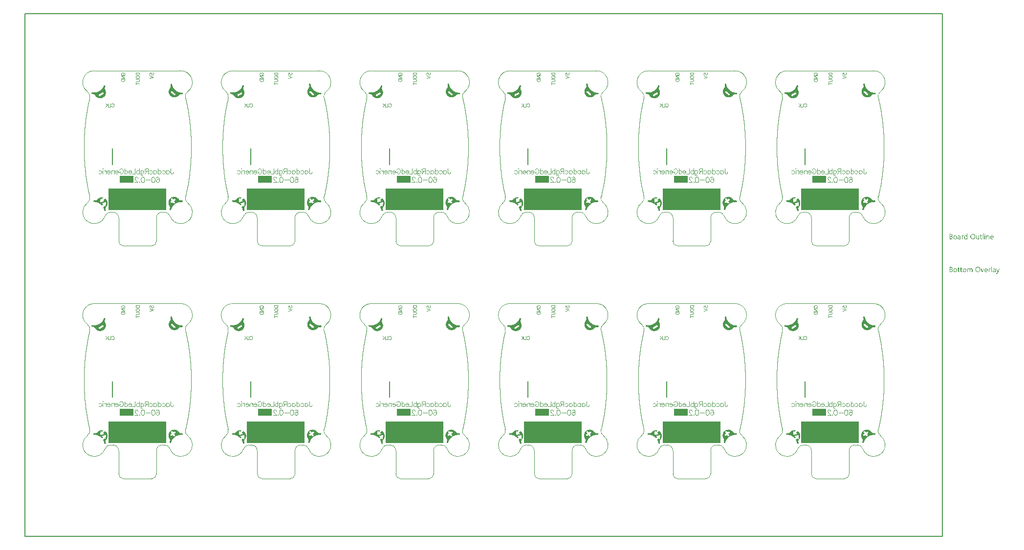
<source format=gbo>
G04*
G04 #@! TF.GenerationSoftware,Altium Limited,Altium Designer,21.9.2 (33)*
G04*
G04 Layer_Color=32896*
%FSAX25Y25*%
%MOIN*%
G70*
G04*
G04 #@! TF.SameCoordinates,476D7ECA-494C-4FA8-9E70-EA0A9B0123F1*
G04*
G04*
G04 #@! TF.FilePolarity,Positive*
G04*
G01*
G75*
%ADD40C,0.00787*%
%ADD41C,0.00394*%
%ADD90R,0.09547X0.04823*%
%ADD91R,0.39220X0.14708*%
G36*
X0507116Y0288163D02*
X0507178Y0288150D01*
X0507238Y0288130D01*
X0507296Y0288104D01*
X0507350Y0288071D01*
X0507400Y0288033D01*
X0507446Y0287989D01*
X0507486Y0287940D01*
X0507521Y0287887D01*
X0507549Y0287830D01*
X0507571Y0287771D01*
X0507587Y0287709D01*
X0507595Y0287647D01*
X0507596Y0287583D01*
X0507590Y0287520D01*
X0507577Y0287458D01*
X0507562Y0287411D01*
X0507562Y0287411D01*
X0507562Y0287411D01*
X0507543Y0287358D01*
X0507451Y0287123D01*
X0507352Y0286891D01*
X0507352Y0286891D01*
X0507352Y0286891D01*
X0507351Y0286887D01*
X0507351Y0286887D01*
X0507324Y0286825D01*
X0507282Y0286712D01*
X0507247Y0286596D01*
X0507220Y0286479D01*
X0507199Y0286361D01*
X0507186Y0286241D01*
X0507180Y0286120D01*
X0507181Y0286000D01*
X0507189Y0285880D01*
X0507205Y0285760D01*
X0507228Y0285642D01*
X0507258Y0285525D01*
X0507295Y0285411D01*
X0507339Y0285298D01*
X0507389Y0285189D01*
X0507438Y0285098D01*
X0507438Y0285098D01*
X0507504Y0284978D01*
X0507580Y0284825D01*
X0507648Y0284669D01*
X0507710Y0284509D01*
X0507765Y0284348D01*
X0507813Y0284184D01*
X0507853Y0284018D01*
X0507887Y0283851D01*
X0507913Y0283682D01*
X0507931Y0283512D01*
X0507942Y0283342D01*
X0507946Y0283172D01*
X0507942Y0283001D01*
X0507931Y0282831D01*
X0507913Y0282661D01*
X0507887Y0282492D01*
X0507853Y0282325D01*
X0507813Y0282159D01*
X0507765Y0281995D01*
X0507710Y0281834D01*
X0507648Y0281675D01*
X0507580Y0281518D01*
X0507504Y0281365D01*
X0507422Y0281216D01*
X0507333Y0281070D01*
X0507239Y0280928D01*
X0507138Y0280790D01*
X0507031Y0280657D01*
X0506918Y0280529D01*
X0506800Y0280405D01*
X0506677Y0280287D01*
X0506549Y0280175D01*
X0506416Y0280068D01*
X0506278Y0279967D01*
X0506136Y0279872D01*
X0505990Y0279784D01*
X0505840Y0279702D01*
X0505687Y0279626D01*
X0505531Y0279557D01*
X0505372Y0279496D01*
X0505210Y0279441D01*
X0505047Y0279393D01*
X0504881Y0279352D01*
X0504713Y0279319D01*
X0504545Y0279293D01*
X0504375Y0279275D01*
X0504205Y0279263D01*
X0504034Y0279260D01*
X0503863Y0279263D01*
X0503693Y0279275D01*
X0503523Y0279293D01*
X0503355Y0279319D01*
X0503187Y0279352D01*
X0503022Y0279393D01*
X0502858Y0279441D01*
X0502696Y0279496D01*
X0502537Y0279557D01*
X0502381Y0279626D01*
X0502228Y0279702D01*
X0502078Y0279784D01*
X0501932Y0279872D01*
X0501790Y0279967D01*
X0501653Y0280068D01*
X0501520Y0280175D01*
X0501391Y0280287D01*
X0501268Y0280405D01*
X0501150Y0280529D01*
X0501037Y0280657D01*
X0500931Y0280790D01*
X0500830Y0280928D01*
X0500735Y0281070D01*
X0500662Y0281190D01*
X0500662Y0281190D01*
X0500606Y0281279D01*
X0500537Y0281378D01*
X0500462Y0281472D01*
X0500381Y0281561D01*
X0500295Y0281645D01*
X0500204Y0281725D01*
X0500108Y0281798D01*
X0500009Y0281865D01*
X0499905Y0281927D01*
X0499798Y0281981D01*
X0499687Y0282030D01*
X0499574Y0282071D01*
X0499459Y0282106D01*
X0499342Y0282134D01*
X0499223Y0282154D01*
X0499157Y0282161D01*
X0499157Y0282162D01*
X0499153Y0282162D01*
Y0282162D01*
X0498910Y0282192D01*
X0498660Y0282230D01*
X0498605Y0282240D01*
X0498605Y0282240D01*
X0498605Y0282240D01*
X0498605Y0282240D01*
X0498557Y0282250D01*
X0498497Y0282270D01*
X0498440Y0282296D01*
X0498386Y0282329D01*
X0498336Y0282367D01*
X0498290Y0282411D01*
X0498250Y0282459D01*
X0498215Y0282512D01*
X0498187Y0282569D01*
X0498165Y0282628D01*
X0498150Y0282689D01*
X0498141Y0282751D01*
X0498140Y0282815D01*
X0498146Y0282877D01*
X0498159Y0282939D01*
X0498179Y0282999D01*
X0498205Y0283056D01*
X0498238Y0283110D01*
X0498276Y0283160D01*
X0498320Y0283206D01*
X0498368Y0283246D01*
X0498421Y0283281D01*
X0498478Y0283309D01*
X0498537Y0283331D01*
X0498598Y0283346D01*
X0498660Y0283354D01*
X0498724Y0283356D01*
X0498786Y0283350D01*
X0498800Y0283347D01*
X0498800Y0283348D01*
X0498801Y0283347D01*
X0498874Y0283334D01*
X0499098Y0283301D01*
X0499323Y0283275D01*
X0499549Y0283257D01*
X0499775Y0283245D01*
X0500001Y0283242D01*
X0500227Y0283245D01*
X0500453Y0283257D01*
X0500679Y0283275D01*
X0500904Y0283301D01*
X0501127Y0283334D01*
X0501350Y0283375D01*
X0501571Y0283422D01*
X0501791Y0283477D01*
X0502008Y0283539D01*
X0502224Y0283609D01*
X0502437Y0283685D01*
X0502647Y0283768D01*
X0502855Y0283858D01*
X0503060Y0283955D01*
X0503261Y0284058D01*
X0503459Y0284168D01*
X0503653Y0284284D01*
X0503843Y0284407D01*
X0504029Y0284536D01*
X0504211Y0284671D01*
X0504388Y0284811D01*
X0504561Y0284958D01*
X0504728Y0285110D01*
X0504891Y0285267D01*
X0505048Y0285430D01*
X0505200Y0285597D01*
X0505347Y0285770D01*
X0505487Y0285947D01*
X0505622Y0286129D01*
X0505751Y0286315D01*
X0505874Y0286505D01*
X0505990Y0286700D01*
X0506100Y0286897D01*
X0506203Y0287099D01*
X0506300Y0287303D01*
X0506390Y0287511D01*
X0506473Y0287721D01*
X0506500Y0287796D01*
X0506500Y0287797D01*
X0506501Y0287797D01*
X0506506Y0287811D01*
X0506532Y0287868D01*
X0506565Y0287923D01*
X0506603Y0287973D01*
X0506647Y0288019D01*
X0506696Y0288059D01*
X0506749Y0288094D01*
X0506806Y0288122D01*
X0506865Y0288144D01*
X0506926Y0288159D01*
X0506989Y0288168D01*
X0507053Y0288169D01*
X0507116Y0288163D01*
D02*
G37*
G36*
X0412627D02*
X0412689Y0288150D01*
X0412750Y0288130D01*
X0412807Y0288104D01*
X0412861Y0288071D01*
X0412912Y0288033D01*
X0412957Y0287989D01*
X0412998Y0287940D01*
X0413032Y0287887D01*
X0413061Y0287830D01*
X0413083Y0287771D01*
X0413098Y0287709D01*
X0413107Y0287647D01*
X0413108Y0287583D01*
X0413102Y0287520D01*
X0413089Y0287458D01*
X0413073Y0287411D01*
X0413074Y0287411D01*
X0413073Y0287411D01*
X0413055Y0287358D01*
X0412963Y0287123D01*
X0412864Y0286891D01*
X0412864Y0286891D01*
X0412864Y0286891D01*
X0412862Y0286887D01*
X0412862Y0286887D01*
X0412835Y0286825D01*
X0412793Y0286712D01*
X0412759Y0286596D01*
X0412731Y0286479D01*
X0412711Y0286361D01*
X0412697Y0286241D01*
X0412691Y0286120D01*
X0412692Y0286000D01*
X0412701Y0285880D01*
X0412717Y0285760D01*
X0412740Y0285642D01*
X0412770Y0285525D01*
X0412807Y0285411D01*
X0412850Y0285298D01*
X0412901Y0285189D01*
X0412950Y0285098D01*
X0412950Y0285098D01*
X0413016Y0284978D01*
X0413091Y0284825D01*
X0413160Y0284669D01*
X0413222Y0284509D01*
X0413277Y0284348D01*
X0413324Y0284184D01*
X0413365Y0284018D01*
X0413398Y0283851D01*
X0413424Y0283682D01*
X0413443Y0283512D01*
X0413454Y0283342D01*
X0413458Y0283172D01*
X0413454Y0283001D01*
X0413443Y0282831D01*
X0413424Y0282661D01*
X0413398Y0282492D01*
X0413365Y0282325D01*
X0413324Y0282159D01*
X0413277Y0281995D01*
X0413222Y0281834D01*
X0413160Y0281675D01*
X0413091Y0281518D01*
X0413016Y0281365D01*
X0412934Y0281216D01*
X0412845Y0281070D01*
X0412750Y0280928D01*
X0412649Y0280790D01*
X0412542Y0280657D01*
X0412430Y0280529D01*
X0412312Y0280405D01*
X0412189Y0280287D01*
X0412060Y0280175D01*
X0411927Y0280068D01*
X0411790Y0279967D01*
X0411648Y0279872D01*
X0411502Y0279784D01*
X0411352Y0279702D01*
X0411199Y0279626D01*
X0411043Y0279557D01*
X0410884Y0279496D01*
X0410722Y0279441D01*
X0410558Y0279393D01*
X0410392Y0279352D01*
X0410225Y0279319D01*
X0410056Y0279293D01*
X0409887Y0279275D01*
X0409716Y0279263D01*
X0409546Y0279260D01*
X0409375Y0279263D01*
X0409205Y0279275D01*
X0409035Y0279293D01*
X0408866Y0279319D01*
X0408699Y0279352D01*
X0408533Y0279393D01*
X0408369Y0279441D01*
X0408208Y0279496D01*
X0408049Y0279557D01*
X0407893Y0279626D01*
X0407739Y0279702D01*
X0407590Y0279784D01*
X0407444Y0279872D01*
X0407302Y0279967D01*
X0407164Y0280068D01*
X0407031Y0280175D01*
X0406903Y0280287D01*
X0406780Y0280405D01*
X0406662Y0280529D01*
X0406549Y0280657D01*
X0406442Y0280790D01*
X0406341Y0280928D01*
X0406247Y0281070D01*
X0406174Y0281190D01*
X0406173Y0281190D01*
X0406118Y0281279D01*
X0406049Y0281378D01*
X0405973Y0281472D01*
X0405893Y0281561D01*
X0405806Y0281645D01*
X0405716Y0281725D01*
X0405620Y0281798D01*
X0405520Y0281865D01*
X0405416Y0281927D01*
X0405309Y0281981D01*
X0405199Y0282030D01*
X0405086Y0282071D01*
X0404970Y0282106D01*
X0404853Y0282134D01*
X0404734Y0282154D01*
X0404669Y0282161D01*
X0404669Y0282162D01*
X0404665Y0282162D01*
Y0282162D01*
X0404422Y0282192D01*
X0404172Y0282230D01*
X0404116Y0282240D01*
X0404116Y0282240D01*
X0404116Y0282240D01*
X0404116Y0282240D01*
X0404069Y0282250D01*
X0404009Y0282270D01*
X0403951Y0282296D01*
X0403897Y0282329D01*
X0403847Y0282367D01*
X0403802Y0282411D01*
X0403761Y0282459D01*
X0403727Y0282512D01*
X0403698Y0282569D01*
X0403677Y0282628D01*
X0403661Y0282689D01*
X0403653Y0282751D01*
X0403652Y0282815D01*
X0403658Y0282877D01*
X0403671Y0282939D01*
X0403690Y0282999D01*
X0403717Y0283056D01*
X0403749Y0283110D01*
X0403788Y0283160D01*
X0403831Y0283206D01*
X0403880Y0283246D01*
X0403933Y0283281D01*
X0403989Y0283309D01*
X0404048Y0283331D01*
X0404109Y0283346D01*
X0404172Y0283354D01*
X0404235Y0283356D01*
X0404298Y0283350D01*
X0404312Y0283347D01*
X0404312Y0283348D01*
X0404312Y0283347D01*
X0404386Y0283334D01*
X0404610Y0283301D01*
X0404835Y0283275D01*
X0405060Y0283257D01*
X0405286Y0283245D01*
X0405513Y0283242D01*
X0405739Y0283245D01*
X0405965Y0283257D01*
X0406190Y0283275D01*
X0406415Y0283301D01*
X0406639Y0283334D01*
X0406862Y0283375D01*
X0407083Y0283422D01*
X0407302Y0283477D01*
X0407520Y0283539D01*
X0407735Y0283609D01*
X0407948Y0283685D01*
X0408159Y0283768D01*
X0408367Y0283858D01*
X0408571Y0283955D01*
X0408773Y0284058D01*
X0408970Y0284168D01*
X0409164Y0284284D01*
X0409355Y0284407D01*
X0409541Y0284536D01*
X0409723Y0284671D01*
X0409900Y0284811D01*
X0410072Y0284958D01*
X0410240Y0285110D01*
X0410403Y0285267D01*
X0410560Y0285430D01*
X0410712Y0285597D01*
X0410858Y0285770D01*
X0410999Y0285947D01*
X0411134Y0286129D01*
X0411263Y0286315D01*
X0411385Y0286505D01*
X0411502Y0286700D01*
X0411612Y0286897D01*
X0411715Y0287099D01*
X0411812Y0287303D01*
X0411902Y0287511D01*
X0411985Y0287721D01*
X0412012Y0287796D01*
X0412012Y0287797D01*
X0412013Y0287797D01*
X0412017Y0287811D01*
X0412044Y0287868D01*
X0412076Y0287923D01*
X0412115Y0287973D01*
X0412159Y0288019D01*
X0412208Y0288059D01*
X0412261Y0288094D01*
X0412317Y0288122D01*
X0412377Y0288144D01*
X0412438Y0288159D01*
X0412501Y0288168D01*
X0412564Y0288169D01*
X0412627Y0288163D01*
D02*
G37*
G36*
X0318139D02*
X0318201Y0288150D01*
X0318261Y0288130D01*
X0318319Y0288104D01*
X0318373Y0288071D01*
X0318423Y0288033D01*
X0318469Y0287989D01*
X0318509Y0287940D01*
X0318544Y0287887D01*
X0318573Y0287830D01*
X0318595Y0287771D01*
X0318610Y0287709D01*
X0318618Y0287647D01*
X0318619Y0287583D01*
X0318614Y0287520D01*
X0318601Y0287458D01*
X0318585Y0287411D01*
X0318585Y0287411D01*
X0318585Y0287411D01*
X0318566Y0287358D01*
X0318475Y0287123D01*
X0318376Y0286891D01*
X0318376Y0286891D01*
X0318375Y0286891D01*
X0318374Y0286887D01*
X0318374Y0286887D01*
X0318347Y0286825D01*
X0318305Y0286712D01*
X0318270Y0286596D01*
X0318243Y0286479D01*
X0318222Y0286361D01*
X0318209Y0286241D01*
X0318203Y0286120D01*
X0318204Y0286000D01*
X0318213Y0285880D01*
X0318228Y0285760D01*
X0318251Y0285642D01*
X0318281Y0285525D01*
X0318318Y0285411D01*
X0318362Y0285298D01*
X0318413Y0285189D01*
X0318461Y0285098D01*
X0318461Y0285098D01*
X0318527Y0284978D01*
X0318603Y0284825D01*
X0318671Y0284669D01*
X0318733Y0284509D01*
X0318788Y0284348D01*
X0318836Y0284184D01*
X0318877Y0284018D01*
X0318910Y0283851D01*
X0318936Y0283682D01*
X0318954Y0283512D01*
X0318966Y0283342D01*
X0318969Y0283172D01*
X0318966Y0283001D01*
X0318954Y0282831D01*
X0318936Y0282661D01*
X0318910Y0282492D01*
X0318877Y0282325D01*
X0318836Y0282159D01*
X0318788Y0281995D01*
X0318733Y0281834D01*
X0318671Y0281675D01*
X0318603Y0281518D01*
X0318527Y0281365D01*
X0318445Y0281216D01*
X0318357Y0281070D01*
X0318262Y0280928D01*
X0318161Y0280790D01*
X0318054Y0280657D01*
X0317941Y0280529D01*
X0317824Y0280405D01*
X0317700Y0280287D01*
X0317572Y0280175D01*
X0317439Y0280068D01*
X0317301Y0279967D01*
X0317159Y0279872D01*
X0317013Y0279784D01*
X0316864Y0279702D01*
X0316711Y0279626D01*
X0316554Y0279557D01*
X0316395Y0279496D01*
X0316234Y0279441D01*
X0316070Y0279393D01*
X0315904Y0279352D01*
X0315737Y0279319D01*
X0315568Y0279293D01*
X0315398Y0279275D01*
X0315228Y0279263D01*
X0315057Y0279260D01*
X0314887Y0279263D01*
X0314716Y0279275D01*
X0314547Y0279293D01*
X0314378Y0279319D01*
X0314211Y0279352D01*
X0314045Y0279393D01*
X0313881Y0279441D01*
X0313719Y0279496D01*
X0313560Y0279557D01*
X0313404Y0279626D01*
X0313251Y0279702D01*
X0313101Y0279784D01*
X0312955Y0279872D01*
X0312814Y0279967D01*
X0312676Y0280068D01*
X0312543Y0280175D01*
X0312415Y0280287D01*
X0312291Y0280405D01*
X0312173Y0280529D01*
X0312061Y0280657D01*
X0311954Y0280790D01*
X0311853Y0280928D01*
X0311758Y0281070D01*
X0311685Y0281190D01*
X0311685Y0281190D01*
X0311630Y0281279D01*
X0311560Y0281378D01*
X0311485Y0281472D01*
X0311404Y0281561D01*
X0311318Y0281645D01*
X0311227Y0281725D01*
X0311132Y0281798D01*
X0311032Y0281865D01*
X0310928Y0281927D01*
X0310821Y0281981D01*
X0310711Y0282030D01*
X0310597Y0282071D01*
X0310482Y0282106D01*
X0310365Y0282134D01*
X0310246Y0282154D01*
X0310181Y0282161D01*
X0310180Y0282162D01*
X0310176Y0282162D01*
Y0282162D01*
X0309933Y0282192D01*
X0309683Y0282230D01*
X0309628Y0282240D01*
X0309628Y0282240D01*
X0309628Y0282240D01*
X0309628Y0282240D01*
X0309580Y0282250D01*
X0309520Y0282270D01*
X0309463Y0282296D01*
X0309409Y0282329D01*
X0309359Y0282367D01*
X0309313Y0282411D01*
X0309273Y0282459D01*
X0309239Y0282512D01*
X0309210Y0282569D01*
X0309188Y0282628D01*
X0309173Y0282689D01*
X0309165Y0282751D01*
X0309163Y0282815D01*
X0309169Y0282877D01*
X0309182Y0282939D01*
X0309202Y0282999D01*
X0309228Y0283056D01*
X0309261Y0283110D01*
X0309299Y0283160D01*
X0309343Y0283206D01*
X0309392Y0283246D01*
X0309444Y0283281D01*
X0309501Y0283309D01*
X0309560Y0283331D01*
X0309621Y0283346D01*
X0309684Y0283354D01*
X0309747Y0283356D01*
X0309810Y0283350D01*
X0309823Y0283347D01*
X0309823Y0283348D01*
X0309824Y0283347D01*
X0309898Y0283334D01*
X0310121Y0283301D01*
X0310346Y0283275D01*
X0310572Y0283257D01*
X0310798Y0283245D01*
X0311024Y0283242D01*
X0311250Y0283245D01*
X0311476Y0283257D01*
X0311702Y0283275D01*
X0311927Y0283301D01*
X0312151Y0283334D01*
X0312373Y0283375D01*
X0312595Y0283422D01*
X0312814Y0283477D01*
X0313032Y0283539D01*
X0313247Y0283609D01*
X0313460Y0283685D01*
X0313671Y0283768D01*
X0313878Y0283858D01*
X0314083Y0283955D01*
X0314284Y0284058D01*
X0314482Y0284168D01*
X0314676Y0284284D01*
X0314866Y0284407D01*
X0315052Y0284536D01*
X0315234Y0284671D01*
X0315411Y0284811D01*
X0315584Y0284958D01*
X0315752Y0285110D01*
X0315914Y0285267D01*
X0316072Y0285430D01*
X0316224Y0285597D01*
X0316370Y0285770D01*
X0316511Y0285947D01*
X0316646Y0286129D01*
X0316774Y0286315D01*
X0316897Y0286505D01*
X0317013Y0286700D01*
X0317123Y0286897D01*
X0317227Y0287099D01*
X0317323Y0287303D01*
X0317413Y0287511D01*
X0317496Y0287721D01*
X0317523Y0287796D01*
X0317524Y0287797D01*
X0317524Y0287797D01*
X0317529Y0287811D01*
X0317555Y0287868D01*
X0317588Y0287923D01*
X0317627Y0287973D01*
X0317670Y0288019D01*
X0317719Y0288059D01*
X0317772Y0288094D01*
X0317829Y0288122D01*
X0317888Y0288144D01*
X0317950Y0288159D01*
X0318013Y0288168D01*
X0318076Y0288169D01*
X0318139Y0288163D01*
D02*
G37*
G36*
X0223651D02*
X0223713Y0288150D01*
X0223773Y0288130D01*
X0223830Y0288104D01*
X0223885Y0288071D01*
X0223935Y0288033D01*
X0223980Y0287989D01*
X0224021Y0287940D01*
X0224056Y0287887D01*
X0224084Y0287830D01*
X0224106Y0287771D01*
X0224121Y0287709D01*
X0224130Y0287647D01*
X0224131Y0287583D01*
X0224125Y0287520D01*
X0224112Y0287458D01*
X0224097Y0287411D01*
X0224097Y0287411D01*
X0224097Y0287411D01*
X0224078Y0287358D01*
X0223986Y0287123D01*
X0223887Y0286891D01*
X0223887Y0286891D01*
X0223887Y0286891D01*
X0223885Y0286887D01*
X0223885Y0286887D01*
X0223858Y0286825D01*
X0223817Y0286712D01*
X0223782Y0286596D01*
X0223754Y0286479D01*
X0223734Y0286361D01*
X0223721Y0286241D01*
X0223714Y0286120D01*
X0223716Y0286000D01*
X0223724Y0285880D01*
X0223740Y0285760D01*
X0223763Y0285642D01*
X0223793Y0285525D01*
X0223830Y0285411D01*
X0223874Y0285298D01*
X0223924Y0285189D01*
X0223973Y0285098D01*
X0223973Y0285098D01*
X0224039Y0284978D01*
X0224114Y0284825D01*
X0224183Y0284669D01*
X0224245Y0284509D01*
X0224300Y0284348D01*
X0224348Y0284184D01*
X0224388Y0284018D01*
X0224422Y0283851D01*
X0224447Y0283682D01*
X0224466Y0283512D01*
X0224477Y0283342D01*
X0224481Y0283172D01*
X0224477Y0283001D01*
X0224466Y0282831D01*
X0224447Y0282661D01*
X0224422Y0282492D01*
X0224388Y0282325D01*
X0224348Y0282159D01*
X0224300Y0281995D01*
X0224245Y0281834D01*
X0224183Y0281675D01*
X0224114Y0281518D01*
X0224039Y0281365D01*
X0223957Y0281216D01*
X0223868Y0281070D01*
X0223773Y0280928D01*
X0223673Y0280790D01*
X0223566Y0280657D01*
X0223453Y0280529D01*
X0223335Y0280405D01*
X0223212Y0280287D01*
X0223083Y0280175D01*
X0222950Y0280068D01*
X0222813Y0279967D01*
X0222671Y0279872D01*
X0222525Y0279784D01*
X0222375Y0279702D01*
X0222222Y0279626D01*
X0222066Y0279557D01*
X0221907Y0279496D01*
X0221745Y0279441D01*
X0221581Y0279393D01*
X0221416Y0279352D01*
X0221248Y0279319D01*
X0221080Y0279293D01*
X0220910Y0279275D01*
X0220740Y0279263D01*
X0220569Y0279260D01*
X0220398Y0279263D01*
X0220228Y0279275D01*
X0220058Y0279293D01*
X0219890Y0279319D01*
X0219722Y0279352D01*
X0219556Y0279393D01*
X0219393Y0279441D01*
X0219231Y0279496D01*
X0219072Y0279557D01*
X0218916Y0279626D01*
X0218763Y0279702D01*
X0218613Y0279784D01*
X0218467Y0279872D01*
X0218325Y0279967D01*
X0218187Y0280068D01*
X0218054Y0280175D01*
X0217926Y0280287D01*
X0217803Y0280405D01*
X0217685Y0280529D01*
X0217572Y0280657D01*
X0217465Y0280790D01*
X0217365Y0280928D01*
X0217270Y0281070D01*
X0217197Y0281190D01*
X0217197Y0281190D01*
X0217141Y0281279D01*
X0217072Y0281378D01*
X0216997Y0281472D01*
X0216916Y0281561D01*
X0216830Y0281645D01*
X0216739Y0281725D01*
X0216643Y0281798D01*
X0216543Y0281865D01*
X0216440Y0281927D01*
X0216332Y0281981D01*
X0216222Y0282030D01*
X0216109Y0282071D01*
X0215994Y0282106D01*
X0215876Y0282134D01*
X0215758Y0282154D01*
X0215692Y0282161D01*
X0215692Y0282162D01*
X0215688Y0282162D01*
Y0282162D01*
X0215445Y0282192D01*
X0215195Y0282230D01*
X0215140Y0282240D01*
X0215140Y0282240D01*
X0215140Y0282240D01*
X0215140Y0282240D01*
X0215092Y0282250D01*
X0215032Y0282270D01*
X0214974Y0282296D01*
X0214920Y0282329D01*
X0214870Y0282367D01*
X0214825Y0282411D01*
X0214785Y0282459D01*
X0214750Y0282512D01*
X0214722Y0282569D01*
X0214700Y0282628D01*
X0214685Y0282689D01*
X0214676Y0282751D01*
X0214675Y0282815D01*
X0214681Y0282877D01*
X0214694Y0282939D01*
X0214714Y0282999D01*
X0214740Y0283056D01*
X0214773Y0283110D01*
X0214811Y0283160D01*
X0214855Y0283206D01*
X0214903Y0283246D01*
X0214956Y0283281D01*
X0215012Y0283309D01*
X0215072Y0283331D01*
X0215133Y0283346D01*
X0215195Y0283354D01*
X0215258Y0283356D01*
X0215321Y0283350D01*
X0215335Y0283347D01*
X0215335Y0283348D01*
X0215335Y0283347D01*
X0215409Y0283334D01*
X0215633Y0283301D01*
X0215858Y0283275D01*
X0216083Y0283257D01*
X0216309Y0283245D01*
X0216536Y0283242D01*
X0216762Y0283245D01*
X0216988Y0283257D01*
X0217214Y0283275D01*
X0217438Y0283301D01*
X0217662Y0283334D01*
X0217885Y0283375D01*
X0218106Y0283422D01*
X0218326Y0283477D01*
X0218543Y0283539D01*
X0218759Y0283609D01*
X0218972Y0283685D01*
X0219182Y0283768D01*
X0219390Y0283858D01*
X0219594Y0283955D01*
X0219796Y0284058D01*
X0219994Y0284168D01*
X0220188Y0284284D01*
X0220378Y0284407D01*
X0220564Y0284536D01*
X0220746Y0284671D01*
X0220923Y0284811D01*
X0221095Y0284958D01*
X0221263Y0285110D01*
X0221426Y0285267D01*
X0221583Y0285430D01*
X0221735Y0285597D01*
X0221882Y0285770D01*
X0222022Y0285947D01*
X0222157Y0286129D01*
X0222286Y0286315D01*
X0222409Y0286505D01*
X0222525Y0286700D01*
X0222635Y0286897D01*
X0222738Y0287099D01*
X0222835Y0287303D01*
X0222925Y0287511D01*
X0223008Y0287721D01*
X0223035Y0287796D01*
X0223035Y0287797D01*
X0223036Y0287797D01*
X0223041Y0287811D01*
X0223067Y0287868D01*
X0223100Y0287923D01*
X0223138Y0287973D01*
X0223182Y0288019D01*
X0223231Y0288059D01*
X0223284Y0288094D01*
X0223341Y0288122D01*
X0223400Y0288144D01*
X0223461Y0288159D01*
X0223524Y0288168D01*
X0223587Y0288169D01*
X0223651Y0288163D01*
D02*
G37*
G36*
X0129162D02*
X0129224Y0288150D01*
X0129284Y0288130D01*
X0129342Y0288104D01*
X0129396Y0288071D01*
X0129446Y0288033D01*
X0129492Y0287989D01*
X0129533Y0287940D01*
X0129567Y0287887D01*
X0129596Y0287830D01*
X0129618Y0287771D01*
X0129633Y0287709D01*
X0129641Y0287647D01*
X0129643Y0287583D01*
X0129637Y0287520D01*
X0129624Y0287458D01*
X0129608Y0287411D01*
X0129609Y0287411D01*
X0129608Y0287411D01*
X0129590Y0287358D01*
X0129498Y0287123D01*
X0129399Y0286891D01*
X0129399Y0286891D01*
X0129399Y0286891D01*
X0129397Y0286887D01*
X0129397Y0286887D01*
X0129370Y0286825D01*
X0129328Y0286712D01*
X0129294Y0286596D01*
X0129266Y0286479D01*
X0129245Y0286361D01*
X0129232Y0286241D01*
X0129226Y0286120D01*
X0129227Y0286000D01*
X0129236Y0285880D01*
X0129252Y0285760D01*
X0129274Y0285642D01*
X0129304Y0285525D01*
X0129341Y0285411D01*
X0129385Y0285298D01*
X0129436Y0285189D01*
X0129485Y0285098D01*
X0129485Y0285098D01*
X0129551Y0284978D01*
X0129626Y0284825D01*
X0129695Y0284669D01*
X0129757Y0284509D01*
X0129811Y0284348D01*
X0129859Y0284184D01*
X0129900Y0284018D01*
X0129933Y0283851D01*
X0129959Y0283682D01*
X0129978Y0283512D01*
X0129989Y0283342D01*
X0129992Y0283172D01*
X0129989Y0283001D01*
X0129978Y0282831D01*
X0129959Y0282661D01*
X0129933Y0282492D01*
X0129900Y0282325D01*
X0129859Y0282159D01*
X0129812Y0281995D01*
X0129757Y0281834D01*
X0129695Y0281675D01*
X0129626Y0281518D01*
X0129551Y0281365D01*
X0129468Y0281216D01*
X0129380Y0281070D01*
X0129285Y0280928D01*
X0129184Y0280790D01*
X0129077Y0280657D01*
X0128965Y0280529D01*
X0128847Y0280405D01*
X0128723Y0280287D01*
X0128595Y0280175D01*
X0128462Y0280068D01*
X0128324Y0279967D01*
X0128182Y0279872D01*
X0128037Y0279784D01*
X0127887Y0279702D01*
X0127734Y0279626D01*
X0127578Y0279557D01*
X0127419Y0279496D01*
X0127257Y0279441D01*
X0127093Y0279393D01*
X0126927Y0279352D01*
X0126760Y0279319D01*
X0126591Y0279293D01*
X0126421Y0279275D01*
X0126251Y0279263D01*
X0126081Y0279260D01*
X0125910Y0279263D01*
X0125740Y0279275D01*
X0125570Y0279293D01*
X0125401Y0279319D01*
X0125234Y0279352D01*
X0125068Y0279393D01*
X0124904Y0279441D01*
X0124743Y0279496D01*
X0124583Y0279557D01*
X0124427Y0279626D01*
X0124274Y0279702D01*
X0124125Y0279784D01*
X0123979Y0279872D01*
X0123837Y0279967D01*
X0123699Y0280068D01*
X0123566Y0280175D01*
X0123438Y0280287D01*
X0123314Y0280405D01*
X0123196Y0280529D01*
X0123084Y0280657D01*
X0122977Y0280790D01*
X0122876Y0280928D01*
X0122781Y0281070D01*
X0122708Y0281190D01*
X0122708Y0281190D01*
X0122653Y0281279D01*
X0122583Y0281378D01*
X0122508Y0281472D01*
X0122427Y0281561D01*
X0122341Y0281645D01*
X0122250Y0281725D01*
X0122155Y0281798D01*
X0122055Y0281865D01*
X0121951Y0281927D01*
X0121844Y0281981D01*
X0121734Y0282030D01*
X0121621Y0282071D01*
X0121505Y0282106D01*
X0121388Y0282134D01*
X0121269Y0282154D01*
X0121204Y0282161D01*
X0121203Y0282162D01*
X0121199Y0282162D01*
Y0282162D01*
X0120956Y0282192D01*
X0120707Y0282230D01*
X0120651Y0282240D01*
X0120651Y0282240D01*
X0120651Y0282240D01*
X0120651Y0282240D01*
X0120603Y0282250D01*
X0120543Y0282270D01*
X0120486Y0282296D01*
X0120432Y0282329D01*
X0120382Y0282367D01*
X0120336Y0282411D01*
X0120296Y0282459D01*
X0120262Y0282512D01*
X0120233Y0282569D01*
X0120211Y0282628D01*
X0120196Y0282689D01*
X0120188Y0282751D01*
X0120187Y0282815D01*
X0120193Y0282877D01*
X0120205Y0282939D01*
X0120225Y0282999D01*
X0120252Y0283056D01*
X0120284Y0283110D01*
X0120323Y0283160D01*
X0120366Y0283206D01*
X0120415Y0283246D01*
X0120468Y0283281D01*
X0120524Y0283309D01*
X0120583Y0283331D01*
X0120644Y0283346D01*
X0120707Y0283354D01*
X0120770Y0283356D01*
X0120833Y0283350D01*
X0120846Y0283347D01*
X0120847Y0283348D01*
X0120847Y0283347D01*
X0120921Y0283334D01*
X0121145Y0283301D01*
X0121370Y0283275D01*
X0121595Y0283257D01*
X0121821Y0283245D01*
X0122047Y0283242D01*
X0122274Y0283245D01*
X0122500Y0283257D01*
X0122725Y0283275D01*
X0122950Y0283301D01*
X0123174Y0283334D01*
X0123397Y0283375D01*
X0123618Y0283422D01*
X0123837Y0283477D01*
X0124055Y0283539D01*
X0124270Y0283609D01*
X0124483Y0283685D01*
X0124694Y0283768D01*
X0124901Y0283858D01*
X0125106Y0283955D01*
X0125307Y0284058D01*
X0125505Y0284168D01*
X0125699Y0284284D01*
X0125890Y0284407D01*
X0126076Y0284536D01*
X0126257Y0284671D01*
X0126435Y0284811D01*
X0126607Y0284958D01*
X0126775Y0285110D01*
X0126937Y0285267D01*
X0127095Y0285430D01*
X0127247Y0285597D01*
X0127393Y0285770D01*
X0127534Y0285947D01*
X0127669Y0286129D01*
X0127797Y0286315D01*
X0127920Y0286505D01*
X0128036Y0286700D01*
X0128146Y0286897D01*
X0128250Y0287099D01*
X0128347Y0287303D01*
X0128437Y0287511D01*
X0128520Y0287721D01*
X0128547Y0287796D01*
X0128547Y0287797D01*
X0128548Y0287797D01*
X0128552Y0287811D01*
X0128578Y0287868D01*
X0128611Y0287923D01*
X0128650Y0287973D01*
X0128694Y0288019D01*
X0128743Y0288059D01*
X0128796Y0288094D01*
X0128852Y0288122D01*
X0128911Y0288144D01*
X0128973Y0288159D01*
X0129036Y0288168D01*
X0129099Y0288169D01*
X0129162Y0288163D01*
D02*
G37*
G36*
X0034674D02*
X0034736Y0288150D01*
X0034796Y0288130D01*
X0034854Y0288104D01*
X0034908Y0288071D01*
X0034958Y0288033D01*
X0035004Y0287989D01*
X0035044Y0287940D01*
X0035079Y0287887D01*
X0035107Y0287830D01*
X0035129Y0287771D01*
X0035145Y0287709D01*
X0035153Y0287647D01*
X0035154Y0287583D01*
X0035148Y0287520D01*
X0035135Y0287458D01*
X0035120Y0287411D01*
X0035120Y0287411D01*
X0035120Y0287411D01*
X0035101Y0287358D01*
X0035009Y0287123D01*
X0034911Y0286891D01*
X0034910Y0286891D01*
X0034910Y0286891D01*
X0034909Y0286887D01*
X0034909Y0286887D01*
X0034881Y0286825D01*
X0034840Y0286712D01*
X0034805Y0286596D01*
X0034778Y0286479D01*
X0034757Y0286361D01*
X0034744Y0286241D01*
X0034738Y0286120D01*
X0034739Y0286000D01*
X0034747Y0285880D01*
X0034763Y0285760D01*
X0034786Y0285642D01*
X0034816Y0285525D01*
X0034853Y0285411D01*
X0034897Y0285298D01*
X0034947Y0285189D01*
X0034996Y0285098D01*
X0034996Y0285098D01*
X0035062Y0284978D01*
X0035138Y0284825D01*
X0035206Y0284669D01*
X0035268Y0284509D01*
X0035323Y0284348D01*
X0035371Y0284184D01*
X0035411Y0284018D01*
X0035445Y0283851D01*
X0035471Y0283682D01*
X0035489Y0283512D01*
X0035500Y0283342D01*
X0035504Y0283172D01*
X0035500Y0283001D01*
X0035489Y0282831D01*
X0035471Y0282661D01*
X0035445Y0282492D01*
X0035411Y0282325D01*
X0035371Y0282159D01*
X0035323Y0281995D01*
X0035268Y0281834D01*
X0035206Y0281675D01*
X0035138Y0281518D01*
X0035062Y0281365D01*
X0034980Y0281216D01*
X0034892Y0281070D01*
X0034797Y0280928D01*
X0034696Y0280790D01*
X0034589Y0280657D01*
X0034476Y0280529D01*
X0034358Y0280405D01*
X0034235Y0280287D01*
X0034107Y0280175D01*
X0033974Y0280068D01*
X0033836Y0279967D01*
X0033694Y0279872D01*
X0033548Y0279784D01*
X0033399Y0279702D01*
X0033245Y0279626D01*
X0033089Y0279557D01*
X0032930Y0279496D01*
X0032768Y0279441D01*
X0032605Y0279393D01*
X0032439Y0279352D01*
X0032272Y0279319D01*
X0032103Y0279293D01*
X0031933Y0279275D01*
X0031763Y0279263D01*
X0031592Y0279260D01*
X0031422Y0279263D01*
X0031251Y0279275D01*
X0031082Y0279293D01*
X0030913Y0279319D01*
X0030746Y0279352D01*
X0030580Y0279393D01*
X0030416Y0279441D01*
X0030254Y0279496D01*
X0030095Y0279557D01*
X0029939Y0279626D01*
X0029786Y0279702D01*
X0029636Y0279784D01*
X0029490Y0279872D01*
X0029348Y0279967D01*
X0029211Y0280068D01*
X0029078Y0280175D01*
X0028949Y0280287D01*
X0028826Y0280405D01*
X0028708Y0280529D01*
X0028596Y0280657D01*
X0028489Y0280790D01*
X0028388Y0280928D01*
X0028293Y0281070D01*
X0028220Y0281190D01*
X0028220Y0281190D01*
X0028164Y0281279D01*
X0028095Y0281378D01*
X0028020Y0281472D01*
X0027939Y0281561D01*
X0027853Y0281645D01*
X0027762Y0281725D01*
X0027666Y0281798D01*
X0027567Y0281865D01*
X0027463Y0281927D01*
X0027356Y0281981D01*
X0027245Y0282030D01*
X0027132Y0282071D01*
X0027017Y0282106D01*
X0026900Y0282134D01*
X0026781Y0282154D01*
X0026715Y0282161D01*
X0026715Y0282162D01*
X0026711Y0282162D01*
Y0282162D01*
X0026468Y0282192D01*
X0026218Y0282230D01*
X0026163Y0282240D01*
X0026163Y0282240D01*
X0026163Y0282240D01*
X0026163Y0282240D01*
X0026115Y0282250D01*
X0026055Y0282270D01*
X0025998Y0282296D01*
X0025944Y0282329D01*
X0025894Y0282367D01*
X0025848Y0282411D01*
X0025808Y0282459D01*
X0025773Y0282512D01*
X0025745Y0282569D01*
X0025723Y0282628D01*
X0025708Y0282689D01*
X0025699Y0282751D01*
X0025698Y0282815D01*
X0025704Y0282877D01*
X0025717Y0282939D01*
X0025737Y0282999D01*
X0025763Y0283056D01*
X0025796Y0283110D01*
X0025834Y0283160D01*
X0025878Y0283206D01*
X0025927Y0283246D01*
X0025979Y0283281D01*
X0026036Y0283309D01*
X0026095Y0283331D01*
X0026156Y0283346D01*
X0026219Y0283354D01*
X0026282Y0283356D01*
X0026344Y0283350D01*
X0026358Y0283347D01*
X0026358Y0283348D01*
X0026359Y0283347D01*
X0026432Y0283334D01*
X0026656Y0283301D01*
X0026881Y0283275D01*
X0027107Y0283257D01*
X0027333Y0283245D01*
X0027559Y0283242D01*
X0027785Y0283245D01*
X0028011Y0283257D01*
X0028237Y0283275D01*
X0028462Y0283301D01*
X0028686Y0283334D01*
X0028908Y0283375D01*
X0029129Y0283422D01*
X0029349Y0283477D01*
X0029566Y0283539D01*
X0029782Y0283609D01*
X0029995Y0283685D01*
X0030206Y0283768D01*
X0030413Y0283858D01*
X0030618Y0283955D01*
X0030819Y0284058D01*
X0031017Y0284168D01*
X0031211Y0284284D01*
X0031401Y0284407D01*
X0031587Y0284536D01*
X0031769Y0284671D01*
X0031946Y0284811D01*
X0032119Y0284958D01*
X0032286Y0285110D01*
X0032449Y0285267D01*
X0032606Y0285430D01*
X0032758Y0285597D01*
X0032905Y0285770D01*
X0033046Y0285947D01*
X0033180Y0286129D01*
X0033309Y0286315D01*
X0033432Y0286505D01*
X0033548Y0286700D01*
X0033658Y0286897D01*
X0033761Y0287099D01*
X0033858Y0287303D01*
X0033948Y0287511D01*
X0034031Y0287721D01*
X0034058Y0287796D01*
X0034058Y0287797D01*
X0034059Y0287797D01*
X0034064Y0287811D01*
X0034090Y0287868D01*
X0034123Y0287923D01*
X0034161Y0287973D01*
X0034205Y0288019D01*
X0034254Y0288059D01*
X0034307Y0288094D01*
X0034364Y0288122D01*
X0034423Y0288144D01*
X0034485Y0288159D01*
X0034547Y0288168D01*
X0034611Y0288169D01*
X0034674Y0288163D01*
D02*
G37*
G36*
X0552613Y0289242D02*
X0552675Y0289230D01*
X0552735Y0289211D01*
X0552793Y0289185D01*
X0552847Y0289154D01*
X0552898Y0289116D01*
X0552944Y0289073D01*
X0552985Y0289024D01*
X0553020Y0288972D01*
X0553049Y0288916D01*
X0553072Y0288857D01*
X0553088Y0288796D01*
X0553090Y0288782D01*
X0553090Y0288783D01*
X0553090Y0288782D01*
X0553103Y0288708D01*
X0553148Y0288487D01*
X0553201Y0288266D01*
X0553261Y0288048D01*
X0553328Y0287832D01*
X0553401Y0287618D01*
X0553482Y0287407D01*
X0553570Y0287198D01*
X0553665Y0286992D01*
X0553766Y0286790D01*
X0553873Y0286591D01*
X0553988Y0286396D01*
X0554108Y0286204D01*
X0554235Y0286017D01*
X0554368Y0285833D01*
X0554507Y0285655D01*
X0554651Y0285480D01*
X0554801Y0285311D01*
X0554957Y0285147D01*
X0555118Y0284988D01*
X0555284Y0284834D01*
X0555455Y0284686D01*
X0555630Y0284543D01*
X0555811Y0284406D01*
X0555995Y0284275D01*
X0556184Y0284151D01*
X0556377Y0284032D01*
X0556574Y0283920D01*
X0556774Y0283815D01*
X0556977Y0283716D01*
X0557184Y0283623D01*
X0557394Y0283538D01*
X0557606Y0283459D01*
X0557821Y0283388D01*
X0558037Y0283323D01*
X0558256Y0283266D01*
X0558477Y0283216D01*
X0558699Y0283173D01*
X0558923Y0283137D01*
X0559147Y0283109D01*
X0559373Y0283088D01*
X0559598Y0283074D01*
X0559825Y0283068D01*
X0559904Y0283068D01*
X0559905Y0283068D01*
X0559905Y0283068D01*
X0559920Y0283068D01*
X0559983Y0283063D01*
X0560045Y0283051D01*
X0560106Y0283032D01*
X0560163Y0283006D01*
X0560218Y0282974D01*
X0560269Y0282936D01*
X0560315Y0282893D01*
X0560356Y0282845D01*
X0560391Y0282792D01*
X0560421Y0282736D01*
X0560443Y0282677D01*
X0560460Y0282615D01*
X0560468Y0282553D01*
X0560470Y0282489D01*
X0560465Y0282426D01*
X0560453Y0282364D01*
X0560434Y0282304D01*
X0560408Y0282246D01*
X0560376Y0282191D01*
X0560338Y0282140D01*
X0560295Y0282094D01*
X0560247Y0282053D01*
X0560194Y0282018D01*
X0560138Y0281989D01*
X0560079Y0281966D01*
X0560018Y0281950D01*
X0559955Y0281941D01*
X0559906Y0281939D01*
Y0281939D01*
X0559906Y0281939D01*
X0559850Y0281939D01*
X0559597Y0281944D01*
X0559345Y0281958D01*
X0559345Y0281958D01*
X0559345Y0281958D01*
X0559341Y0281958D01*
X0559341Y0281958D01*
X0559273Y0281963D01*
X0559153Y0281963D01*
X0559032Y0281956D01*
X0558913Y0281942D01*
X0558794Y0281921D01*
X0558677Y0281892D01*
X0558562Y0281857D01*
X0558449Y0281814D01*
X0558339Y0281765D01*
X0558232Y0281710D01*
X0558129Y0281648D01*
X0558030Y0281580D01*
X0557934Y0281506D01*
X0557844Y0281426D01*
X0557759Y0281341D01*
X0557690Y0281264D01*
X0557690Y0281264D01*
X0557599Y0281161D01*
X0557481Y0281038D01*
X0557358Y0280920D01*
X0557230Y0280807D01*
X0557096Y0280700D01*
X0556959Y0280599D01*
X0556817Y0280505D01*
X0556671Y0280416D01*
X0556521Y0280334D01*
X0556368Y0280259D01*
X0556212Y0280190D01*
X0556053Y0280128D01*
X0555891Y0280073D01*
X0555727Y0280025D01*
X0555562Y0279985D01*
X0555394Y0279952D01*
X0555226Y0279925D01*
X0555056Y0279907D01*
X0554886Y0279896D01*
X0554715Y0279892D01*
X0554544Y0279896D01*
X0554374Y0279907D01*
X0554204Y0279925D01*
X0554036Y0279952D01*
X0553868Y0279985D01*
X0553702Y0280025D01*
X0553539Y0280073D01*
X0553377Y0280128D01*
X0553218Y0280190D01*
X0553062Y0280259D01*
X0552909Y0280334D01*
X0552759Y0280416D01*
X0552613Y0280505D01*
X0552471Y0280599D01*
X0552334Y0280700D01*
X0552201Y0280807D01*
X0552072Y0280920D01*
X0551949Y0281038D01*
X0551831Y0281161D01*
X0551718Y0281289D01*
X0551611Y0281423D01*
X0551510Y0281560D01*
X0551416Y0281702D01*
X0551327Y0281848D01*
X0551245Y0281998D01*
X0551170Y0282151D01*
X0551101Y0282307D01*
X0551039Y0282466D01*
X0550984Y0282628D01*
X0550936Y0282791D01*
X0550896Y0282957D01*
X0550863Y0283125D01*
X0550837Y0283293D01*
X0550818Y0283463D01*
X0550807Y0283633D01*
X0550803Y0283804D01*
X0550807Y0283975D01*
X0550818Y0284145D01*
X0550837Y0284315D01*
X0550863Y0284483D01*
X0550896Y0284651D01*
X0550936Y0284817D01*
X0550984Y0284980D01*
X0551039Y0285142D01*
X0551101Y0285301D01*
X0551170Y0285457D01*
X0551245Y0285610D01*
X0551327Y0285760D01*
X0551416Y0285906D01*
X0551510Y0286048D01*
X0551611Y0286185D01*
X0551699Y0286295D01*
X0551699Y0286295D01*
X0551765Y0286378D01*
X0551833Y0286477D01*
X0551896Y0286580D01*
X0551952Y0286686D01*
X0552002Y0286796D01*
X0552045Y0286908D01*
X0552081Y0287023D01*
X0552111Y0287140D01*
X0552133Y0287258D01*
X0552148Y0287378D01*
X0552155Y0287498D01*
X0552156Y0287619D01*
X0552149Y0287739D01*
X0552135Y0287859D01*
X0552113Y0287977D01*
X0552098Y0288041D01*
X0552098Y0288042D01*
X0552097Y0288046D01*
X0552097Y0288046D01*
X0552042Y0288284D01*
X0551992Y0288532D01*
X0551983Y0288587D01*
X0551982Y0288587D01*
X0551982Y0288587D01*
X0551983Y0288587D01*
X0551976Y0288636D01*
X0551974Y0288699D01*
X0551979Y0288762D01*
X0551991Y0288824D01*
X0552010Y0288884D01*
X0552036Y0288941D01*
X0552068Y0288996D01*
X0552105Y0289046D01*
X0552148Y0289092D01*
X0552197Y0289133D01*
X0552249Y0289169D01*
X0552305Y0289198D01*
X0552364Y0289220D01*
X0552425Y0289236D01*
X0552487Y0289245D01*
X0552550Y0289247D01*
X0552613Y0289242D01*
D02*
G37*
G36*
X0458125D02*
X0458187Y0289230D01*
X0458247Y0289211D01*
X0458305Y0289185D01*
X0458359Y0289154D01*
X0458410Y0289116D01*
X0458455Y0289073D01*
X0458496Y0289024D01*
X0458532Y0288972D01*
X0458561Y0288916D01*
X0458583Y0288857D01*
X0458599Y0288796D01*
X0458601Y0288782D01*
X0458602Y0288783D01*
X0458602Y0288782D01*
X0458614Y0288708D01*
X0458660Y0288487D01*
X0458712Y0288266D01*
X0458772Y0288048D01*
X0458839Y0287832D01*
X0458913Y0287618D01*
X0458994Y0287407D01*
X0459082Y0287198D01*
X0459176Y0286992D01*
X0459277Y0286790D01*
X0459385Y0286591D01*
X0459499Y0286396D01*
X0459620Y0286204D01*
X0459747Y0286017D01*
X0459879Y0285833D01*
X0460018Y0285655D01*
X0460163Y0285480D01*
X0460313Y0285311D01*
X0460468Y0285147D01*
X0460629Y0284988D01*
X0460795Y0284834D01*
X0460966Y0284686D01*
X0461142Y0284543D01*
X0461322Y0284406D01*
X0461507Y0284275D01*
X0461696Y0284151D01*
X0461889Y0284032D01*
X0462085Y0283920D01*
X0462286Y0283815D01*
X0462489Y0283716D01*
X0462696Y0283623D01*
X0462905Y0283538D01*
X0463117Y0283459D01*
X0463332Y0283388D01*
X0463549Y0283323D01*
X0463768Y0283266D01*
X0463989Y0283216D01*
X0464211Y0283173D01*
X0464434Y0283137D01*
X0464659Y0283109D01*
X0464884Y0283088D01*
X0465110Y0283074D01*
X0465336Y0283068D01*
X0465416Y0283068D01*
X0465417Y0283068D01*
X0465417Y0283068D01*
X0465431Y0283068D01*
X0465494Y0283063D01*
X0465557Y0283051D01*
X0465617Y0283032D01*
X0465675Y0283006D01*
X0465730Y0282974D01*
X0465780Y0282936D01*
X0465827Y0282893D01*
X0465868Y0282845D01*
X0465903Y0282792D01*
X0465932Y0282736D01*
X0465955Y0282677D01*
X0465971Y0282615D01*
X0465980Y0282553D01*
X0465982Y0282489D01*
X0465977Y0282426D01*
X0465965Y0282364D01*
X0465946Y0282304D01*
X0465920Y0282246D01*
X0465888Y0282191D01*
X0465850Y0282140D01*
X0465807Y0282094D01*
X0465758Y0282053D01*
X0465706Y0282018D01*
X0465650Y0281989D01*
X0465590Y0281966D01*
X0465529Y0281950D01*
X0465467Y0281941D01*
X0465417Y0281939D01*
Y0281939D01*
X0465417Y0281939D01*
X0465361Y0281939D01*
X0465108Y0281944D01*
X0464857Y0281958D01*
X0464857Y0281958D01*
X0464856Y0281958D01*
X0464853Y0281958D01*
X0464852Y0281958D01*
X0464785Y0281963D01*
X0464664Y0281963D01*
X0464544Y0281956D01*
X0464424Y0281942D01*
X0464306Y0281921D01*
X0464189Y0281892D01*
X0464074Y0281857D01*
X0463961Y0281814D01*
X0463851Y0281765D01*
X0463744Y0281710D01*
X0463640Y0281648D01*
X0463541Y0281580D01*
X0463446Y0281506D01*
X0463356Y0281426D01*
X0463270Y0281341D01*
X0463201Y0281264D01*
X0463201Y0281264D01*
X0463111Y0281161D01*
X0462993Y0281038D01*
X0462870Y0280920D01*
X0462741Y0280807D01*
X0462608Y0280700D01*
X0462470Y0280599D01*
X0462328Y0280505D01*
X0462183Y0280416D01*
X0462033Y0280334D01*
X0461880Y0280259D01*
X0461724Y0280190D01*
X0461565Y0280128D01*
X0461403Y0280073D01*
X0461239Y0280025D01*
X0461073Y0279985D01*
X0460906Y0279952D01*
X0460737Y0279925D01*
X0460568Y0279907D01*
X0460397Y0279896D01*
X0460227Y0279892D01*
X0460056Y0279896D01*
X0459886Y0279907D01*
X0459716Y0279925D01*
X0459547Y0279952D01*
X0459380Y0279985D01*
X0459214Y0280025D01*
X0459050Y0280073D01*
X0458889Y0280128D01*
X0458730Y0280190D01*
X0458573Y0280259D01*
X0458420Y0280334D01*
X0458271Y0280416D01*
X0458125Y0280505D01*
X0457983Y0280599D01*
X0457845Y0280700D01*
X0457712Y0280807D01*
X0457584Y0280920D01*
X0457460Y0281038D01*
X0457342Y0281161D01*
X0457230Y0281289D01*
X0457123Y0281423D01*
X0457022Y0281560D01*
X0456927Y0281702D01*
X0456839Y0281848D01*
X0456757Y0281998D01*
X0456681Y0282151D01*
X0456612Y0282307D01*
X0456551Y0282466D01*
X0456496Y0282628D01*
X0456448Y0282791D01*
X0456407Y0282957D01*
X0456374Y0283125D01*
X0456348Y0283293D01*
X0456330Y0283463D01*
X0456318Y0283633D01*
X0456315Y0283804D01*
X0456318Y0283975D01*
X0456330Y0284145D01*
X0456348Y0284315D01*
X0456374Y0284483D01*
X0456407Y0284651D01*
X0456448Y0284817D01*
X0456496Y0284980D01*
X0456551Y0285142D01*
X0456612Y0285301D01*
X0456681Y0285457D01*
X0456757Y0285610D01*
X0456839Y0285760D01*
X0456927Y0285906D01*
X0457022Y0286048D01*
X0457123Y0286185D01*
X0457211Y0286295D01*
X0457211Y0286295D01*
X0457276Y0286378D01*
X0457345Y0286477D01*
X0457408Y0286580D01*
X0457464Y0286686D01*
X0457514Y0286796D01*
X0457557Y0286908D01*
X0457593Y0287023D01*
X0457622Y0287140D01*
X0457644Y0287258D01*
X0457659Y0287378D01*
X0457667Y0287498D01*
X0457667Y0287619D01*
X0457661Y0287739D01*
X0457646Y0287859D01*
X0457625Y0287977D01*
X0457610Y0288041D01*
X0457610Y0288042D01*
X0457609Y0288046D01*
X0457609Y0288046D01*
X0457553Y0288284D01*
X0457504Y0288532D01*
X0457494Y0288587D01*
X0457494Y0288587D01*
X0457494Y0288587D01*
X0457494Y0288587D01*
X0457487Y0288636D01*
X0457485Y0288699D01*
X0457490Y0288762D01*
X0457503Y0288824D01*
X0457522Y0288884D01*
X0457547Y0288941D01*
X0457579Y0288996D01*
X0457617Y0289046D01*
X0457660Y0289092D01*
X0457708Y0289133D01*
X0457760Y0289169D01*
X0457816Y0289198D01*
X0457875Y0289220D01*
X0457936Y0289236D01*
X0457999Y0289245D01*
X0458062Y0289247D01*
X0458125Y0289242D01*
D02*
G37*
G36*
X0363636D02*
X0363698Y0289230D01*
X0363758Y0289211D01*
X0363816Y0289185D01*
X0363871Y0289154D01*
X0363921Y0289116D01*
X0363967Y0289073D01*
X0364008Y0289024D01*
X0364043Y0288972D01*
X0364072Y0288916D01*
X0364095Y0288857D01*
X0364111Y0288796D01*
X0364113Y0288782D01*
X0364113Y0288783D01*
X0364114Y0288782D01*
X0364126Y0288708D01*
X0364172Y0288487D01*
X0364224Y0288266D01*
X0364284Y0288048D01*
X0364351Y0287832D01*
X0364425Y0287618D01*
X0364506Y0287407D01*
X0364593Y0287198D01*
X0364688Y0286992D01*
X0364789Y0286790D01*
X0364897Y0286591D01*
X0365011Y0286396D01*
X0365131Y0286204D01*
X0365258Y0286017D01*
X0365391Y0285833D01*
X0365530Y0285655D01*
X0365674Y0285480D01*
X0365825Y0285311D01*
X0365980Y0285147D01*
X0366141Y0284988D01*
X0366307Y0284834D01*
X0366478Y0284686D01*
X0366654Y0284543D01*
X0366834Y0284406D01*
X0367019Y0284275D01*
X0367208Y0284151D01*
X0367400Y0284032D01*
X0367597Y0283920D01*
X0367797Y0283815D01*
X0368001Y0283716D01*
X0368207Y0283623D01*
X0368417Y0283538D01*
X0368629Y0283459D01*
X0368844Y0283388D01*
X0369061Y0283323D01*
X0369280Y0283266D01*
X0369500Y0283216D01*
X0369722Y0283173D01*
X0369946Y0283137D01*
X0370170Y0283109D01*
X0370396Y0283088D01*
X0370622Y0283074D01*
X0370848Y0283068D01*
X0370928Y0283068D01*
X0370928Y0283068D01*
X0370928Y0283068D01*
X0370943Y0283068D01*
X0371006Y0283063D01*
X0371068Y0283051D01*
X0371129Y0283032D01*
X0371187Y0283006D01*
X0371241Y0282974D01*
X0371292Y0282936D01*
X0371338Y0282893D01*
X0371379Y0282845D01*
X0371415Y0282792D01*
X0371444Y0282736D01*
X0371467Y0282677D01*
X0371483Y0282615D01*
X0371492Y0282553D01*
X0371494Y0282489D01*
X0371489Y0282426D01*
X0371476Y0282364D01*
X0371457Y0282304D01*
X0371432Y0282246D01*
X0371400Y0282191D01*
X0371362Y0282140D01*
X0371318Y0282094D01*
X0371270Y0282053D01*
X0371217Y0282018D01*
X0371161Y0281989D01*
X0371102Y0281966D01*
X0371041Y0281950D01*
X0370978Y0281941D01*
X0370929Y0281939D01*
Y0281939D01*
X0370929Y0281939D01*
X0370873Y0281939D01*
X0370620Y0281944D01*
X0370368Y0281958D01*
X0370368Y0281958D01*
X0370368Y0281958D01*
X0370364Y0281958D01*
X0370364Y0281958D01*
X0370296Y0281963D01*
X0370176Y0281963D01*
X0370056Y0281956D01*
X0369936Y0281942D01*
X0369817Y0281921D01*
X0369700Y0281892D01*
X0369585Y0281857D01*
X0369472Y0281814D01*
X0369362Y0281765D01*
X0369255Y0281710D01*
X0369152Y0281648D01*
X0369053Y0281580D01*
X0368958Y0281506D01*
X0368867Y0281426D01*
X0368782Y0281341D01*
X0368713Y0281264D01*
X0368713Y0281264D01*
X0368622Y0281161D01*
X0368504Y0281038D01*
X0368381Y0280920D01*
X0368253Y0280807D01*
X0368120Y0280700D01*
X0367982Y0280599D01*
X0367840Y0280505D01*
X0367694Y0280416D01*
X0367545Y0280334D01*
X0367391Y0280259D01*
X0367235Y0280190D01*
X0367076Y0280128D01*
X0366915Y0280073D01*
X0366751Y0280025D01*
X0366585Y0279985D01*
X0366418Y0279952D01*
X0366249Y0279925D01*
X0366079Y0279907D01*
X0365909Y0279896D01*
X0365738Y0279892D01*
X0365568Y0279896D01*
X0365397Y0279907D01*
X0365228Y0279925D01*
X0365059Y0279952D01*
X0364892Y0279985D01*
X0364726Y0280025D01*
X0364562Y0280073D01*
X0364400Y0280128D01*
X0364241Y0280190D01*
X0364085Y0280259D01*
X0363932Y0280334D01*
X0363782Y0280416D01*
X0363636Y0280505D01*
X0363494Y0280599D01*
X0363357Y0280700D01*
X0363224Y0280807D01*
X0363095Y0280920D01*
X0362972Y0281038D01*
X0362854Y0281161D01*
X0362741Y0281289D01*
X0362635Y0281423D01*
X0362534Y0281560D01*
X0362439Y0281702D01*
X0362350Y0281848D01*
X0362268Y0281998D01*
X0362193Y0282151D01*
X0362124Y0282307D01*
X0362062Y0282466D01*
X0362007Y0282628D01*
X0361960Y0282791D01*
X0361919Y0282957D01*
X0361886Y0283125D01*
X0361860Y0283293D01*
X0361841Y0283463D01*
X0361830Y0283633D01*
X0361826Y0283804D01*
X0361830Y0283975D01*
X0361841Y0284145D01*
X0361860Y0284315D01*
X0361886Y0284483D01*
X0361919Y0284651D01*
X0361960Y0284817D01*
X0362007Y0284980D01*
X0362062Y0285142D01*
X0362124Y0285301D01*
X0362193Y0285457D01*
X0362268Y0285610D01*
X0362350Y0285760D01*
X0362439Y0285906D01*
X0362534Y0286048D01*
X0362635Y0286185D01*
X0362723Y0286295D01*
X0362723Y0286295D01*
X0362788Y0286378D01*
X0362857Y0286477D01*
X0362919Y0286580D01*
X0362976Y0286686D01*
X0363025Y0286796D01*
X0363069Y0286908D01*
X0363105Y0287023D01*
X0363134Y0287140D01*
X0363156Y0287258D01*
X0363171Y0287378D01*
X0363179Y0287498D01*
X0363179Y0287619D01*
X0363172Y0287739D01*
X0363158Y0287859D01*
X0363137Y0287977D01*
X0363121Y0288041D01*
X0363121Y0288042D01*
X0363120Y0288046D01*
X0363120Y0288046D01*
X0363065Y0288284D01*
X0363015Y0288532D01*
X0363006Y0288587D01*
X0363005Y0288587D01*
X0363005Y0288587D01*
X0363006Y0288587D01*
X0362999Y0288636D01*
X0362997Y0288699D01*
X0363002Y0288762D01*
X0363014Y0288824D01*
X0363033Y0288884D01*
X0363059Y0288941D01*
X0363091Y0288996D01*
X0363128Y0289046D01*
X0363172Y0289092D01*
X0363220Y0289133D01*
X0363272Y0289169D01*
X0363328Y0289198D01*
X0363387Y0289220D01*
X0363448Y0289236D01*
X0363510Y0289245D01*
X0363574Y0289247D01*
X0363636Y0289242D01*
D02*
G37*
G36*
X0269148D02*
X0269210Y0289230D01*
X0269270Y0289211D01*
X0269328Y0289185D01*
X0269382Y0289154D01*
X0269433Y0289116D01*
X0269479Y0289073D01*
X0269519Y0289024D01*
X0269555Y0288972D01*
X0269584Y0288916D01*
X0269606Y0288857D01*
X0269622Y0288796D01*
X0269624Y0288782D01*
X0269625Y0288783D01*
X0269625Y0288782D01*
X0269638Y0288708D01*
X0269683Y0288487D01*
X0269736Y0288266D01*
X0269795Y0288048D01*
X0269862Y0287832D01*
X0269936Y0287618D01*
X0270017Y0287407D01*
X0270105Y0287198D01*
X0270199Y0286992D01*
X0270301Y0286790D01*
X0270408Y0286591D01*
X0270523Y0286396D01*
X0270643Y0286204D01*
X0270770Y0286017D01*
X0270903Y0285833D01*
X0271041Y0285655D01*
X0271186Y0285480D01*
X0271336Y0285311D01*
X0271492Y0285147D01*
X0271653Y0284988D01*
X0271819Y0284834D01*
X0271990Y0284686D01*
X0272165Y0284543D01*
X0272346Y0284406D01*
X0272530Y0284275D01*
X0272719Y0284151D01*
X0272912Y0284032D01*
X0273109Y0283920D01*
X0273309Y0283815D01*
X0273512Y0283716D01*
X0273719Y0283623D01*
X0273928Y0283538D01*
X0274141Y0283459D01*
X0274355Y0283388D01*
X0274572Y0283323D01*
X0274791Y0283266D01*
X0275012Y0283216D01*
X0275234Y0283173D01*
X0275458Y0283137D01*
X0275682Y0283109D01*
X0275907Y0283088D01*
X0276133Y0283074D01*
X0276360Y0283068D01*
X0276439Y0283068D01*
X0276440Y0283068D01*
X0276440Y0283068D01*
X0276455Y0283068D01*
X0276518Y0283063D01*
X0276580Y0283051D01*
X0276640Y0283032D01*
X0276698Y0283006D01*
X0276753Y0282974D01*
X0276804Y0282936D01*
X0276850Y0282893D01*
X0276891Y0282845D01*
X0276926Y0282792D01*
X0276956Y0282736D01*
X0276978Y0282677D01*
X0276994Y0282615D01*
X0277003Y0282553D01*
X0277005Y0282489D01*
X0277000Y0282426D01*
X0276988Y0282364D01*
X0276969Y0282304D01*
X0276943Y0282246D01*
X0276911Y0282191D01*
X0276873Y0282140D01*
X0276830Y0282094D01*
X0276782Y0282053D01*
X0276729Y0282018D01*
X0276673Y0281989D01*
X0276614Y0281966D01*
X0276553Y0281950D01*
X0276490Y0281941D01*
X0276441Y0281939D01*
Y0281939D01*
X0276441Y0281939D01*
X0276384Y0281939D01*
X0276132Y0281944D01*
X0275880Y0281958D01*
X0275880Y0281958D01*
X0275880Y0281958D01*
X0275876Y0281958D01*
X0275875Y0281958D01*
X0275808Y0281963D01*
X0275687Y0281963D01*
X0275567Y0281956D01*
X0275448Y0281942D01*
X0275329Y0281921D01*
X0275212Y0281892D01*
X0275097Y0281857D01*
X0274984Y0281814D01*
X0274874Y0281765D01*
X0274767Y0281710D01*
X0274664Y0281648D01*
X0274564Y0281580D01*
X0274469Y0281506D01*
X0274379Y0281426D01*
X0274293Y0281341D01*
X0274224Y0281264D01*
X0274224Y0281264D01*
X0274134Y0281161D01*
X0274016Y0281038D01*
X0273893Y0280920D01*
X0273764Y0280807D01*
X0273631Y0280700D01*
X0273494Y0280599D01*
X0273352Y0280505D01*
X0273206Y0280416D01*
X0273056Y0280334D01*
X0272903Y0280259D01*
X0272747Y0280190D01*
X0272588Y0280128D01*
X0272426Y0280073D01*
X0272262Y0280025D01*
X0272096Y0279985D01*
X0271929Y0279952D01*
X0271760Y0279925D01*
X0271591Y0279907D01*
X0271421Y0279896D01*
X0271250Y0279892D01*
X0271079Y0279896D01*
X0270909Y0279907D01*
X0270739Y0279925D01*
X0270570Y0279952D01*
X0270403Y0279985D01*
X0270237Y0280025D01*
X0270074Y0280073D01*
X0269912Y0280128D01*
X0269753Y0280190D01*
X0269597Y0280259D01*
X0269443Y0280334D01*
X0269294Y0280416D01*
X0269148Y0280505D01*
X0269006Y0280599D01*
X0268868Y0280700D01*
X0268735Y0280807D01*
X0268607Y0280920D01*
X0268484Y0281038D01*
X0268366Y0281161D01*
X0268253Y0281289D01*
X0268146Y0281423D01*
X0268045Y0281560D01*
X0267951Y0281702D01*
X0267862Y0281848D01*
X0267780Y0281998D01*
X0267704Y0282151D01*
X0267636Y0282307D01*
X0267574Y0282466D01*
X0267519Y0282628D01*
X0267471Y0282791D01*
X0267431Y0282957D01*
X0267397Y0283125D01*
X0267371Y0283293D01*
X0267353Y0283463D01*
X0267342Y0283633D01*
X0267338Y0283804D01*
X0267342Y0283975D01*
X0267353Y0284145D01*
X0267371Y0284315D01*
X0267397Y0284483D01*
X0267431Y0284651D01*
X0267471Y0284817D01*
X0267519Y0284980D01*
X0267574Y0285142D01*
X0267636Y0285301D01*
X0267704Y0285457D01*
X0267780Y0285610D01*
X0267862Y0285760D01*
X0267951Y0285906D01*
X0268045Y0286048D01*
X0268146Y0286185D01*
X0268234Y0286295D01*
X0268234Y0286295D01*
X0268299Y0286378D01*
X0268368Y0286477D01*
X0268431Y0286580D01*
X0268487Y0286686D01*
X0268537Y0286796D01*
X0268580Y0286908D01*
X0268616Y0287023D01*
X0268646Y0287140D01*
X0268668Y0287258D01*
X0268683Y0287378D01*
X0268690Y0287498D01*
X0268691Y0287619D01*
X0268684Y0287739D01*
X0268670Y0287859D01*
X0268648Y0287977D01*
X0268633Y0288041D01*
X0268633Y0288042D01*
X0268632Y0288046D01*
X0268632Y0288046D01*
X0268576Y0288284D01*
X0268527Y0288532D01*
X0268518Y0288587D01*
X0268517Y0288587D01*
X0268517Y0288587D01*
X0268518Y0288587D01*
X0268511Y0288636D01*
X0268509Y0288699D01*
X0268514Y0288762D01*
X0268526Y0288824D01*
X0268545Y0288884D01*
X0268570Y0288941D01*
X0268602Y0288996D01*
X0268640Y0289046D01*
X0268683Y0289092D01*
X0268731Y0289133D01*
X0268784Y0289169D01*
X0268840Y0289198D01*
X0268899Y0289220D01*
X0268960Y0289236D01*
X0269022Y0289245D01*
X0269085Y0289247D01*
X0269148Y0289242D01*
D02*
G37*
G36*
X0174660D02*
X0174722Y0289230D01*
X0174782Y0289211D01*
X0174839Y0289185D01*
X0174894Y0289154D01*
X0174944Y0289116D01*
X0174990Y0289073D01*
X0175031Y0289024D01*
X0175066Y0288972D01*
X0175095Y0288916D01*
X0175118Y0288857D01*
X0175134Y0288796D01*
X0175136Y0288782D01*
X0175137Y0288783D01*
X0175137Y0288782D01*
X0175149Y0288708D01*
X0175195Y0288487D01*
X0175247Y0288266D01*
X0175307Y0288048D01*
X0175374Y0287832D01*
X0175448Y0287618D01*
X0175529Y0287407D01*
X0175617Y0287198D01*
X0175711Y0286992D01*
X0175812Y0286790D01*
X0175920Y0286591D01*
X0176034Y0286396D01*
X0176155Y0286204D01*
X0176281Y0286017D01*
X0176414Y0285833D01*
X0176553Y0285655D01*
X0176698Y0285480D01*
X0176848Y0285311D01*
X0177003Y0285147D01*
X0177164Y0284988D01*
X0177330Y0284834D01*
X0177501Y0284686D01*
X0177677Y0284543D01*
X0177857Y0284406D01*
X0178042Y0284275D01*
X0178231Y0284151D01*
X0178424Y0284032D01*
X0178620Y0283920D01*
X0178820Y0283815D01*
X0179024Y0283716D01*
X0179230Y0283623D01*
X0179440Y0283538D01*
X0179652Y0283459D01*
X0179867Y0283388D01*
X0180084Y0283323D01*
X0180303Y0283266D01*
X0180523Y0283216D01*
X0180746Y0283173D01*
X0180969Y0283137D01*
X0181194Y0283109D01*
X0181419Y0283088D01*
X0181645Y0283074D01*
X0181871Y0283068D01*
X0181951Y0283068D01*
X0181951Y0283068D01*
X0181951Y0283068D01*
X0181966Y0283068D01*
X0182029Y0283063D01*
X0182092Y0283051D01*
X0182152Y0283032D01*
X0182210Y0283006D01*
X0182265Y0282974D01*
X0182315Y0282936D01*
X0182361Y0282893D01*
X0182403Y0282845D01*
X0182438Y0282792D01*
X0182467Y0282736D01*
X0182490Y0282677D01*
X0182506Y0282615D01*
X0182515Y0282553D01*
X0182517Y0282489D01*
X0182512Y0282426D01*
X0182500Y0282364D01*
X0182481Y0282304D01*
X0182455Y0282246D01*
X0182423Y0282191D01*
X0182385Y0282140D01*
X0182342Y0282094D01*
X0182293Y0282053D01*
X0182241Y0282018D01*
X0182185Y0281989D01*
X0182125Y0281966D01*
X0182064Y0281950D01*
X0182001Y0281941D01*
X0181952Y0281939D01*
Y0281939D01*
X0181952Y0281939D01*
X0181896Y0281939D01*
X0181643Y0281944D01*
X0181392Y0281958D01*
X0181392Y0281958D01*
X0181391Y0281958D01*
X0181387Y0281958D01*
X0181387Y0281958D01*
X0181319Y0281963D01*
X0181199Y0281963D01*
X0181079Y0281956D01*
X0180959Y0281942D01*
X0180841Y0281921D01*
X0180723Y0281892D01*
X0180608Y0281857D01*
X0180496Y0281814D01*
X0180385Y0281765D01*
X0180279Y0281710D01*
X0180175Y0281648D01*
X0180076Y0281580D01*
X0179981Y0281506D01*
X0179890Y0281426D01*
X0179805Y0281341D01*
X0179736Y0281264D01*
X0179736Y0281264D01*
X0179646Y0281161D01*
X0179528Y0281038D01*
X0179404Y0280920D01*
X0179276Y0280807D01*
X0179143Y0280700D01*
X0179005Y0280599D01*
X0178863Y0280505D01*
X0178717Y0280416D01*
X0178568Y0280334D01*
X0178415Y0280259D01*
X0178259Y0280190D01*
X0178099Y0280128D01*
X0177938Y0280073D01*
X0177774Y0280025D01*
X0177608Y0279985D01*
X0177441Y0279952D01*
X0177272Y0279925D01*
X0177102Y0279907D01*
X0176932Y0279896D01*
X0176761Y0279892D01*
X0176591Y0279896D01*
X0176420Y0279907D01*
X0176251Y0279925D01*
X0176082Y0279952D01*
X0175915Y0279985D01*
X0175749Y0280025D01*
X0175585Y0280073D01*
X0175424Y0280128D01*
X0175264Y0280190D01*
X0175108Y0280259D01*
X0174955Y0280334D01*
X0174805Y0280416D01*
X0174660Y0280505D01*
X0174518Y0280599D01*
X0174380Y0280700D01*
X0174247Y0280807D01*
X0174119Y0280920D01*
X0173995Y0281038D01*
X0173877Y0281161D01*
X0173765Y0281289D01*
X0173658Y0281423D01*
X0173557Y0281560D01*
X0173462Y0281702D01*
X0173374Y0281848D01*
X0173292Y0281998D01*
X0173216Y0282151D01*
X0173147Y0282307D01*
X0173085Y0282466D01*
X0173031Y0282628D01*
X0172983Y0282791D01*
X0172942Y0282957D01*
X0172909Y0283125D01*
X0172883Y0283293D01*
X0172864Y0283463D01*
X0172853Y0283633D01*
X0172850Y0283804D01*
X0172853Y0283975D01*
X0172864Y0284145D01*
X0172883Y0284315D01*
X0172909Y0284483D01*
X0172942Y0284651D01*
X0172983Y0284817D01*
X0173031Y0284980D01*
X0173085Y0285142D01*
X0173147Y0285301D01*
X0173216Y0285457D01*
X0173292Y0285610D01*
X0173374Y0285760D01*
X0173462Y0285906D01*
X0173557Y0286048D01*
X0173658Y0286185D01*
X0173746Y0286295D01*
X0173746Y0286295D01*
X0173811Y0286378D01*
X0173880Y0286477D01*
X0173942Y0286580D01*
X0173999Y0286686D01*
X0174049Y0286796D01*
X0174092Y0286908D01*
X0174128Y0287023D01*
X0174157Y0287140D01*
X0174179Y0287258D01*
X0174194Y0287378D01*
X0174202Y0287498D01*
X0174202Y0287619D01*
X0174195Y0287739D01*
X0174181Y0287859D01*
X0174160Y0287977D01*
X0174144Y0288041D01*
X0174144Y0288042D01*
X0174143Y0288046D01*
X0174144Y0288046D01*
X0174088Y0288284D01*
X0174039Y0288532D01*
X0174029Y0288587D01*
X0174029Y0288587D01*
X0174029Y0288587D01*
X0174029Y0288587D01*
X0174022Y0288636D01*
X0174020Y0288699D01*
X0174025Y0288762D01*
X0174038Y0288824D01*
X0174056Y0288884D01*
X0174082Y0288941D01*
X0174114Y0288996D01*
X0174152Y0289046D01*
X0174195Y0289092D01*
X0174243Y0289133D01*
X0174295Y0289169D01*
X0174351Y0289198D01*
X0174410Y0289220D01*
X0174471Y0289236D01*
X0174534Y0289245D01*
X0174597Y0289247D01*
X0174660Y0289242D01*
D02*
G37*
G36*
X0080171D02*
X0080233Y0289230D01*
X0080293Y0289211D01*
X0080351Y0289185D01*
X0080405Y0289154D01*
X0080456Y0289116D01*
X0080502Y0289073D01*
X0080543Y0289024D01*
X0080578Y0288972D01*
X0080607Y0288916D01*
X0080630Y0288857D01*
X0080646Y0288796D01*
X0080648Y0288782D01*
X0080648Y0288783D01*
X0080648Y0288782D01*
X0080661Y0288708D01*
X0080706Y0288487D01*
X0080759Y0288266D01*
X0080819Y0288048D01*
X0080886Y0287832D01*
X0080959Y0287618D01*
X0081040Y0287407D01*
X0081128Y0287198D01*
X0081223Y0286992D01*
X0081324Y0286790D01*
X0081432Y0286591D01*
X0081546Y0286396D01*
X0081666Y0286204D01*
X0081793Y0286017D01*
X0081926Y0285833D01*
X0082065Y0285655D01*
X0082209Y0285480D01*
X0082359Y0285311D01*
X0082515Y0285147D01*
X0082676Y0284988D01*
X0082842Y0284834D01*
X0083013Y0284686D01*
X0083188Y0284543D01*
X0083369Y0284406D01*
X0083553Y0284275D01*
X0083742Y0284151D01*
X0083935Y0284032D01*
X0084132Y0283920D01*
X0084332Y0283815D01*
X0084535Y0283716D01*
X0084742Y0283623D01*
X0084952Y0283538D01*
X0085164Y0283459D01*
X0085378Y0283388D01*
X0085595Y0283323D01*
X0085814Y0283266D01*
X0086035Y0283216D01*
X0086257Y0283173D01*
X0086481Y0283137D01*
X0086705Y0283109D01*
X0086931Y0283088D01*
X0087156Y0283074D01*
X0087383Y0283068D01*
X0087462Y0283068D01*
X0087463Y0283068D01*
X0087463Y0283068D01*
X0087478Y0283068D01*
X0087541Y0283063D01*
X0087603Y0283051D01*
X0087664Y0283032D01*
X0087722Y0283006D01*
X0087776Y0282974D01*
X0087827Y0282936D01*
X0087873Y0282893D01*
X0087914Y0282845D01*
X0087950Y0282792D01*
X0087979Y0282736D01*
X0088002Y0282677D01*
X0088017Y0282615D01*
X0088027Y0282553D01*
X0088029Y0282489D01*
X0088023Y0282426D01*
X0088011Y0282364D01*
X0087992Y0282304D01*
X0087967Y0282246D01*
X0087934Y0282191D01*
X0087897Y0282140D01*
X0087853Y0282094D01*
X0087805Y0282053D01*
X0087752Y0282018D01*
X0087696Y0281989D01*
X0087637Y0281966D01*
X0087576Y0281950D01*
X0087513Y0281941D01*
X0087464Y0281939D01*
Y0281939D01*
X0087464Y0281939D01*
X0087408Y0281939D01*
X0087155Y0281944D01*
X0086903Y0281958D01*
X0086903Y0281958D01*
X0086903Y0281958D01*
X0086899Y0281958D01*
X0086899Y0281958D01*
X0086831Y0281963D01*
X0086711Y0281963D01*
X0086590Y0281956D01*
X0086471Y0281942D01*
X0086352Y0281921D01*
X0086235Y0281892D01*
X0086120Y0281857D01*
X0086007Y0281814D01*
X0085897Y0281765D01*
X0085790Y0281710D01*
X0085687Y0281648D01*
X0085588Y0281580D01*
X0085492Y0281506D01*
X0085402Y0281426D01*
X0085316Y0281341D01*
X0085248Y0281264D01*
X0085248Y0281264D01*
X0085157Y0281161D01*
X0085039Y0281038D01*
X0084916Y0280920D01*
X0084788Y0280807D01*
X0084654Y0280700D01*
X0084517Y0280599D01*
X0084375Y0280505D01*
X0084229Y0280416D01*
X0084079Y0280334D01*
X0083926Y0280259D01*
X0083770Y0280190D01*
X0083611Y0280128D01*
X0083449Y0280073D01*
X0083285Y0280025D01*
X0083120Y0279985D01*
X0082952Y0279952D01*
X0082784Y0279925D01*
X0082614Y0279907D01*
X0082444Y0279896D01*
X0082273Y0279892D01*
X0082102Y0279896D01*
X0081932Y0279907D01*
X0081762Y0279925D01*
X0081594Y0279952D01*
X0081426Y0279985D01*
X0081261Y0280025D01*
X0081097Y0280073D01*
X0080935Y0280128D01*
X0080776Y0280190D01*
X0080620Y0280259D01*
X0080467Y0280334D01*
X0080317Y0280416D01*
X0080171Y0280505D01*
X0080029Y0280599D01*
X0079892Y0280700D01*
X0079759Y0280807D01*
X0079630Y0280920D01*
X0079507Y0281038D01*
X0079389Y0281161D01*
X0079276Y0281289D01*
X0079169Y0281423D01*
X0079069Y0281560D01*
X0078974Y0281702D01*
X0078885Y0281848D01*
X0078803Y0281998D01*
X0078728Y0282151D01*
X0078659Y0282307D01*
X0078597Y0282466D01*
X0078542Y0282628D01*
X0078494Y0282791D01*
X0078454Y0282957D01*
X0078421Y0283125D01*
X0078395Y0283293D01*
X0078376Y0283463D01*
X0078365Y0283633D01*
X0078361Y0283804D01*
X0078365Y0283975D01*
X0078376Y0284145D01*
X0078395Y0284315D01*
X0078421Y0284483D01*
X0078454Y0284651D01*
X0078494Y0284817D01*
X0078542Y0284980D01*
X0078597Y0285142D01*
X0078659Y0285301D01*
X0078728Y0285457D01*
X0078803Y0285610D01*
X0078885Y0285760D01*
X0078974Y0285906D01*
X0079069Y0286048D01*
X0079169Y0286185D01*
X0079258Y0286295D01*
X0079258Y0286295D01*
X0079323Y0286378D01*
X0079391Y0286477D01*
X0079454Y0286580D01*
X0079510Y0286686D01*
X0079560Y0286796D01*
X0079603Y0286908D01*
X0079640Y0287023D01*
X0079669Y0287140D01*
X0079691Y0287258D01*
X0079706Y0287378D01*
X0079713Y0287498D01*
X0079714Y0287619D01*
X0079707Y0287739D01*
X0079693Y0287859D01*
X0079672Y0287977D01*
X0079656Y0288041D01*
X0079656Y0288042D01*
X0079655Y0288046D01*
X0079655Y0288046D01*
X0079600Y0288284D01*
X0079550Y0288532D01*
X0079541Y0288587D01*
X0079540Y0288587D01*
X0079540Y0288587D01*
X0079541Y0288587D01*
X0079534Y0288636D01*
X0079532Y0288699D01*
X0079537Y0288762D01*
X0079549Y0288824D01*
X0079568Y0288884D01*
X0079594Y0288941D01*
X0079625Y0288996D01*
X0079663Y0289046D01*
X0079707Y0289092D01*
X0079755Y0289133D01*
X0079807Y0289169D01*
X0079863Y0289198D01*
X0079922Y0289220D01*
X0079983Y0289236D01*
X0080045Y0289245D01*
X0080108Y0289247D01*
X0080171Y0289242D01*
D02*
G37*
G36*
X0505357Y0211662D02*
X0505527Y0211651D01*
X0505697Y0211632D01*
X0505865Y0211607D01*
X0506033Y0211573D01*
X0506043Y0211571D01*
X0505204Y0210570D01*
X0504620Y0211060D01*
X0504620Y0211060D01*
X0504591Y0211080D01*
X0504560Y0211096D01*
X0504527Y0211106D01*
X0504492Y0211111D01*
X0504457Y0211111D01*
X0504423Y0211105D01*
X0504390Y0211094D01*
X0504359Y0211078D01*
X0504331Y0211057D01*
X0504306Y0211032D01*
X0504286Y0211004D01*
X0504271Y0210973D01*
X0504260Y0210939D01*
X0504255Y0210905D01*
X0504255Y0210902D01*
X0504255Y0210902D01*
X0504128Y0208609D01*
X0504129Y0208609D01*
X0504129Y0208578D01*
X0504135Y0208543D01*
X0504146Y0208510D01*
X0504162Y0208479D01*
X0504182Y0208451D01*
X0504207Y0208426D01*
X0504236Y0208406D01*
X0504267Y0208391D01*
X0504300Y0208380D01*
X0504335Y0208375D01*
X0504370Y0208375D01*
X0504400Y0208380D01*
X0504401Y0208381D01*
X0506638Y0208901D01*
X0506639Y0208901D01*
X0506642Y0208902D01*
X0506675Y0208913D01*
X0506706Y0208929D01*
X0506734Y0208950D01*
X0506758Y0208975D01*
X0506779Y0209003D01*
X0506794Y0209034D01*
X0506805Y0209068D01*
X0506810Y0209102D01*
X0506810Y0209137D01*
X0506804Y0209172D01*
X0506793Y0209205D01*
X0506777Y0209236D01*
X0506756Y0209264D01*
X0506731Y0209288D01*
X0506731Y0209288D01*
X0506147Y0209778D01*
X0507241Y0211082D01*
X0507288Y0211053D01*
X0507430Y0210958D01*
X0507567Y0210858D01*
X0507700Y0210751D01*
X0507829Y0210638D01*
X0507952Y0210520D01*
X0508070Y0210397D01*
X0508183Y0210268D01*
X0508289Y0210135D01*
X0508390Y0209998D01*
X0508485Y0209856D01*
X0508574Y0209710D01*
X0508656Y0209560D01*
X0508731Y0209407D01*
X0508800Y0209251D01*
X0508862Y0209092D01*
X0508917Y0208930D01*
X0508965Y0208766D01*
X0509005Y0208601D01*
X0509038Y0208433D01*
X0509064Y0208265D01*
X0509083Y0208095D01*
X0509094Y0207925D01*
X0509098Y0207754D01*
X0509094Y0207583D01*
X0509083Y0207413D01*
X0509064Y0207243D01*
X0509038Y0207075D01*
X0509005Y0206907D01*
X0508965Y0206741D01*
X0508917Y0206578D01*
X0508862Y0206416D01*
X0508800Y0206257D01*
X0508731Y0206101D01*
X0508656Y0205948D01*
X0508574Y0205798D01*
X0508485Y0205652D01*
X0508390Y0205510D01*
X0508289Y0205373D01*
X0508202Y0205263D01*
X0508202Y0205263D01*
X0508202Y0205263D01*
X0508202Y0205263D01*
X0508136Y0205180D01*
X0508068Y0205081D01*
X0508005Y0204978D01*
X0507949Y0204872D01*
X0507899Y0204762D01*
X0507856Y0204650D01*
X0507820Y0204535D01*
X0507790Y0204418D01*
X0507768Y0204299D01*
X0507753Y0204180D01*
X0507746Y0204060D01*
X0507745Y0203939D01*
X0507752Y0203819D01*
X0507766Y0203699D01*
X0507788Y0203581D01*
X0507803Y0203517D01*
X0507803Y0203516D01*
X0507804Y0203512D01*
X0507804Y0203512D01*
X0507859Y0203274D01*
X0507909Y0203026D01*
X0507918Y0202971D01*
X0507919Y0202971D01*
X0507918Y0202971D01*
Y0202971D01*
X0507918Y0202971D01*
X0507925Y0202922D01*
X0507927Y0202859D01*
X0507922Y0202796D01*
X0507910Y0202734D01*
X0507891Y0202674D01*
X0507865Y0202617D01*
X0507833Y0202562D01*
X0507796Y0202512D01*
X0507753Y0202466D01*
X0507704Y0202425D01*
X0507652Y0202390D01*
X0507596Y0202360D01*
X0507537Y0202338D01*
X0507476Y0202322D01*
X0507414Y0202313D01*
X0507351Y0202311D01*
X0507288Y0202316D01*
X0507226Y0202328D01*
X0507166Y0202347D01*
X0507108Y0202373D01*
X0507054Y0202404D01*
X0507003Y0202442D01*
X0506957Y0202485D01*
X0506916Y0202534D01*
X0506881Y0202586D01*
X0506852Y0202642D01*
X0506829Y0202701D01*
X0506813Y0202762D01*
X0506811Y0202776D01*
X0506811Y0202776D01*
X0506811Y0202776D01*
X0506798Y0202850D01*
X0506753Y0203071D01*
X0506700Y0203292D01*
X0506640Y0203510D01*
X0506573Y0203726D01*
X0506499Y0203940D01*
X0506419Y0204151D01*
X0506331Y0204360D01*
X0506236Y0204566D01*
X0506135Y0204768D01*
X0506027Y0204967D01*
X0505997Y0205019D01*
X0506923Y0206123D01*
X0507507Y0205633D01*
X0507507Y0205633D01*
X0507535Y0205613D01*
X0507567Y0205597D01*
X0507600Y0205587D01*
X0507634Y0205581D01*
X0507669Y0205582D01*
X0507704Y0205588D01*
X0507737Y0205599D01*
X0507768Y0205615D01*
X0507796Y0205636D01*
X0507820Y0205661D01*
X0507841Y0205689D01*
X0507856Y0205720D01*
X0507867Y0205753D01*
X0507872Y0205788D01*
X0507872Y0205791D01*
X0507872Y0205791D01*
X0507998Y0208084D01*
X0507998Y0208084D01*
X0507998Y0208115D01*
X0507992Y0208150D01*
X0507981Y0208183D01*
X0507965Y0208214D01*
X0507944Y0208242D01*
X0507919Y0208266D01*
X0507891Y0208287D01*
X0507860Y0208302D01*
X0507826Y0208313D01*
X0507792Y0208318D01*
X0507757Y0208317D01*
X0507726Y0208312D01*
X0507726Y0208312D01*
X0505488Y0207791D01*
X0505488Y0207791D01*
X0505485Y0207791D01*
X0505452Y0207780D01*
X0505421Y0207764D01*
X0505393Y0207743D01*
X0505368Y0207718D01*
X0505348Y0207690D01*
X0505333Y0207658D01*
X0505322Y0207625D01*
X0505317Y0207591D01*
X0505317Y0207556D01*
X0505323Y0207521D01*
X0505334Y0207488D01*
X0505350Y0207457D01*
X0505371Y0207429D01*
X0505396Y0207404D01*
X0505396Y0207405D01*
X0505979Y0206915D01*
X0505263Y0206062D01*
X0505250Y0206078D01*
X0505100Y0206247D01*
X0504944Y0206411D01*
X0504783Y0206570D01*
X0504617Y0206724D01*
X0504446Y0206872D01*
X0504271Y0207015D01*
X0504090Y0207152D01*
X0503906Y0207283D01*
X0503717Y0207407D01*
X0503524Y0207526D01*
X0503327Y0207638D01*
X0503127Y0207743D01*
X0502924Y0207842D01*
X0502717Y0207935D01*
X0502507Y0208020D01*
X0502295Y0208099D01*
X0502080Y0208170D01*
X0501864Y0208235D01*
X0501645Y0208292D01*
X0501424Y0208342D01*
X0501202Y0208385D01*
X0500978Y0208421D01*
X0500754Y0208449D01*
X0500528Y0208470D01*
X0500303Y0208484D01*
X0500076Y0208490D01*
X0499997Y0208489D01*
X0499996Y0208490D01*
X0499996Y0208490D01*
X0499981Y0208490D01*
X0499918Y0208495D01*
X0499856Y0208507D01*
X0499795Y0208526D01*
X0499738Y0208552D01*
X0499683Y0208584D01*
X0499632Y0208622D01*
X0499586Y0208665D01*
X0499545Y0208713D01*
X0499510Y0208766D01*
X0499480Y0208822D01*
X0499458Y0208881D01*
X0499441Y0208943D01*
X0499432Y0209005D01*
X0499431Y0209069D01*
X0499436Y0209132D01*
X0499448Y0209194D01*
X0499467Y0209254D01*
X0499493Y0209312D01*
X0499524Y0209367D01*
X0499563Y0209418D01*
X0499606Y0209464D01*
X0499654Y0209505D01*
X0499707Y0209540D01*
X0499763Y0209570D01*
X0499822Y0209592D01*
X0499883Y0209608D01*
X0499946Y0209617D01*
X0499995Y0209619D01*
X0499995Y0209619D01*
X0499995Y0209619D01*
X0500051Y0209619D01*
X0500304Y0209614D01*
X0500556Y0209600D01*
Y0209600D01*
X0500556Y0209600D01*
X0500560Y0209600D01*
X0500560Y0209600D01*
X0500628Y0209595D01*
X0500748Y0209595D01*
X0500869Y0209602D01*
X0500988Y0209616D01*
X0501107Y0209637D01*
X0501224Y0209666D01*
X0501339Y0209701D01*
X0501452Y0209743D01*
X0501562Y0209793D01*
X0501669Y0209848D01*
X0501772Y0209910D01*
X0501871Y0209978D01*
X0501967Y0210052D01*
X0502057Y0210132D01*
X0502142Y0210217D01*
X0502211Y0210294D01*
X0502211Y0210294D01*
X0502302Y0210397D01*
X0502420Y0210520D01*
X0502543Y0210638D01*
X0502671Y0210751D01*
X0502805Y0210858D01*
X0502942Y0210958D01*
X0503084Y0211053D01*
X0503230Y0211142D01*
X0503380Y0211224D01*
X0503533Y0211299D01*
X0503689Y0211368D01*
X0503848Y0211430D01*
X0504010Y0211485D01*
X0504174Y0211533D01*
X0504339Y0211573D01*
X0504507Y0211607D01*
X0504675Y0211632D01*
X0504845Y0211651D01*
X0505015Y0211662D01*
X0505186Y0211666D01*
X0505357Y0211662D01*
D02*
G37*
G36*
X0410868D02*
X0411038Y0211651D01*
X0411208Y0211632D01*
X0411377Y0211607D01*
X0411544Y0211573D01*
X0411555Y0211571D01*
X0410715Y0210570D01*
X0410131Y0211060D01*
X0410132Y0211060D01*
X0410103Y0211080D01*
X0410072Y0211096D01*
X0410039Y0211106D01*
X0410004Y0211111D01*
X0409969Y0211111D01*
X0409935Y0211105D01*
X0409902Y0211094D01*
X0409870Y0211078D01*
X0409842Y0211057D01*
X0409818Y0211032D01*
X0409798Y0211004D01*
X0409782Y0210973D01*
X0409772Y0210939D01*
X0409766Y0210905D01*
X0409766Y0210902D01*
X0409766Y0210902D01*
X0409640Y0208609D01*
X0409640Y0208609D01*
X0409640Y0208578D01*
X0409646Y0208543D01*
X0409657Y0208510D01*
X0409673Y0208479D01*
X0409694Y0208451D01*
X0409719Y0208426D01*
X0409747Y0208406D01*
X0409779Y0208391D01*
X0409812Y0208380D01*
X0409846Y0208375D01*
X0409881Y0208375D01*
X0409912Y0208380D01*
X0409912Y0208381D01*
X0412150Y0208901D01*
X0412150Y0208901D01*
X0412153Y0208902D01*
X0412186Y0208913D01*
X0412218Y0208929D01*
X0412246Y0208950D01*
X0412270Y0208975D01*
X0412290Y0209003D01*
X0412306Y0209034D01*
X0412316Y0209068D01*
X0412322Y0209102D01*
X0412321Y0209137D01*
X0412316Y0209172D01*
X0412304Y0209205D01*
X0412288Y0209236D01*
X0412267Y0209264D01*
X0412243Y0209288D01*
X0412243Y0209288D01*
X0411659Y0209778D01*
X0412753Y0211082D01*
X0412800Y0211053D01*
X0412941Y0210958D01*
X0413079Y0210858D01*
X0413212Y0210751D01*
X0413341Y0210638D01*
X0413464Y0210520D01*
X0413582Y0210397D01*
X0413694Y0210268D01*
X0413801Y0210135D01*
X0413902Y0209998D01*
X0413997Y0209856D01*
X0414085Y0209710D01*
X0414167Y0209560D01*
X0414243Y0209407D01*
X0414312Y0209251D01*
X0414374Y0209092D01*
X0414429Y0208930D01*
X0414476Y0208766D01*
X0414517Y0208601D01*
X0414550Y0208433D01*
X0414576Y0208265D01*
X0414595Y0208095D01*
X0414606Y0207925D01*
X0414609Y0207754D01*
X0414606Y0207583D01*
X0414595Y0207413D01*
X0414576Y0207243D01*
X0414550Y0207075D01*
X0414517Y0206907D01*
X0414476Y0206741D01*
X0414429Y0206578D01*
X0414374Y0206416D01*
X0414312Y0206257D01*
X0414243Y0206101D01*
X0414167Y0205948D01*
X0414085Y0205798D01*
X0413997Y0205652D01*
X0413902Y0205510D01*
X0413801Y0205373D01*
X0413713Y0205263D01*
X0413713Y0205263D01*
X0413713Y0205263D01*
X0413713Y0205263D01*
X0413648Y0205180D01*
X0413579Y0205081D01*
X0413517Y0204978D01*
X0413460Y0204872D01*
X0413410Y0204762D01*
X0413367Y0204650D01*
X0413331Y0204535D01*
X0413302Y0204418D01*
X0413280Y0204299D01*
X0413265Y0204180D01*
X0413257Y0204060D01*
X0413257Y0203939D01*
X0413264Y0203819D01*
X0413278Y0203699D01*
X0413299Y0203581D01*
X0413315Y0203517D01*
X0413314Y0203516D01*
X0413316Y0203512D01*
X0413316Y0203512D01*
X0413371Y0203274D01*
X0413421Y0203026D01*
X0413430Y0202971D01*
X0413430Y0202971D01*
X0413430Y0202971D01*
Y0202971D01*
X0413430Y0202971D01*
X0413437Y0202922D01*
X0413439Y0202859D01*
X0413434Y0202796D01*
X0413422Y0202734D01*
X0413403Y0202674D01*
X0413377Y0202617D01*
X0413345Y0202562D01*
X0413307Y0202512D01*
X0413264Y0202466D01*
X0413216Y0202425D01*
X0413164Y0202390D01*
X0413108Y0202360D01*
X0413049Y0202338D01*
X0412988Y0202322D01*
X0412925Y0202313D01*
X0412862Y0202311D01*
X0412800Y0202316D01*
X0412738Y0202328D01*
X0412677Y0202347D01*
X0412620Y0202373D01*
X0412565Y0202404D01*
X0412515Y0202442D01*
X0412469Y0202485D01*
X0412428Y0202534D01*
X0412393Y0202586D01*
X0412364Y0202642D01*
X0412341Y0202701D01*
X0412325Y0202762D01*
X0412323Y0202776D01*
X0412322Y0202776D01*
X0412322Y0202776D01*
X0412310Y0202850D01*
X0412264Y0203071D01*
X0412212Y0203292D01*
X0412152Y0203510D01*
X0412085Y0203726D01*
X0412011Y0203940D01*
X0411930Y0204151D01*
X0411842Y0204360D01*
X0411748Y0204566D01*
X0411647Y0204768D01*
X0411539Y0204967D01*
X0411509Y0205019D01*
X0412435Y0206123D01*
X0413019Y0205633D01*
X0413019Y0205633D01*
X0413047Y0205613D01*
X0413078Y0205597D01*
X0413111Y0205587D01*
X0413146Y0205581D01*
X0413181Y0205582D01*
X0413215Y0205588D01*
X0413248Y0205599D01*
X0413279Y0205615D01*
X0413308Y0205636D01*
X0413332Y0205661D01*
X0413352Y0205689D01*
X0413368Y0205720D01*
X0413378Y0205753D01*
X0413384Y0205788D01*
X0413384Y0205791D01*
X0413384Y0205791D01*
X0413510Y0208084D01*
X0413510Y0208084D01*
X0413510Y0208115D01*
X0413504Y0208150D01*
X0413493Y0208183D01*
X0413477Y0208214D01*
X0413456Y0208242D01*
X0413431Y0208266D01*
X0413403Y0208287D01*
X0413371Y0208302D01*
X0413338Y0208313D01*
X0413304Y0208318D01*
X0413269Y0208317D01*
X0413238Y0208312D01*
X0413238Y0208312D01*
X0411000Y0207791D01*
X0411000Y0207791D01*
X0410997Y0207791D01*
X0410963Y0207780D01*
X0410932Y0207764D01*
X0410904Y0207743D01*
X0410880Y0207718D01*
X0410860Y0207690D01*
X0410844Y0207658D01*
X0410834Y0207625D01*
X0410828Y0207591D01*
X0410829Y0207556D01*
X0410835Y0207521D01*
X0410846Y0207488D01*
X0410862Y0207457D01*
X0410883Y0207429D01*
X0410907Y0207404D01*
X0410908Y0207405D01*
X0411491Y0206915D01*
X0410775Y0206062D01*
X0410761Y0206078D01*
X0410611Y0206247D01*
X0410456Y0206411D01*
X0410295Y0206570D01*
X0410129Y0206724D01*
X0409958Y0206872D01*
X0409782Y0207015D01*
X0409602Y0207152D01*
X0409417Y0207283D01*
X0409228Y0207407D01*
X0409035Y0207526D01*
X0408839Y0207638D01*
X0408639Y0207743D01*
X0408435Y0207842D01*
X0408229Y0207935D01*
X0408019Y0208020D01*
X0407807Y0208099D01*
X0407592Y0208170D01*
X0407375Y0208235D01*
X0407156Y0208292D01*
X0406936Y0208342D01*
X0406713Y0208385D01*
X0406490Y0208421D01*
X0406265Y0208449D01*
X0406040Y0208470D01*
X0405814Y0208484D01*
X0405588Y0208490D01*
X0405508Y0208489D01*
X0405508Y0208490D01*
X0405508Y0208490D01*
X0405493Y0208490D01*
X0405430Y0208495D01*
X0405368Y0208507D01*
X0405307Y0208526D01*
X0405249Y0208552D01*
X0405195Y0208584D01*
X0405144Y0208622D01*
X0405097Y0208665D01*
X0405056Y0208713D01*
X0405021Y0208766D01*
X0404992Y0208822D01*
X0404969Y0208881D01*
X0404953Y0208943D01*
X0404944Y0209005D01*
X0404942Y0209069D01*
X0404947Y0209132D01*
X0404959Y0209194D01*
X0404978Y0209254D01*
X0405004Y0209312D01*
X0405036Y0209367D01*
X0405074Y0209418D01*
X0405118Y0209464D01*
X0405166Y0209505D01*
X0405218Y0209540D01*
X0405274Y0209570D01*
X0405334Y0209592D01*
X0405395Y0209608D01*
X0405458Y0209617D01*
X0405507Y0209619D01*
X0405507Y0209619D01*
X0405507Y0209619D01*
X0405563Y0209619D01*
X0405816Y0209614D01*
X0406068Y0209600D01*
Y0209600D01*
X0406068Y0209600D01*
X0406072Y0209600D01*
X0406072Y0209600D01*
X0406140Y0209595D01*
X0406260Y0209595D01*
X0406380Y0209602D01*
X0406500Y0209616D01*
X0406618Y0209637D01*
X0406736Y0209666D01*
X0406851Y0209701D01*
X0406963Y0209743D01*
X0407073Y0209793D01*
X0407180Y0209848D01*
X0407284Y0209910D01*
X0407383Y0209978D01*
X0407478Y0210052D01*
X0407569Y0210132D01*
X0407654Y0210217D01*
X0407723Y0210294D01*
X0407723Y0210294D01*
X0407813Y0210397D01*
X0407931Y0210520D01*
X0408055Y0210638D01*
X0408183Y0210751D01*
X0408316Y0210858D01*
X0408454Y0210958D01*
X0408596Y0211053D01*
X0408742Y0211142D01*
X0408891Y0211224D01*
X0409044Y0211299D01*
X0409201Y0211368D01*
X0409360Y0211430D01*
X0409521Y0211485D01*
X0409685Y0211533D01*
X0409851Y0211573D01*
X0410018Y0211607D01*
X0410187Y0211632D01*
X0410357Y0211651D01*
X0410527Y0211662D01*
X0410698Y0211666D01*
X0410868Y0211662D01*
D02*
G37*
G36*
X0316380D02*
X0316550Y0211651D01*
X0316720Y0211632D01*
X0316888Y0211607D01*
X0317056Y0211573D01*
X0317067Y0211571D01*
X0316227Y0210570D01*
X0315643Y0211060D01*
X0315643Y0211060D01*
X0315615Y0211080D01*
X0315583Y0211096D01*
X0315550Y0211106D01*
X0315516Y0211111D01*
X0315481Y0211111D01*
X0315446Y0211105D01*
X0315413Y0211094D01*
X0315382Y0211078D01*
X0315354Y0211057D01*
X0315330Y0211032D01*
X0315309Y0211004D01*
X0315294Y0210973D01*
X0315283Y0210939D01*
X0315278Y0210905D01*
X0315278Y0210902D01*
X0315278Y0210902D01*
X0315152Y0208609D01*
X0315152Y0208609D01*
X0315152Y0208578D01*
X0315158Y0208543D01*
X0315169Y0208510D01*
X0315185Y0208479D01*
X0315206Y0208451D01*
X0315231Y0208426D01*
X0315259Y0208406D01*
X0315290Y0208391D01*
X0315324Y0208380D01*
X0315358Y0208375D01*
X0315393Y0208375D01*
X0315424Y0208380D01*
X0315424Y0208381D01*
X0317662Y0208901D01*
X0317662Y0208901D01*
X0317665Y0208902D01*
X0317698Y0208913D01*
X0317729Y0208929D01*
X0317757Y0208950D01*
X0317782Y0208975D01*
X0317802Y0209003D01*
X0317817Y0209034D01*
X0317828Y0209068D01*
X0317833Y0209102D01*
X0317833Y0209137D01*
X0317827Y0209172D01*
X0317816Y0209205D01*
X0317800Y0209236D01*
X0317779Y0209264D01*
X0317754Y0209288D01*
X0317754Y0209288D01*
X0317171Y0209778D01*
X0318265Y0211082D01*
X0318311Y0211053D01*
X0318453Y0210958D01*
X0318591Y0210858D01*
X0318724Y0210751D01*
X0318852Y0210638D01*
X0318975Y0210520D01*
X0319093Y0210397D01*
X0319206Y0210268D01*
X0319313Y0210135D01*
X0319414Y0209998D01*
X0319509Y0209856D01*
X0319597Y0209710D01*
X0319679Y0209560D01*
X0319755Y0209407D01*
X0319823Y0209251D01*
X0319885Y0209092D01*
X0319940Y0208930D01*
X0319988Y0208766D01*
X0320028Y0208601D01*
X0320062Y0208433D01*
X0320088Y0208265D01*
X0320106Y0208095D01*
X0320117Y0207925D01*
X0320121Y0207754D01*
X0320117Y0207583D01*
X0320106Y0207413D01*
X0320088Y0207243D01*
X0320062Y0207075D01*
X0320028Y0206907D01*
X0319988Y0206741D01*
X0319940Y0206578D01*
X0319885Y0206416D01*
X0319823Y0206257D01*
X0319755Y0206101D01*
X0319679Y0205948D01*
X0319597Y0205798D01*
X0319509Y0205652D01*
X0319414Y0205510D01*
X0319313Y0205373D01*
X0319225Y0205263D01*
X0319225Y0205263D01*
X0319225Y0205263D01*
X0319225Y0205263D01*
X0319160Y0205180D01*
X0319091Y0205081D01*
X0319028Y0204978D01*
X0318972Y0204872D01*
X0318922Y0204762D01*
X0318879Y0204650D01*
X0318843Y0204535D01*
X0318813Y0204418D01*
X0318791Y0204299D01*
X0318776Y0204180D01*
X0318769Y0204060D01*
X0318768Y0203939D01*
X0318775Y0203819D01*
X0318789Y0203699D01*
X0318811Y0203581D01*
X0318826Y0203517D01*
X0318826Y0203516D01*
X0318827Y0203512D01*
X0318827Y0203512D01*
X0318883Y0203274D01*
X0318932Y0203026D01*
X0318941Y0202971D01*
X0318942Y0202971D01*
X0318941Y0202971D01*
Y0202971D01*
X0318941Y0202971D01*
X0318948Y0202922D01*
X0318950Y0202859D01*
X0318945Y0202796D01*
X0318933Y0202734D01*
X0318914Y0202674D01*
X0318889Y0202617D01*
X0318857Y0202562D01*
X0318819Y0202512D01*
X0318776Y0202466D01*
X0318728Y0202425D01*
X0318675Y0202390D01*
X0318619Y0202360D01*
X0318561Y0202338D01*
X0318499Y0202322D01*
X0318437Y0202313D01*
X0318374Y0202311D01*
X0318311Y0202316D01*
X0318249Y0202328D01*
X0318189Y0202347D01*
X0318131Y0202373D01*
X0318077Y0202404D01*
X0318026Y0202442D01*
X0317980Y0202485D01*
X0317939Y0202534D01*
X0317904Y0202586D01*
X0317875Y0202642D01*
X0317852Y0202701D01*
X0317837Y0202762D01*
X0317835Y0202776D01*
X0317834Y0202776D01*
X0317834Y0202776D01*
X0317821Y0202850D01*
X0317776Y0203071D01*
X0317723Y0203292D01*
X0317664Y0203510D01*
X0317597Y0203726D01*
X0317523Y0203940D01*
X0317442Y0204151D01*
X0317354Y0204360D01*
X0317260Y0204566D01*
X0317158Y0204768D01*
X0317051Y0204967D01*
X0317020Y0205019D01*
X0317947Y0206123D01*
X0318530Y0205633D01*
X0318530Y0205633D01*
X0318559Y0205613D01*
X0318590Y0205597D01*
X0318623Y0205587D01*
X0318658Y0205581D01*
X0318693Y0205582D01*
X0318727Y0205588D01*
X0318760Y0205599D01*
X0318791Y0205615D01*
X0318819Y0205636D01*
X0318844Y0205661D01*
X0318864Y0205689D01*
X0318880Y0205720D01*
X0318890Y0205753D01*
X0318895Y0205788D01*
X0318895Y0205791D01*
X0318895Y0205791D01*
X0319022Y0208084D01*
X0319022Y0208084D01*
X0319021Y0208115D01*
X0319016Y0208150D01*
X0319004Y0208183D01*
X0318988Y0208214D01*
X0318968Y0208242D01*
X0318943Y0208266D01*
X0318914Y0208287D01*
X0318883Y0208302D01*
X0318850Y0208313D01*
X0318815Y0208318D01*
X0318780Y0208317D01*
X0318750Y0208312D01*
X0318749Y0208312D01*
X0316512Y0207791D01*
X0316512Y0207791D01*
X0316508Y0207791D01*
X0316475Y0207780D01*
X0316444Y0207764D01*
X0316416Y0207743D01*
X0316392Y0207718D01*
X0316371Y0207690D01*
X0316356Y0207658D01*
X0316345Y0207625D01*
X0316340Y0207591D01*
X0316340Y0207556D01*
X0316346Y0207521D01*
X0316357Y0207488D01*
X0316373Y0207457D01*
X0316394Y0207429D01*
X0316419Y0207404D01*
X0316419Y0207405D01*
X0317003Y0206915D01*
X0316286Y0206062D01*
X0316273Y0206078D01*
X0316123Y0206247D01*
X0315967Y0206411D01*
X0315806Y0206570D01*
X0315640Y0206724D01*
X0315470Y0206872D01*
X0315294Y0207015D01*
X0315113Y0207152D01*
X0314929Y0207283D01*
X0314740Y0207407D01*
X0314547Y0207526D01*
X0314351Y0207638D01*
X0314150Y0207743D01*
X0313947Y0207842D01*
X0313740Y0207935D01*
X0313531Y0208020D01*
X0313318Y0208099D01*
X0313104Y0208170D01*
X0312887Y0208235D01*
X0312668Y0208292D01*
X0312447Y0208342D01*
X0312225Y0208385D01*
X0312002Y0208421D01*
X0311777Y0208449D01*
X0311552Y0208470D01*
X0311326Y0208484D01*
X0311100Y0208490D01*
X0311020Y0208489D01*
X0311019Y0208490D01*
X0311019Y0208490D01*
X0311004Y0208490D01*
X0310941Y0208495D01*
X0310879Y0208507D01*
X0310819Y0208526D01*
X0310761Y0208552D01*
X0310706Y0208584D01*
X0310655Y0208622D01*
X0310609Y0208665D01*
X0310568Y0208713D01*
X0310533Y0208766D01*
X0310504Y0208822D01*
X0310481Y0208881D01*
X0310465Y0208943D01*
X0310456Y0209005D01*
X0310454Y0209069D01*
X0310459Y0209132D01*
X0310471Y0209194D01*
X0310490Y0209254D01*
X0310516Y0209312D01*
X0310548Y0209367D01*
X0310586Y0209418D01*
X0310629Y0209464D01*
X0310677Y0209505D01*
X0310730Y0209540D01*
X0310786Y0209570D01*
X0310845Y0209592D01*
X0310907Y0209608D01*
X0310969Y0209617D01*
X0311018Y0209619D01*
X0311018Y0209619D01*
X0311018Y0209619D01*
X0311075Y0209619D01*
X0311327Y0209614D01*
X0311579Y0209600D01*
Y0209600D01*
X0311579Y0209600D01*
X0311583Y0209600D01*
X0311584Y0209600D01*
X0311651Y0209595D01*
X0311772Y0209595D01*
X0311892Y0209602D01*
X0312012Y0209616D01*
X0312130Y0209637D01*
X0312247Y0209666D01*
X0312362Y0209701D01*
X0312475Y0209743D01*
X0312585Y0209793D01*
X0312692Y0209848D01*
X0312795Y0209910D01*
X0312895Y0209978D01*
X0312990Y0210052D01*
X0313080Y0210132D01*
X0313166Y0210217D01*
X0313234Y0210294D01*
X0313235Y0210294D01*
X0313325Y0210397D01*
X0313443Y0210520D01*
X0313566Y0210638D01*
X0313695Y0210751D01*
X0313828Y0210858D01*
X0313965Y0210958D01*
X0314107Y0211053D01*
X0314253Y0211142D01*
X0314403Y0211224D01*
X0314556Y0211299D01*
X0314712Y0211368D01*
X0314871Y0211430D01*
X0315033Y0211485D01*
X0315197Y0211533D01*
X0315363Y0211573D01*
X0315530Y0211607D01*
X0315699Y0211632D01*
X0315868Y0211651D01*
X0316039Y0211662D01*
X0316209Y0211666D01*
X0316380Y0211662D01*
D02*
G37*
G36*
X0221891D02*
X0222062Y0211651D01*
X0222231Y0211632D01*
X0222400Y0211607D01*
X0222568Y0211573D01*
X0222578Y0211571D01*
X0221738Y0210570D01*
X0221155Y0211060D01*
X0221155Y0211060D01*
X0221126Y0211080D01*
X0221095Y0211096D01*
X0221062Y0211106D01*
X0221027Y0211111D01*
X0220992Y0211111D01*
X0220958Y0211105D01*
X0220925Y0211094D01*
X0220894Y0211078D01*
X0220866Y0211057D01*
X0220841Y0211032D01*
X0220821Y0211004D01*
X0220805Y0210973D01*
X0220795Y0210939D01*
X0220790Y0210905D01*
X0220790Y0210902D01*
X0220790Y0210902D01*
X0220663Y0208609D01*
X0220663Y0208609D01*
X0220664Y0208578D01*
X0220669Y0208543D01*
X0220680Y0208510D01*
X0220696Y0208479D01*
X0220717Y0208451D01*
X0220742Y0208426D01*
X0220771Y0208406D01*
X0220802Y0208391D01*
X0220835Y0208380D01*
X0220870Y0208375D01*
X0220905Y0208375D01*
X0220935Y0208380D01*
X0220936Y0208381D01*
X0223173Y0208901D01*
X0223173Y0208901D01*
X0223177Y0208902D01*
X0223210Y0208913D01*
X0223241Y0208929D01*
X0223269Y0208950D01*
X0223293Y0208975D01*
X0223313Y0209003D01*
X0223329Y0209034D01*
X0223340Y0209068D01*
X0223345Y0209102D01*
X0223344Y0209137D01*
X0223339Y0209172D01*
X0223328Y0209205D01*
X0223311Y0209236D01*
X0223291Y0209264D01*
X0223266Y0209288D01*
X0223266Y0209288D01*
X0222682Y0209778D01*
X0223776Y0211082D01*
X0223823Y0211053D01*
X0223965Y0210958D01*
X0224102Y0210858D01*
X0224235Y0210751D01*
X0224364Y0210638D01*
X0224487Y0210520D01*
X0224605Y0210397D01*
X0224717Y0210268D01*
X0224824Y0210135D01*
X0224925Y0209998D01*
X0225020Y0209856D01*
X0225109Y0209710D01*
X0225191Y0209560D01*
X0225266Y0209407D01*
X0225335Y0209251D01*
X0225397Y0209092D01*
X0225452Y0208930D01*
X0225500Y0208766D01*
X0225540Y0208601D01*
X0225573Y0208433D01*
X0225599Y0208265D01*
X0225618Y0208095D01*
X0225629Y0207925D01*
X0225633Y0207754D01*
X0225629Y0207583D01*
X0225618Y0207413D01*
X0225599Y0207243D01*
X0225573Y0207075D01*
X0225540Y0206907D01*
X0225500Y0206741D01*
X0225452Y0206578D01*
X0225397Y0206416D01*
X0225335Y0206257D01*
X0225266Y0206101D01*
X0225191Y0205948D01*
X0225109Y0205798D01*
X0225020Y0205652D01*
X0224925Y0205510D01*
X0224824Y0205373D01*
X0224736Y0205263D01*
X0224736Y0205263D01*
X0224736Y0205263D01*
X0224736Y0205263D01*
X0224671Y0205180D01*
X0224603Y0205081D01*
X0224540Y0204978D01*
X0224483Y0204872D01*
X0224434Y0204762D01*
X0224391Y0204650D01*
X0224354Y0204535D01*
X0224325Y0204418D01*
X0224303Y0204299D01*
X0224288Y0204180D01*
X0224280Y0204060D01*
X0224280Y0203939D01*
X0224287Y0203819D01*
X0224301Y0203699D01*
X0224322Y0203581D01*
X0224338Y0203517D01*
X0224338Y0203516D01*
X0224339Y0203512D01*
X0224339Y0203512D01*
X0224394Y0203274D01*
X0224444Y0203026D01*
X0224453Y0202971D01*
X0224454Y0202971D01*
X0224453Y0202971D01*
Y0202971D01*
X0224453Y0202971D01*
X0224460Y0202922D01*
X0224462Y0202859D01*
X0224457Y0202796D01*
X0224445Y0202734D01*
X0224426Y0202674D01*
X0224400Y0202617D01*
X0224368Y0202562D01*
X0224331Y0202512D01*
X0224287Y0202466D01*
X0224239Y0202425D01*
X0224187Y0202390D01*
X0224131Y0202360D01*
X0224072Y0202338D01*
X0224011Y0202322D01*
X0223949Y0202313D01*
X0223886Y0202311D01*
X0223823Y0202316D01*
X0223761Y0202328D01*
X0223701Y0202347D01*
X0223643Y0202373D01*
X0223588Y0202404D01*
X0223538Y0202442D01*
X0223492Y0202485D01*
X0223451Y0202534D01*
X0223416Y0202586D01*
X0223387Y0202642D01*
X0223364Y0202701D01*
X0223348Y0202762D01*
X0223346Y0202776D01*
X0223346Y0202776D01*
X0223345Y0202776D01*
X0223333Y0202850D01*
X0223288Y0203071D01*
X0223235Y0203292D01*
X0223175Y0203510D01*
X0223108Y0203726D01*
X0223034Y0203940D01*
X0222954Y0204151D01*
X0222866Y0204360D01*
X0222771Y0204566D01*
X0222670Y0204768D01*
X0222562Y0204967D01*
X0222532Y0205019D01*
X0223458Y0206123D01*
X0224042Y0205633D01*
X0224042Y0205633D01*
X0224070Y0205613D01*
X0224101Y0205597D01*
X0224135Y0205587D01*
X0224169Y0205581D01*
X0224204Y0205582D01*
X0224239Y0205588D01*
X0224272Y0205599D01*
X0224303Y0205615D01*
X0224331Y0205636D01*
X0224355Y0205661D01*
X0224376Y0205689D01*
X0224391Y0205720D01*
X0224402Y0205753D01*
X0224407Y0205788D01*
X0224407Y0205791D01*
X0224407Y0205791D01*
X0224533Y0208084D01*
X0224533Y0208084D01*
X0224533Y0208115D01*
X0224527Y0208150D01*
X0224516Y0208183D01*
X0224500Y0208214D01*
X0224479Y0208242D01*
X0224454Y0208266D01*
X0224426Y0208287D01*
X0224395Y0208302D01*
X0224361Y0208313D01*
X0224327Y0208318D01*
X0224292Y0208317D01*
X0224261Y0208312D01*
X0224261Y0208312D01*
X0222023Y0207791D01*
X0222023Y0207791D01*
X0222020Y0207791D01*
X0221987Y0207780D01*
X0221956Y0207764D01*
X0221928Y0207743D01*
X0221903Y0207718D01*
X0221883Y0207690D01*
X0221867Y0207658D01*
X0221857Y0207625D01*
X0221852Y0207591D01*
X0221852Y0207556D01*
X0221858Y0207521D01*
X0221869Y0207488D01*
X0221885Y0207457D01*
X0221906Y0207429D01*
X0221931Y0207404D01*
X0221931Y0207405D01*
X0222514Y0206915D01*
X0221798Y0206062D01*
X0221785Y0206078D01*
X0221635Y0206247D01*
X0221479Y0206411D01*
X0221318Y0206570D01*
X0221152Y0206724D01*
X0220981Y0206872D01*
X0220805Y0207015D01*
X0220625Y0207152D01*
X0220440Y0207283D01*
X0220251Y0207407D01*
X0220059Y0207526D01*
X0219862Y0207638D01*
X0219662Y0207743D01*
X0219458Y0207842D01*
X0219252Y0207935D01*
X0219042Y0208020D01*
X0218830Y0208099D01*
X0218615Y0208170D01*
X0218398Y0208235D01*
X0218179Y0208292D01*
X0217959Y0208342D01*
X0217737Y0208385D01*
X0217513Y0208421D01*
X0217289Y0208449D01*
X0217063Y0208470D01*
X0216837Y0208484D01*
X0216611Y0208490D01*
X0216531Y0208489D01*
X0216531Y0208490D01*
X0216531Y0208490D01*
X0216516Y0208490D01*
X0216453Y0208495D01*
X0216391Y0208507D01*
X0216330Y0208526D01*
X0216272Y0208552D01*
X0216218Y0208584D01*
X0216167Y0208622D01*
X0216121Y0208665D01*
X0216080Y0208713D01*
X0216044Y0208766D01*
X0216015Y0208822D01*
X0215992Y0208881D01*
X0215976Y0208943D01*
X0215967Y0209005D01*
X0215965Y0209069D01*
X0215970Y0209132D01*
X0215983Y0209194D01*
X0216002Y0209254D01*
X0216027Y0209312D01*
X0216059Y0209367D01*
X0216097Y0209418D01*
X0216141Y0209464D01*
X0216189Y0209505D01*
X0216242Y0209540D01*
X0216298Y0209570D01*
X0216357Y0209592D01*
X0216418Y0209608D01*
X0216481Y0209617D01*
X0216530Y0209619D01*
X0216530Y0209619D01*
X0216530Y0209619D01*
X0216586Y0209619D01*
X0216839Y0209614D01*
X0217091Y0209600D01*
Y0209600D01*
X0217091Y0209600D01*
X0217095Y0209600D01*
X0217095Y0209600D01*
X0217163Y0209595D01*
X0217283Y0209595D01*
X0217404Y0209602D01*
X0217523Y0209616D01*
X0217642Y0209637D01*
X0217759Y0209666D01*
X0217874Y0209701D01*
X0217987Y0209743D01*
X0218097Y0209793D01*
X0218204Y0209848D01*
X0218307Y0209910D01*
X0218406Y0209978D01*
X0218501Y0210052D01*
X0218592Y0210132D01*
X0218677Y0210217D01*
X0218746Y0210294D01*
X0218746Y0210294D01*
X0218837Y0210397D01*
X0218955Y0210520D01*
X0219078Y0210638D01*
X0219206Y0210751D01*
X0219339Y0210858D01*
X0219477Y0210958D01*
X0219619Y0211053D01*
X0219765Y0211142D01*
X0219915Y0211224D01*
X0220068Y0211299D01*
X0220224Y0211368D01*
X0220383Y0211430D01*
X0220545Y0211485D01*
X0220708Y0211533D01*
X0220874Y0211573D01*
X0221041Y0211607D01*
X0221210Y0211632D01*
X0221380Y0211651D01*
X0221550Y0211662D01*
X0221721Y0211666D01*
X0221891Y0211662D01*
D02*
G37*
G36*
X0127403D02*
X0127573Y0211651D01*
X0127743Y0211632D01*
X0127912Y0211607D01*
X0128079Y0211573D01*
X0128090Y0211571D01*
X0127250Y0210570D01*
X0126666Y0211060D01*
X0126666Y0211060D01*
X0126638Y0211080D01*
X0126607Y0211096D01*
X0126573Y0211106D01*
X0126539Y0211111D01*
X0126504Y0211111D01*
X0126469Y0211105D01*
X0126436Y0211094D01*
X0126405Y0211078D01*
X0126377Y0211057D01*
X0126353Y0211032D01*
X0126332Y0211004D01*
X0126317Y0210973D01*
X0126306Y0210939D01*
X0126301Y0210905D01*
X0126301Y0210902D01*
X0126301Y0210902D01*
X0126175Y0208609D01*
X0126175Y0208609D01*
X0126175Y0208578D01*
X0126181Y0208543D01*
X0126192Y0208510D01*
X0126208Y0208479D01*
X0126229Y0208451D01*
X0126254Y0208426D01*
X0126282Y0208406D01*
X0126313Y0208391D01*
X0126347Y0208380D01*
X0126381Y0208375D01*
X0126416Y0208375D01*
X0126447Y0208380D01*
X0126447Y0208381D01*
X0128685Y0208901D01*
X0128685Y0208901D01*
X0128688Y0208902D01*
X0128721Y0208913D01*
X0128752Y0208929D01*
X0128780Y0208950D01*
X0128805Y0208975D01*
X0128825Y0209003D01*
X0128841Y0209034D01*
X0128851Y0209068D01*
X0128856Y0209102D01*
X0128856Y0209137D01*
X0128850Y0209172D01*
X0128839Y0209205D01*
X0128823Y0209236D01*
X0128802Y0209264D01*
X0128777Y0209288D01*
X0128777Y0209288D01*
X0128194Y0209778D01*
X0129288Y0211082D01*
X0129334Y0211053D01*
X0129476Y0210958D01*
X0129614Y0210858D01*
X0129747Y0210751D01*
X0129875Y0210638D01*
X0129999Y0210520D01*
X0130117Y0210397D01*
X0130229Y0210268D01*
X0130336Y0210135D01*
X0130437Y0209998D01*
X0130532Y0209856D01*
X0130620Y0209710D01*
X0130702Y0209560D01*
X0130778Y0209407D01*
X0130847Y0209251D01*
X0130908Y0209092D01*
X0130963Y0208930D01*
X0131011Y0208766D01*
X0131052Y0208601D01*
X0131085Y0208433D01*
X0131111Y0208265D01*
X0131130Y0208095D01*
X0131141Y0207925D01*
X0131144Y0207754D01*
X0131141Y0207583D01*
X0131130Y0207413D01*
X0131111Y0207243D01*
X0131085Y0207075D01*
X0131052Y0206907D01*
X0131011Y0206741D01*
X0130963Y0206578D01*
X0130908Y0206416D01*
X0130847Y0206257D01*
X0130778Y0206101D01*
X0130702Y0205948D01*
X0130620Y0205798D01*
X0130532Y0205652D01*
X0130437Y0205510D01*
X0130336Y0205373D01*
X0130248Y0205263D01*
X0130248Y0205263D01*
X0130248Y0205263D01*
X0130248Y0205263D01*
X0130183Y0205180D01*
X0130114Y0205081D01*
X0130051Y0204978D01*
X0129995Y0204872D01*
X0129945Y0204762D01*
X0129902Y0204650D01*
X0129866Y0204535D01*
X0129837Y0204418D01*
X0129815Y0204299D01*
X0129800Y0204180D01*
X0129792Y0204060D01*
X0129792Y0203939D01*
X0129798Y0203819D01*
X0129813Y0203699D01*
X0129834Y0203581D01*
X0129849Y0203517D01*
X0129849Y0203516D01*
X0129850Y0203512D01*
X0129850Y0203512D01*
X0129906Y0203274D01*
X0129955Y0203026D01*
X0129965Y0202971D01*
X0129965Y0202971D01*
X0129965Y0202971D01*
Y0202971D01*
X0129965Y0202971D01*
X0129972Y0202922D01*
X0129974Y0202859D01*
X0129969Y0202796D01*
X0129956Y0202734D01*
X0129937Y0202674D01*
X0129912Y0202617D01*
X0129880Y0202562D01*
X0129842Y0202512D01*
X0129799Y0202466D01*
X0129751Y0202425D01*
X0129699Y0202390D01*
X0129643Y0202360D01*
X0129584Y0202338D01*
X0129523Y0202322D01*
X0129460Y0202313D01*
X0129397Y0202311D01*
X0129334Y0202316D01*
X0129272Y0202328D01*
X0129212Y0202347D01*
X0129155Y0202373D01*
X0129100Y0202404D01*
X0129050Y0202442D01*
X0129004Y0202485D01*
X0128963Y0202534D01*
X0128928Y0202586D01*
X0128898Y0202642D01*
X0128876Y0202701D01*
X0128860Y0202762D01*
X0128858Y0202776D01*
X0128857Y0202776D01*
X0128857Y0202776D01*
X0128844Y0202850D01*
X0128799Y0203071D01*
X0128746Y0203292D01*
X0128687Y0203510D01*
X0128620Y0203726D01*
X0128546Y0203940D01*
X0128465Y0204151D01*
X0128377Y0204360D01*
X0128283Y0204566D01*
X0128182Y0204768D01*
X0128074Y0204967D01*
X0128043Y0205019D01*
X0128970Y0206123D01*
X0129553Y0205633D01*
X0129553Y0205633D01*
X0129582Y0205613D01*
X0129613Y0205597D01*
X0129646Y0205587D01*
X0129681Y0205581D01*
X0129716Y0205582D01*
X0129750Y0205588D01*
X0129783Y0205599D01*
X0129814Y0205615D01*
X0129842Y0205636D01*
X0129867Y0205661D01*
X0129887Y0205689D01*
X0129903Y0205720D01*
X0129913Y0205753D01*
X0129918Y0205788D01*
X0129918Y0205791D01*
X0129918Y0205791D01*
X0130045Y0208084D01*
X0130045Y0208084D01*
X0130044Y0208115D01*
X0130039Y0208150D01*
X0130028Y0208183D01*
X0130011Y0208214D01*
X0129991Y0208242D01*
X0129966Y0208266D01*
X0129937Y0208287D01*
X0129906Y0208302D01*
X0129873Y0208313D01*
X0129838Y0208318D01*
X0129803Y0208317D01*
X0129773Y0208312D01*
X0129772Y0208312D01*
X0127535Y0207791D01*
X0127535Y0207791D01*
X0127531Y0207791D01*
X0127498Y0207780D01*
X0127467Y0207764D01*
X0127439Y0207743D01*
X0127415Y0207718D01*
X0127394Y0207690D01*
X0127379Y0207658D01*
X0127368Y0207625D01*
X0127363Y0207591D01*
X0127364Y0207556D01*
X0127369Y0207521D01*
X0127380Y0207488D01*
X0127397Y0207457D01*
X0127417Y0207429D01*
X0127442Y0207404D01*
X0127442Y0207405D01*
X0128026Y0206915D01*
X0127310Y0206062D01*
X0127296Y0206078D01*
X0127146Y0206247D01*
X0126990Y0206411D01*
X0126830Y0206570D01*
X0126664Y0206724D01*
X0126493Y0206872D01*
X0126317Y0207015D01*
X0126137Y0207152D01*
X0125952Y0207283D01*
X0125763Y0207407D01*
X0125570Y0207526D01*
X0125374Y0207638D01*
X0125174Y0207743D01*
X0124970Y0207842D01*
X0124763Y0207935D01*
X0124554Y0208020D01*
X0124342Y0208099D01*
X0124127Y0208170D01*
X0123910Y0208235D01*
X0123691Y0208292D01*
X0123470Y0208342D01*
X0123248Y0208385D01*
X0123025Y0208421D01*
X0122800Y0208449D01*
X0122575Y0208470D01*
X0122349Y0208484D01*
X0122123Y0208490D01*
X0122043Y0208489D01*
X0122042Y0208490D01*
X0122042Y0208490D01*
X0122028Y0208490D01*
X0121965Y0208495D01*
X0121902Y0208507D01*
X0121842Y0208526D01*
X0121784Y0208552D01*
X0121729Y0208584D01*
X0121678Y0208622D01*
X0121632Y0208665D01*
X0121591Y0208713D01*
X0121556Y0208766D01*
X0121527Y0208822D01*
X0121504Y0208881D01*
X0121488Y0208943D01*
X0121479Y0209005D01*
X0121477Y0209069D01*
X0121482Y0209132D01*
X0121494Y0209194D01*
X0121513Y0209254D01*
X0121539Y0209312D01*
X0121571Y0209367D01*
X0121609Y0209418D01*
X0121652Y0209464D01*
X0121701Y0209505D01*
X0121753Y0209540D01*
X0121809Y0209570D01*
X0121869Y0209592D01*
X0121930Y0209608D01*
X0121993Y0209617D01*
X0122042Y0209619D01*
X0122042Y0209619D01*
X0122042Y0209619D01*
X0122098Y0209619D01*
X0122351Y0209614D01*
X0122602Y0209600D01*
Y0209600D01*
X0122603Y0209600D01*
X0122606Y0209600D01*
X0122607Y0209600D01*
X0122674Y0209595D01*
X0122795Y0209595D01*
X0122915Y0209602D01*
X0123035Y0209616D01*
X0123153Y0209637D01*
X0123270Y0209666D01*
X0123386Y0209701D01*
X0123498Y0209743D01*
X0123608Y0209793D01*
X0123715Y0209848D01*
X0123819Y0209910D01*
X0123918Y0209978D01*
X0124013Y0210052D01*
X0124103Y0210132D01*
X0124189Y0210217D01*
X0124258Y0210294D01*
X0124258Y0210294D01*
X0124348Y0210397D01*
X0124466Y0210520D01*
X0124590Y0210638D01*
X0124718Y0210751D01*
X0124851Y0210858D01*
X0124989Y0210958D01*
X0125130Y0211053D01*
X0125277Y0211142D01*
X0125426Y0211224D01*
X0125579Y0211299D01*
X0125735Y0211368D01*
X0125894Y0211430D01*
X0126056Y0211485D01*
X0126220Y0211533D01*
X0126386Y0211573D01*
X0126553Y0211607D01*
X0126722Y0211632D01*
X0126892Y0211651D01*
X0127062Y0211662D01*
X0127232Y0211666D01*
X0127403Y0211662D01*
D02*
G37*
G36*
X0032915D02*
X0033085Y0211651D01*
X0033255Y0211632D01*
X0033423Y0211607D01*
X0033591Y0211573D01*
X0033601Y0211571D01*
X0032762Y0210570D01*
X0032178Y0211060D01*
X0032178Y0211060D01*
X0032149Y0211080D01*
X0032118Y0211096D01*
X0032085Y0211106D01*
X0032050Y0211111D01*
X0032015Y0211111D01*
X0031981Y0211105D01*
X0031948Y0211094D01*
X0031917Y0211078D01*
X0031889Y0211057D01*
X0031864Y0211032D01*
X0031844Y0211004D01*
X0031828Y0210973D01*
X0031818Y0210939D01*
X0031813Y0210905D01*
X0031813Y0210902D01*
X0031813Y0210902D01*
X0031686Y0208609D01*
X0031686Y0208609D01*
X0031687Y0208578D01*
X0031692Y0208543D01*
X0031704Y0208510D01*
X0031720Y0208479D01*
X0031740Y0208451D01*
X0031765Y0208426D01*
X0031794Y0208406D01*
X0031825Y0208391D01*
X0031858Y0208380D01*
X0031893Y0208375D01*
X0031928Y0208375D01*
X0031958Y0208380D01*
X0031959Y0208381D01*
X0034196Y0208901D01*
X0034197Y0208901D01*
X0034200Y0208902D01*
X0034233Y0208913D01*
X0034264Y0208929D01*
X0034292Y0208950D01*
X0034317Y0208975D01*
X0034337Y0209003D01*
X0034352Y0209034D01*
X0034363Y0209068D01*
X0034368Y0209102D01*
X0034368Y0209137D01*
X0034362Y0209172D01*
X0034351Y0209205D01*
X0034335Y0209236D01*
X0034314Y0209264D01*
X0034289Y0209288D01*
X0034289Y0209288D01*
X0033705Y0209778D01*
X0034799Y0211082D01*
X0034846Y0211053D01*
X0034988Y0210958D01*
X0035125Y0210858D01*
X0035259Y0210751D01*
X0035387Y0210638D01*
X0035510Y0210520D01*
X0035628Y0210397D01*
X0035741Y0210268D01*
X0035848Y0210135D01*
X0035949Y0209998D01*
X0036043Y0209856D01*
X0036132Y0209710D01*
X0036214Y0209560D01*
X0036290Y0209407D01*
X0036358Y0209251D01*
X0036420Y0209092D01*
X0036475Y0208930D01*
X0036523Y0208766D01*
X0036563Y0208601D01*
X0036597Y0208433D01*
X0036623Y0208265D01*
X0036641Y0208095D01*
X0036652Y0207925D01*
X0036656Y0207754D01*
X0036652Y0207583D01*
X0036641Y0207413D01*
X0036623Y0207243D01*
X0036597Y0207075D01*
X0036563Y0206907D01*
X0036523Y0206741D01*
X0036475Y0206578D01*
X0036420Y0206416D01*
X0036358Y0206257D01*
X0036289Y0206101D01*
X0036214Y0205948D01*
X0036132Y0205798D01*
X0036043Y0205652D01*
X0035949Y0205510D01*
X0035848Y0205373D01*
X0035759Y0205263D01*
X0035760Y0205263D01*
X0035760Y0205263D01*
X0035760Y0205263D01*
X0035695Y0205180D01*
X0035626Y0205081D01*
X0035563Y0204978D01*
X0035507Y0204872D01*
X0035457Y0204762D01*
X0035414Y0204650D01*
X0035378Y0204535D01*
X0035348Y0204418D01*
X0035326Y0204299D01*
X0035311Y0204180D01*
X0035304Y0204060D01*
X0035303Y0203939D01*
X0035310Y0203819D01*
X0035324Y0203699D01*
X0035346Y0203581D01*
X0035361Y0203517D01*
X0035361Y0203516D01*
X0035362Y0203512D01*
X0035362Y0203512D01*
X0035418Y0203274D01*
X0035467Y0203026D01*
X0035476Y0202971D01*
X0035477Y0202971D01*
X0035476Y0202971D01*
Y0202971D01*
X0035476Y0202971D01*
X0035483Y0202922D01*
X0035485Y0202859D01*
X0035480Y0202796D01*
X0035468Y0202734D01*
X0035449Y0202674D01*
X0035423Y0202617D01*
X0035392Y0202562D01*
X0035354Y0202512D01*
X0035311Y0202466D01*
X0035263Y0202425D01*
X0035210Y0202390D01*
X0035154Y0202360D01*
X0035095Y0202338D01*
X0035034Y0202322D01*
X0034972Y0202313D01*
X0034909Y0202311D01*
X0034846Y0202316D01*
X0034784Y0202328D01*
X0034724Y0202347D01*
X0034666Y0202373D01*
X0034612Y0202404D01*
X0034561Y0202442D01*
X0034515Y0202485D01*
X0034474Y0202534D01*
X0034439Y0202586D01*
X0034410Y0202642D01*
X0034387Y0202701D01*
X0034371Y0202762D01*
X0034369Y0202776D01*
X0034369Y0202776D01*
X0034369Y0202776D01*
X0034356Y0202850D01*
X0034311Y0203071D01*
X0034258Y0203292D01*
X0034198Y0203510D01*
X0034132Y0203726D01*
X0034058Y0203940D01*
X0033977Y0204151D01*
X0033889Y0204360D01*
X0033794Y0204566D01*
X0033693Y0204768D01*
X0033586Y0204967D01*
X0033555Y0205019D01*
X0034481Y0206123D01*
X0035065Y0205633D01*
X0035065Y0205633D01*
X0035093Y0205613D01*
X0035125Y0205597D01*
X0035158Y0205587D01*
X0035192Y0205581D01*
X0035227Y0205582D01*
X0035262Y0205588D01*
X0035295Y0205599D01*
X0035326Y0205615D01*
X0035354Y0205636D01*
X0035379Y0205661D01*
X0035399Y0205689D01*
X0035414Y0205720D01*
X0035425Y0205753D01*
X0035430Y0205788D01*
X0035430Y0205791D01*
X0035430Y0205791D01*
X0035556Y0208084D01*
X0035556Y0208084D01*
X0035556Y0208115D01*
X0035550Y0208150D01*
X0035539Y0208183D01*
X0035523Y0208214D01*
X0035502Y0208242D01*
X0035477Y0208266D01*
X0035449Y0208287D01*
X0035418Y0208302D01*
X0035385Y0208313D01*
X0035350Y0208318D01*
X0035315Y0208317D01*
X0035284Y0208312D01*
X0035284Y0208312D01*
X0033046Y0207791D01*
X0033046Y0207791D01*
X0033043Y0207791D01*
X0033010Y0207780D01*
X0032979Y0207764D01*
X0032951Y0207743D01*
X0032926Y0207718D01*
X0032906Y0207690D01*
X0032890Y0207658D01*
X0032880Y0207625D01*
X0032875Y0207591D01*
X0032875Y0207556D01*
X0032881Y0207521D01*
X0032892Y0207488D01*
X0032908Y0207457D01*
X0032929Y0207429D01*
X0032954Y0207404D01*
X0032954Y0207405D01*
X0033538Y0206915D01*
X0032821Y0206062D01*
X0032808Y0206078D01*
X0032658Y0206247D01*
X0032502Y0206411D01*
X0032341Y0206570D01*
X0032175Y0206724D01*
X0032004Y0206872D01*
X0031829Y0207015D01*
X0031648Y0207152D01*
X0031464Y0207283D01*
X0031275Y0207407D01*
X0031082Y0207526D01*
X0030885Y0207638D01*
X0030685Y0207743D01*
X0030482Y0207842D01*
X0030275Y0207935D01*
X0030066Y0208020D01*
X0029853Y0208099D01*
X0029638Y0208170D01*
X0029422Y0208235D01*
X0029203Y0208292D01*
X0028982Y0208342D01*
X0028760Y0208385D01*
X0028536Y0208421D01*
X0028312Y0208449D01*
X0028087Y0208470D01*
X0027861Y0208484D01*
X0027634Y0208490D01*
X0027555Y0208489D01*
X0027554Y0208490D01*
X0027554Y0208490D01*
X0027539Y0208490D01*
X0027476Y0208495D01*
X0027414Y0208507D01*
X0027354Y0208526D01*
X0027296Y0208552D01*
X0027241Y0208584D01*
X0027190Y0208622D01*
X0027144Y0208665D01*
X0027103Y0208713D01*
X0027068Y0208766D01*
X0027038Y0208822D01*
X0027016Y0208881D01*
X0027000Y0208943D01*
X0026991Y0209005D01*
X0026989Y0209069D01*
X0026994Y0209132D01*
X0027006Y0209194D01*
X0027025Y0209254D01*
X0027051Y0209312D01*
X0027083Y0209367D01*
X0027121Y0209418D01*
X0027164Y0209464D01*
X0027212Y0209505D01*
X0027265Y0209540D01*
X0027321Y0209570D01*
X0027380Y0209592D01*
X0027441Y0209608D01*
X0027504Y0209617D01*
X0027553Y0209619D01*
X0027553Y0209619D01*
X0027553Y0209619D01*
X0027610Y0209619D01*
X0027862Y0209614D01*
X0028114Y0209600D01*
Y0209600D01*
X0028114Y0209600D01*
X0028118Y0209600D01*
X0028118Y0209600D01*
X0028186Y0209595D01*
X0028306Y0209595D01*
X0028427Y0209602D01*
X0028546Y0209616D01*
X0028665Y0209637D01*
X0028782Y0209666D01*
X0028897Y0209701D01*
X0029010Y0209743D01*
X0029120Y0209793D01*
X0029227Y0209848D01*
X0029330Y0209910D01*
X0029430Y0209978D01*
X0029525Y0210052D01*
X0029615Y0210132D01*
X0029700Y0210217D01*
X0029769Y0210294D01*
X0029770Y0210294D01*
X0029860Y0210397D01*
X0029978Y0210520D01*
X0030101Y0210638D01*
X0030229Y0210751D01*
X0030363Y0210858D01*
X0030500Y0210958D01*
X0030642Y0211053D01*
X0030788Y0211142D01*
X0030938Y0211224D01*
X0031091Y0211299D01*
X0031247Y0211368D01*
X0031406Y0211430D01*
X0031568Y0211485D01*
X0031732Y0211533D01*
X0031897Y0211573D01*
X0032065Y0211607D01*
X0032233Y0211632D01*
X0032403Y0211651D01*
X0032573Y0211662D01*
X0032744Y0211666D01*
X0032915Y0211662D01*
D02*
G37*
G36*
X0554653Y0212008D02*
X0554824Y0211997D01*
X0554993Y0211978D01*
X0555162Y0211952D01*
X0555329Y0211919D01*
X0555495Y0211878D01*
X0555659Y0211830D01*
X0555821Y0211776D01*
X0555980Y0211714D01*
X0556136Y0211645D01*
X0556289Y0211570D01*
X0556439Y0211488D01*
X0556585Y0211399D01*
X0556726Y0211304D01*
X0556864Y0211203D01*
X0556997Y0211096D01*
X0557126Y0210984D01*
X0557249Y0210866D01*
X0557367Y0210742D01*
X0557479Y0210614D01*
X0557586Y0210481D01*
X0557669Y0210368D01*
X0557669Y0210368D01*
X0557732Y0210283D01*
X0557810Y0210191D01*
X0557893Y0210104D01*
X0557981Y0210022D01*
X0558075Y0209946D01*
X0558172Y0209875D01*
X0558274Y0209810D01*
X0558379Y0209752D01*
X0558488Y0209700D01*
X0558599Y0209654D01*
X0558713Y0209616D01*
X0558830Y0209584D01*
X0558948Y0209560D01*
X0559067Y0209542D01*
X0559187Y0209532D01*
X0559253Y0209531D01*
X0559253Y0209531D01*
X0559257Y0209531D01*
Y0209531D01*
X0559502Y0209523D01*
X0559754Y0209506D01*
X0559810Y0209501D01*
X0559810Y0209501D01*
X0559859Y0209495D01*
X0559920Y0209481D01*
X0559980Y0209459D01*
X0560036Y0209432D01*
X0560089Y0209398D01*
X0560139Y0209358D01*
X0560183Y0209313D01*
X0560222Y0209264D01*
X0560255Y0209210D01*
X0560282Y0209153D01*
X0560303Y0209093D01*
X0560316Y0209032D01*
X0560323Y0208969D01*
X0560323Y0208906D01*
X0560315Y0208843D01*
X0560301Y0208782D01*
X0560279Y0208722D01*
X0560252Y0208666D01*
X0560218Y0208613D01*
X0560178Y0208563D01*
X0560133Y0208519D01*
X0560084Y0208480D01*
X0560030Y0208447D01*
X0559973Y0208420D01*
X0559913Y0208399D01*
X0559852Y0208386D01*
X0559789Y0208379D01*
X0559726Y0208380D01*
X0559712Y0208381D01*
X0559712Y0208381D01*
X0559712D01*
X0559637Y0208387D01*
X0559411Y0208401D01*
X0559185Y0208407D01*
X0558958Y0208406D01*
X0558732Y0208397D01*
X0558507Y0208381D01*
X0558282Y0208358D01*
X0558057Y0208327D01*
X0557834Y0208289D01*
X0557613Y0208244D01*
X0557393Y0208191D01*
X0557174Y0208131D01*
X0556958Y0208065D01*
X0556744Y0207991D01*
X0556533Y0207910D01*
X0556324Y0207822D01*
X0556118Y0207727D01*
X0555916Y0207626D01*
X0555717Y0207519D01*
X0555522Y0207404D01*
X0555330Y0207284D01*
X0555143Y0207157D01*
X0554959Y0207024D01*
X0554781Y0206885D01*
X0554606Y0206741D01*
X0554437Y0206591D01*
X0554273Y0206435D01*
X0554114Y0206274D01*
X0553960Y0206108D01*
X0553812Y0205937D01*
X0553669Y0205762D01*
X0553532Y0205581D01*
X0553402Y0205397D01*
X0553277Y0205208D01*
X0553158Y0205015D01*
X0553046Y0204818D01*
X0552941Y0204618D01*
X0552842Y0204415D01*
X0552749Y0204208D01*
X0552664Y0203998D01*
X0552585Y0203786D01*
X0552514Y0203572D01*
X0552449Y0203355D01*
X0552429Y0203277D01*
X0552429Y0203277D01*
X0552428Y0203277D01*
X0552425Y0203263D01*
X0552404Y0203203D01*
X0552376Y0203146D01*
X0552342Y0203093D01*
X0552302Y0203043D01*
X0552257Y0202999D01*
X0552207Y0202960D01*
X0552153Y0202926D01*
X0552096Y0202899D01*
X0552036Y0202879D01*
X0551974Y0202865D01*
X0551911Y0202858D01*
X0551848Y0202858D01*
X0551785Y0202866D01*
X0551723Y0202881D01*
X0551663Y0202902D01*
X0551607Y0202930D01*
X0551553Y0202964D01*
X0551504Y0203004D01*
X0551459Y0203049D01*
X0551420Y0203098D01*
X0551387Y0203152D01*
X0551360Y0203209D01*
X0551339Y0203269D01*
X0551325Y0203331D01*
X0551319Y0203394D01*
X0551319Y0203458D01*
X0551327Y0203520D01*
X0551338Y0203569D01*
X0551338Y0203569D01*
D01*
X0551338Y0203569D01*
X0551338Y0203569D01*
X0551352Y0203623D01*
X0551423Y0203866D01*
X0551501Y0204105D01*
X0551501D01*
X0551501Y0204105D01*
X0551503Y0204109D01*
X0551503Y0204109D01*
X0551524Y0204173D01*
X0551556Y0204290D01*
X0551580Y0204408D01*
X0551598Y0204527D01*
X0551608Y0204647D01*
X0551611Y0204767D01*
X0551606Y0204888D01*
X0551594Y0205008D01*
X0551576Y0205127D01*
X0551549Y0205244D01*
X0551516Y0205360D01*
X0551476Y0205474D01*
X0551429Y0205585D01*
X0551376Y0205693D01*
X0551316Y0205797D01*
X0551259Y0205884D01*
X0551260Y0205884D01*
X0551183Y0205998D01*
X0551095Y0206144D01*
X0551013Y0206293D01*
X0550937Y0206446D01*
X0550869Y0206603D01*
X0550807Y0206762D01*
X0550752Y0206923D01*
X0550704Y0207087D01*
X0550663Y0207253D01*
X0550630Y0207420D01*
X0550604Y0207589D01*
X0550586Y0207759D01*
X0550574Y0207929D01*
X0550571Y0208100D01*
X0550574Y0208270D01*
X0550586Y0208441D01*
X0550604Y0208610D01*
X0550630Y0208779D01*
X0550663Y0208946D01*
X0550704Y0209112D01*
X0550752Y0209276D01*
X0550807Y0209438D01*
X0550869Y0209597D01*
X0550937Y0209753D01*
X0551013Y0209906D01*
X0551095Y0210056D01*
X0551183Y0210202D01*
X0551278Y0210344D01*
X0551379Y0210481D01*
X0551486Y0210614D01*
X0551598Y0210742D01*
X0551717Y0210866D01*
X0551840Y0210984D01*
X0551968Y0211096D01*
X0552101Y0211203D01*
X0552239Y0211304D01*
X0552381Y0211399D01*
X0552527Y0211488D01*
X0552676Y0211570D01*
X0552829Y0211645D01*
X0552986Y0211714D01*
X0553145Y0211776D01*
X0553306Y0211830D01*
X0553470Y0211878D01*
X0553636Y0211919D01*
X0553803Y0211952D01*
X0553972Y0211978D01*
X0554142Y0211997D01*
X0554312Y0212008D01*
X0554483Y0212012D01*
X0554653Y0212008D01*
D02*
G37*
G36*
X0460165D02*
X0460335Y0211997D01*
X0460505Y0211978D01*
X0460674Y0211952D01*
X0460841Y0211919D01*
X0461007Y0211878D01*
X0461171Y0211830D01*
X0461332Y0211776D01*
X0461491Y0211714D01*
X0461648Y0211645D01*
X0461801Y0211570D01*
X0461950Y0211488D01*
X0462096Y0211399D01*
X0462238Y0211304D01*
X0462376Y0211203D01*
X0462509Y0211096D01*
X0462637Y0210984D01*
X0462760Y0210866D01*
X0462878Y0210742D01*
X0462991Y0210614D01*
X0463098Y0210481D01*
X0463181Y0210368D01*
X0463181Y0210368D01*
X0463244Y0210283D01*
X0463322Y0210191D01*
X0463405Y0210104D01*
X0463493Y0210022D01*
X0463586Y0209946D01*
X0463684Y0209875D01*
X0463785Y0209810D01*
X0463891Y0209752D01*
X0463999Y0209700D01*
X0464111Y0209654D01*
X0464225Y0209616D01*
X0464341Y0209584D01*
X0464459Y0209560D01*
X0464578Y0209542D01*
X0464699Y0209532D01*
X0464764Y0209531D01*
X0464765Y0209531D01*
X0464769Y0209531D01*
Y0209531D01*
X0465014Y0209523D01*
X0465266Y0209506D01*
X0465322Y0209501D01*
X0465322Y0209501D01*
X0465370Y0209495D01*
X0465432Y0209481D01*
X0465491Y0209459D01*
X0465548Y0209432D01*
X0465601Y0209398D01*
X0465650Y0209358D01*
X0465695Y0209313D01*
X0465733Y0209264D01*
X0465767Y0209210D01*
X0465794Y0209153D01*
X0465814Y0209093D01*
X0465828Y0209032D01*
X0465835Y0208969D01*
X0465834Y0208906D01*
X0465827Y0208843D01*
X0465812Y0208782D01*
X0465791Y0208722D01*
X0465763Y0208666D01*
X0465729Y0208613D01*
X0465690Y0208563D01*
X0465645Y0208519D01*
X0465595Y0208480D01*
X0465542Y0208447D01*
X0465485Y0208420D01*
X0465425Y0208399D01*
X0465363Y0208386D01*
X0465301Y0208379D01*
X0465238Y0208380D01*
X0465224Y0208381D01*
X0465224Y0208381D01*
X0465223D01*
X0465149Y0208387D01*
X0464923Y0208401D01*
X0464696Y0208407D01*
X0464470Y0208406D01*
X0464244Y0208397D01*
X0464018Y0208381D01*
X0463793Y0208358D01*
X0463569Y0208327D01*
X0463346Y0208289D01*
X0463124Y0208244D01*
X0462904Y0208191D01*
X0462686Y0208131D01*
X0462470Y0208065D01*
X0462256Y0207991D01*
X0462044Y0207910D01*
X0461836Y0207822D01*
X0461630Y0207727D01*
X0461428Y0207626D01*
X0461229Y0207519D01*
X0461033Y0207404D01*
X0460842Y0207284D01*
X0460654Y0207157D01*
X0460471Y0207024D01*
X0460292Y0206885D01*
X0460118Y0206741D01*
X0459949Y0206591D01*
X0459785Y0206435D01*
X0459625Y0206274D01*
X0459472Y0206108D01*
X0459323Y0205937D01*
X0459181Y0205762D01*
X0459044Y0205581D01*
X0458913Y0205397D01*
X0458788Y0205208D01*
X0458670Y0205015D01*
X0458558Y0204818D01*
X0458452Y0204618D01*
X0458353Y0204415D01*
X0458261Y0204208D01*
X0458176Y0203998D01*
X0458097Y0203786D01*
X0458025Y0203572D01*
X0457961Y0203355D01*
X0457941Y0203277D01*
X0457940Y0203277D01*
X0457940Y0203277D01*
X0457936Y0203263D01*
X0457915Y0203203D01*
X0457887Y0203146D01*
X0457853Y0203093D01*
X0457814Y0203043D01*
X0457768Y0202999D01*
X0457719Y0202960D01*
X0457665Y0202926D01*
X0457608Y0202899D01*
X0457548Y0202879D01*
X0457486Y0202865D01*
X0457423Y0202858D01*
X0457359Y0202858D01*
X0457297Y0202866D01*
X0457235Y0202881D01*
X0457175Y0202902D01*
X0457118Y0202930D01*
X0457065Y0202964D01*
X0457016Y0203004D01*
X0456971Y0203049D01*
X0456932Y0203098D01*
X0456898Y0203152D01*
X0456871Y0203209D01*
X0456851Y0203269D01*
X0456837Y0203331D01*
X0456830Y0203394D01*
X0456831Y0203458D01*
X0456838Y0203520D01*
X0456849Y0203569D01*
X0456849Y0203569D01*
X0456863Y0203623D01*
X0456934Y0203866D01*
X0457013Y0204105D01*
X0457013D01*
X0457013Y0204105D01*
X0457014Y0204109D01*
X0457014Y0204109D01*
X0457036Y0204173D01*
X0457067Y0204290D01*
X0457092Y0204408D01*
X0457109Y0204527D01*
X0457119Y0204647D01*
X0457122Y0204767D01*
X0457118Y0204888D01*
X0457106Y0205008D01*
X0457087Y0205127D01*
X0457061Y0205244D01*
X0457028Y0205360D01*
X0456988Y0205474D01*
X0456941Y0205585D01*
X0456887Y0205693D01*
X0456828Y0205797D01*
X0456771Y0205884D01*
X0456771Y0205884D01*
X0456695Y0205998D01*
X0456606Y0206144D01*
X0456524Y0206293D01*
X0456449Y0206446D01*
X0456380Y0206603D01*
X0456318Y0206762D01*
X0456263Y0206923D01*
X0456216Y0207087D01*
X0456175Y0207253D01*
X0456142Y0207420D01*
X0456116Y0207589D01*
X0456097Y0207759D01*
X0456086Y0207929D01*
X0456082Y0208100D01*
X0456086Y0208270D01*
X0456097Y0208441D01*
X0456116Y0208610D01*
X0456142Y0208779D01*
X0456175Y0208946D01*
X0456216Y0209112D01*
X0456263Y0209276D01*
X0456318Y0209438D01*
X0456380Y0209597D01*
X0456449Y0209753D01*
X0456524Y0209906D01*
X0456606Y0210056D01*
X0456695Y0210202D01*
X0456790Y0210344D01*
X0456891Y0210481D01*
X0456997Y0210614D01*
X0457110Y0210742D01*
X0457228Y0210866D01*
X0457351Y0210984D01*
X0457480Y0211096D01*
X0457613Y0211203D01*
X0457750Y0211304D01*
X0457892Y0211399D01*
X0458038Y0211488D01*
X0458188Y0211570D01*
X0458341Y0211645D01*
X0458497Y0211714D01*
X0458656Y0211776D01*
X0458818Y0211830D01*
X0458982Y0211878D01*
X0459148Y0211919D01*
X0459315Y0211952D01*
X0459484Y0211978D01*
X0459653Y0211997D01*
X0459824Y0212008D01*
X0459994Y0212012D01*
X0460165Y0212008D01*
D02*
G37*
G36*
X0365676D02*
X0365847Y0211997D01*
X0366017Y0211978D01*
X0366185Y0211952D01*
X0366353Y0211919D01*
X0366518Y0211878D01*
X0366682Y0211830D01*
X0366844Y0211776D01*
X0367003Y0211714D01*
X0367159Y0211645D01*
X0367312Y0211570D01*
X0367462Y0211488D01*
X0367608Y0211399D01*
X0367750Y0211304D01*
X0367887Y0211203D01*
X0368020Y0211096D01*
X0368149Y0210984D01*
X0368272Y0210866D01*
X0368390Y0210742D01*
X0368503Y0210614D01*
X0368609Y0210481D01*
X0368693Y0210368D01*
X0368693Y0210368D01*
X0368756Y0210283D01*
X0368833Y0210191D01*
X0368917Y0210104D01*
X0369005Y0210022D01*
X0369098Y0209946D01*
X0369195Y0209875D01*
X0369297Y0209810D01*
X0369402Y0209752D01*
X0369511Y0209700D01*
X0369622Y0209654D01*
X0369737Y0209616D01*
X0369853Y0209584D01*
X0369971Y0209560D01*
X0370090Y0209542D01*
X0370210Y0209532D01*
X0370276Y0209531D01*
X0370276Y0209531D01*
X0370281Y0209531D01*
Y0209531D01*
X0370525Y0209523D01*
X0370777Y0209506D01*
X0370833Y0209501D01*
X0370833Y0209501D01*
X0370882Y0209495D01*
X0370943Y0209481D01*
X0371003Y0209459D01*
X0371059Y0209432D01*
X0371113Y0209398D01*
X0371162Y0209358D01*
X0371206Y0209313D01*
X0371245Y0209264D01*
X0371278Y0209210D01*
X0371305Y0209153D01*
X0371326Y0209093D01*
X0371340Y0209032D01*
X0371346Y0208969D01*
X0371346Y0208906D01*
X0371338Y0208843D01*
X0371324Y0208782D01*
X0371303Y0208722D01*
X0371275Y0208666D01*
X0371241Y0208613D01*
X0371201Y0208563D01*
X0371157Y0208519D01*
X0371107Y0208480D01*
X0371053Y0208447D01*
X0370996Y0208420D01*
X0370937Y0208399D01*
X0370875Y0208386D01*
X0370812Y0208379D01*
X0370749Y0208380D01*
X0370735Y0208381D01*
X0370735Y0208381D01*
X0370735D01*
X0370660Y0208387D01*
X0370434Y0208401D01*
X0370208Y0208407D01*
X0369982Y0208406D01*
X0369756Y0208397D01*
X0369530Y0208381D01*
X0369305Y0208358D01*
X0369081Y0208327D01*
X0368858Y0208289D01*
X0368636Y0208244D01*
X0368416Y0208191D01*
X0368197Y0208131D01*
X0367981Y0208065D01*
X0367767Y0207991D01*
X0367556Y0207910D01*
X0367347Y0207822D01*
X0367142Y0207727D01*
X0366939Y0207626D01*
X0366740Y0207519D01*
X0366545Y0207404D01*
X0366353Y0207284D01*
X0366166Y0207157D01*
X0365983Y0207024D01*
X0365804Y0206885D01*
X0365630Y0206741D01*
X0365460Y0206591D01*
X0365296Y0206435D01*
X0365137Y0206274D01*
X0364983Y0206108D01*
X0364835Y0205937D01*
X0364692Y0205762D01*
X0364556Y0205581D01*
X0364425Y0205397D01*
X0364300Y0205208D01*
X0364181Y0205015D01*
X0364070Y0204818D01*
X0363964Y0204618D01*
X0363865Y0204415D01*
X0363773Y0204208D01*
X0363687Y0203998D01*
X0363609Y0203786D01*
X0363537Y0203572D01*
X0363473Y0203355D01*
X0363452Y0203277D01*
X0363452Y0203277D01*
X0363452Y0203277D01*
X0363448Y0203263D01*
X0363427Y0203203D01*
X0363399Y0203146D01*
X0363365Y0203093D01*
X0363325Y0203043D01*
X0363280Y0202999D01*
X0363230Y0202960D01*
X0363176Y0202926D01*
X0363119Y0202899D01*
X0363059Y0202879D01*
X0362997Y0202865D01*
X0362934Y0202858D01*
X0362871Y0202858D01*
X0362808Y0202866D01*
X0362746Y0202881D01*
X0362687Y0202902D01*
X0362630Y0202930D01*
X0362576Y0202964D01*
X0362527Y0203004D01*
X0362483Y0203049D01*
X0362443Y0203098D01*
X0362410Y0203152D01*
X0362383Y0203209D01*
X0362362Y0203269D01*
X0362349Y0203331D01*
X0362342Y0203394D01*
X0362342Y0203458D01*
X0362350Y0203520D01*
X0362361Y0203569D01*
X0362361Y0203569D01*
X0362375Y0203623D01*
X0362446Y0203866D01*
X0362524Y0204105D01*
X0362524D01*
X0362524Y0204105D01*
X0362526Y0204109D01*
X0362526Y0204109D01*
X0362547Y0204173D01*
X0362579Y0204290D01*
X0362603Y0204408D01*
X0362621Y0204527D01*
X0362631Y0204647D01*
X0362634Y0204767D01*
X0362629Y0204888D01*
X0362618Y0205008D01*
X0362599Y0205127D01*
X0362573Y0205244D01*
X0362540Y0205360D01*
X0362499Y0205474D01*
X0362453Y0205585D01*
X0362399Y0205693D01*
X0362339Y0205797D01*
X0362283Y0205884D01*
X0362283Y0205884D01*
X0362207Y0205998D01*
X0362118Y0206144D01*
X0362036Y0206293D01*
X0361960Y0206446D01*
X0361892Y0206603D01*
X0361830Y0206762D01*
X0361775Y0206923D01*
X0361727Y0207087D01*
X0361687Y0207253D01*
X0361653Y0207420D01*
X0361627Y0207589D01*
X0361609Y0207759D01*
X0361598Y0207929D01*
X0361594Y0208100D01*
X0361598Y0208270D01*
X0361609Y0208441D01*
X0361627Y0208610D01*
X0361653Y0208779D01*
X0361687Y0208946D01*
X0361727Y0209112D01*
X0361775Y0209276D01*
X0361830Y0209438D01*
X0361892Y0209597D01*
X0361960Y0209753D01*
X0362036Y0209906D01*
X0362118Y0210056D01*
X0362207Y0210202D01*
X0362301Y0210344D01*
X0362402Y0210481D01*
X0362509Y0210614D01*
X0362622Y0210742D01*
X0362740Y0210866D01*
X0362863Y0210984D01*
X0362991Y0211096D01*
X0363124Y0211203D01*
X0363262Y0211304D01*
X0363404Y0211399D01*
X0363550Y0211488D01*
X0363700Y0211570D01*
X0363853Y0211645D01*
X0364009Y0211714D01*
X0364168Y0211776D01*
X0364330Y0211830D01*
X0364493Y0211878D01*
X0364659Y0211919D01*
X0364826Y0211952D01*
X0364995Y0211978D01*
X0365165Y0211997D01*
X0365335Y0212008D01*
X0365506Y0212012D01*
X0365676Y0212008D01*
D02*
G37*
G36*
X0271188D02*
X0271358Y0211997D01*
X0271528Y0211978D01*
X0271697Y0211952D01*
X0271864Y0211919D01*
X0272030Y0211878D01*
X0272194Y0211830D01*
X0272355Y0211776D01*
X0272515Y0211714D01*
X0272671Y0211645D01*
X0272824Y0211570D01*
X0272973Y0211488D01*
X0273119Y0211399D01*
X0273261Y0211304D01*
X0273399Y0211203D01*
X0273532Y0211096D01*
X0273660Y0210984D01*
X0273784Y0210866D01*
X0273902Y0210742D01*
X0274014Y0210614D01*
X0274121Y0210481D01*
X0274204Y0210368D01*
X0274204Y0210368D01*
X0274267Y0210283D01*
X0274345Y0210191D01*
X0274428Y0210104D01*
X0274516Y0210022D01*
X0274609Y0209946D01*
X0274707Y0209875D01*
X0274809Y0209810D01*
X0274914Y0209752D01*
X0275023Y0209700D01*
X0275134Y0209654D01*
X0275248Y0209616D01*
X0275365Y0209584D01*
X0275483Y0209560D01*
X0275602Y0209542D01*
X0275722Y0209532D01*
X0275788Y0209531D01*
X0275788Y0209531D01*
X0275792Y0209531D01*
Y0209531D01*
X0276037Y0209523D01*
X0276289Y0209506D01*
X0276345Y0209501D01*
X0276345Y0209501D01*
X0276394Y0209495D01*
X0276455Y0209481D01*
X0276514Y0209459D01*
X0276571Y0209432D01*
X0276624Y0209398D01*
X0276673Y0209358D01*
X0276718Y0209313D01*
X0276757Y0209264D01*
X0276790Y0209210D01*
X0276817Y0209153D01*
X0276837Y0209093D01*
X0276851Y0209032D01*
X0276858Y0208969D01*
X0276857Y0208906D01*
X0276850Y0208843D01*
X0276835Y0208782D01*
X0276814Y0208722D01*
X0276786Y0208666D01*
X0276753Y0208613D01*
X0276713Y0208563D01*
X0276668Y0208519D01*
X0276619Y0208480D01*
X0276565Y0208447D01*
X0276508Y0208420D01*
X0276448Y0208399D01*
X0276387Y0208386D01*
X0276324Y0208379D01*
X0276261Y0208380D01*
X0276247Y0208381D01*
X0276247Y0208381D01*
X0276246D01*
X0276172Y0208387D01*
X0275946Y0208401D01*
X0275720Y0208407D01*
X0275493Y0208406D01*
X0275267Y0208397D01*
X0275042Y0208381D01*
X0274816Y0208358D01*
X0274592Y0208327D01*
X0274369Y0208289D01*
X0274147Y0208244D01*
X0273927Y0208191D01*
X0273709Y0208131D01*
X0273493Y0208065D01*
X0273279Y0207991D01*
X0273068Y0207910D01*
X0272859Y0207822D01*
X0272653Y0207727D01*
X0272451Y0207626D01*
X0272252Y0207519D01*
X0272057Y0207404D01*
X0271865Y0207284D01*
X0271678Y0207157D01*
X0271494Y0207024D01*
X0271316Y0206885D01*
X0271141Y0206741D01*
X0270972Y0206591D01*
X0270808Y0206435D01*
X0270649Y0206274D01*
X0270495Y0206108D01*
X0270346Y0205937D01*
X0270204Y0205762D01*
X0270067Y0205581D01*
X0269936Y0205397D01*
X0269812Y0205208D01*
X0269693Y0205015D01*
X0269581Y0204818D01*
X0269476Y0204618D01*
X0269376Y0204415D01*
X0269284Y0204208D01*
X0269199Y0203998D01*
X0269120Y0203786D01*
X0269049Y0203572D01*
X0268984Y0203355D01*
X0268964Y0203277D01*
X0268964Y0203277D01*
X0268963Y0203277D01*
X0268960Y0203263D01*
X0268938Y0203203D01*
X0268911Y0203146D01*
X0268877Y0203093D01*
X0268837Y0203043D01*
X0268792Y0202999D01*
X0268742Y0202960D01*
X0268688Y0202926D01*
X0268631Y0202899D01*
X0268571Y0202879D01*
X0268509Y0202865D01*
X0268446Y0202858D01*
X0268383Y0202858D01*
X0268320Y0202866D01*
X0268258Y0202881D01*
X0268198Y0202902D01*
X0268141Y0202930D01*
X0268088Y0202964D01*
X0268039Y0203004D01*
X0267994Y0203049D01*
X0267955Y0203098D01*
X0267922Y0203152D01*
X0267895Y0203209D01*
X0267874Y0203269D01*
X0267860Y0203331D01*
X0267853Y0203394D01*
X0267854Y0203458D01*
X0267861Y0203520D01*
X0267873Y0203569D01*
X0267873Y0203569D01*
X0267887Y0203623D01*
X0267958Y0203866D01*
X0268036Y0204105D01*
X0268036D01*
X0268036Y0204105D01*
X0268037Y0204109D01*
X0268037Y0204109D01*
X0268059Y0204173D01*
X0268091Y0204290D01*
X0268115Y0204408D01*
X0268132Y0204527D01*
X0268143Y0204647D01*
X0268145Y0204767D01*
X0268141Y0204888D01*
X0268129Y0205008D01*
X0268110Y0205127D01*
X0268084Y0205244D01*
X0268051Y0205360D01*
X0268011Y0205474D01*
X0267964Y0205585D01*
X0267911Y0205693D01*
X0267851Y0205797D01*
X0267794Y0205884D01*
X0267794Y0205884D01*
X0267718Y0205998D01*
X0267630Y0206144D01*
X0267547Y0206293D01*
X0267472Y0206446D01*
X0267403Y0206603D01*
X0267341Y0206762D01*
X0267287Y0206923D01*
X0267239Y0207087D01*
X0267198Y0207253D01*
X0267165Y0207420D01*
X0267139Y0207589D01*
X0267120Y0207759D01*
X0267109Y0207929D01*
X0267106Y0208100D01*
X0267109Y0208270D01*
X0267120Y0208441D01*
X0267139Y0208610D01*
X0267165Y0208779D01*
X0267198Y0208946D01*
X0267239Y0209112D01*
X0267287Y0209276D01*
X0267341Y0209438D01*
X0267403Y0209597D01*
X0267472Y0209753D01*
X0267547Y0209906D01*
X0267630Y0210056D01*
X0267718Y0210202D01*
X0267813Y0210344D01*
X0267914Y0210481D01*
X0268021Y0210614D01*
X0268133Y0210742D01*
X0268251Y0210866D01*
X0268375Y0210984D01*
X0268503Y0211096D01*
X0268636Y0211203D01*
X0268774Y0211304D01*
X0268916Y0211399D01*
X0269061Y0211488D01*
X0269211Y0211570D01*
X0269364Y0211645D01*
X0269520Y0211714D01*
X0269679Y0211776D01*
X0269841Y0211830D01*
X0270005Y0211878D01*
X0270171Y0211919D01*
X0270338Y0211952D01*
X0270507Y0211978D01*
X0270676Y0211997D01*
X0270847Y0212008D01*
X0271018Y0212012D01*
X0271188Y0212008D01*
D02*
G37*
G36*
X0176700D02*
X0176870Y0211997D01*
X0177040Y0211978D01*
X0177208Y0211952D01*
X0177376Y0211919D01*
X0177542Y0211878D01*
X0177705Y0211830D01*
X0177867Y0211776D01*
X0178026Y0211714D01*
X0178182Y0211645D01*
X0178335Y0211570D01*
X0178485Y0211488D01*
X0178631Y0211399D01*
X0178773Y0211304D01*
X0178911Y0211203D01*
X0179044Y0211096D01*
X0179172Y0210984D01*
X0179295Y0210866D01*
X0179413Y0210742D01*
X0179526Y0210614D01*
X0179633Y0210481D01*
X0179716Y0210368D01*
X0179716Y0210368D01*
X0179779Y0210283D01*
X0179857Y0210191D01*
X0179940Y0210104D01*
X0180028Y0210022D01*
X0180121Y0209946D01*
X0180219Y0209875D01*
X0180320Y0209810D01*
X0180426Y0209752D01*
X0180534Y0209700D01*
X0180646Y0209654D01*
X0180760Y0209616D01*
X0180876Y0209584D01*
X0180994Y0209560D01*
X0181113Y0209542D01*
X0181233Y0209532D01*
X0181299Y0209531D01*
X0181300Y0209531D01*
X0181304Y0209531D01*
Y0209531D01*
X0181548Y0209523D01*
X0181800Y0209506D01*
X0181857Y0209501D01*
X0181856Y0209501D01*
X0181905Y0209495D01*
X0181967Y0209481D01*
X0182026Y0209459D01*
X0182083Y0209432D01*
X0182136Y0209398D01*
X0182185Y0209358D01*
X0182229Y0209313D01*
X0182268Y0209264D01*
X0182301Y0209210D01*
X0182329Y0209153D01*
X0182349Y0209093D01*
X0182363Y0209032D01*
X0182369Y0208969D01*
X0182369Y0208906D01*
X0182361Y0208843D01*
X0182347Y0208782D01*
X0182326Y0208722D01*
X0182298Y0208666D01*
X0182264Y0208613D01*
X0182225Y0208563D01*
X0182180Y0208519D01*
X0182130Y0208480D01*
X0182077Y0208447D01*
X0182019Y0208420D01*
X0181960Y0208399D01*
X0181898Y0208386D01*
X0181835Y0208379D01*
X0181772Y0208380D01*
X0181758Y0208381D01*
X0181758Y0208381D01*
X0181758D01*
X0181683Y0208387D01*
X0181457Y0208401D01*
X0181231Y0208407D01*
X0181005Y0208406D01*
X0180779Y0208397D01*
X0180553Y0208381D01*
X0180328Y0208358D01*
X0180104Y0208327D01*
X0179881Y0208289D01*
X0179659Y0208244D01*
X0179439Y0208191D01*
X0179221Y0208131D01*
X0179004Y0208065D01*
X0178790Y0207991D01*
X0178579Y0207910D01*
X0178371Y0207822D01*
X0178165Y0207727D01*
X0177963Y0207626D01*
X0177763Y0207519D01*
X0177568Y0207404D01*
X0177377Y0207284D01*
X0177189Y0207157D01*
X0177006Y0207024D01*
X0176827Y0206885D01*
X0176653Y0206741D01*
X0176484Y0206591D01*
X0176319Y0206435D01*
X0176160Y0206274D01*
X0176006Y0206108D01*
X0175858Y0205937D01*
X0175715Y0205762D01*
X0175579Y0205581D01*
X0175448Y0205397D01*
X0175323Y0205208D01*
X0175205Y0205015D01*
X0175093Y0204818D01*
X0174987Y0204618D01*
X0174888Y0204415D01*
X0174796Y0204208D01*
X0174710Y0203998D01*
X0174632Y0203786D01*
X0174560Y0203572D01*
X0174496Y0203355D01*
X0174476Y0203277D01*
X0174475Y0203277D01*
X0174475Y0203277D01*
X0174471Y0203263D01*
X0174450Y0203203D01*
X0174422Y0203146D01*
X0174388Y0203093D01*
X0174348Y0203043D01*
X0174303Y0202999D01*
X0174253Y0202960D01*
X0174200Y0202926D01*
X0174142Y0202899D01*
X0174082Y0202879D01*
X0174021Y0202865D01*
X0173958Y0202858D01*
X0173894Y0202858D01*
X0173831Y0202866D01*
X0173770Y0202881D01*
X0173710Y0202902D01*
X0173653Y0202930D01*
X0173600Y0202964D01*
X0173550Y0203004D01*
X0173506Y0203049D01*
X0173467Y0203098D01*
X0173433Y0203152D01*
X0173406Y0203209D01*
X0173386Y0203269D01*
X0173372Y0203331D01*
X0173365Y0203394D01*
X0173365Y0203458D01*
X0173373Y0203520D01*
X0173384Y0203569D01*
X0173384Y0203569D01*
D01*
X0173384Y0203569D01*
X0173384Y0203569D01*
X0173398Y0203623D01*
X0173469Y0203866D01*
X0173548Y0204105D01*
X0173548D01*
X0173548Y0204105D01*
X0173549Y0204109D01*
X0173549Y0204109D01*
X0173571Y0204173D01*
X0173602Y0204290D01*
X0173627Y0204408D01*
X0173644Y0204527D01*
X0173654Y0204647D01*
X0173657Y0204767D01*
X0173653Y0204888D01*
X0173641Y0205008D01*
X0173622Y0205127D01*
X0173596Y0205244D01*
X0173563Y0205360D01*
X0173523Y0205474D01*
X0173476Y0205585D01*
X0173422Y0205693D01*
X0173362Y0205797D01*
X0173306Y0205884D01*
X0173306Y0205884D01*
X0173230Y0205998D01*
X0173141Y0206144D01*
X0173059Y0206293D01*
X0172984Y0206446D01*
X0172915Y0206603D01*
X0172853Y0206762D01*
X0172798Y0206923D01*
X0172750Y0207087D01*
X0172710Y0207253D01*
X0172677Y0207420D01*
X0172651Y0207589D01*
X0172632Y0207759D01*
X0172621Y0207929D01*
X0172617Y0208100D01*
X0172621Y0208270D01*
X0172632Y0208441D01*
X0172651Y0208610D01*
X0172677Y0208779D01*
X0172710Y0208946D01*
X0172750Y0209112D01*
X0172798Y0209276D01*
X0172853Y0209438D01*
X0172915Y0209597D01*
X0172984Y0209753D01*
X0173059Y0209906D01*
X0173141Y0210056D01*
X0173230Y0210202D01*
X0173325Y0210344D01*
X0173425Y0210481D01*
X0173532Y0210614D01*
X0173645Y0210742D01*
X0173763Y0210866D01*
X0173886Y0210984D01*
X0174014Y0211096D01*
X0174148Y0211203D01*
X0174285Y0211304D01*
X0174427Y0211399D01*
X0174573Y0211488D01*
X0174723Y0211570D01*
X0174876Y0211645D01*
X0175032Y0211714D01*
X0175191Y0211776D01*
X0175353Y0211830D01*
X0175517Y0211878D01*
X0175682Y0211919D01*
X0175850Y0211952D01*
X0176019Y0211978D01*
X0176188Y0211997D01*
X0176358Y0212008D01*
X0176529Y0212012D01*
X0176700Y0212008D01*
D02*
G37*
G36*
X0082211D02*
X0082382Y0211997D01*
X0082551Y0211978D01*
X0082720Y0211952D01*
X0082887Y0211919D01*
X0083053Y0211878D01*
X0083217Y0211830D01*
X0083379Y0211776D01*
X0083538Y0211714D01*
X0083694Y0211645D01*
X0083847Y0211570D01*
X0083997Y0211488D01*
X0084143Y0211399D01*
X0084285Y0211304D01*
X0084422Y0211203D01*
X0084555Y0211096D01*
X0084684Y0210984D01*
X0084807Y0210866D01*
X0084925Y0210742D01*
X0085037Y0210614D01*
X0085144Y0210481D01*
X0085227Y0210368D01*
X0085228Y0210368D01*
X0085290Y0210283D01*
X0085368Y0210191D01*
X0085451Y0210104D01*
X0085540Y0210022D01*
X0085633Y0209946D01*
X0085730Y0209875D01*
X0085832Y0209810D01*
X0085937Y0209752D01*
X0086046Y0209700D01*
X0086157Y0209654D01*
X0086272Y0209616D01*
X0086388Y0209584D01*
X0086506Y0209560D01*
X0086625Y0209542D01*
X0086745Y0209532D01*
X0086811Y0209531D01*
X0086811Y0209531D01*
X0086815Y0209531D01*
Y0209531D01*
X0087060Y0209523D01*
X0087312Y0209506D01*
X0087368Y0209501D01*
X0087368Y0209501D01*
X0087417Y0209495D01*
X0087478Y0209481D01*
X0087538Y0209459D01*
X0087594Y0209432D01*
X0087647Y0209398D01*
X0087697Y0209358D01*
X0087741Y0209313D01*
X0087780Y0209264D01*
X0087813Y0209210D01*
X0087840Y0209153D01*
X0087861Y0209093D01*
X0087874Y0209032D01*
X0087881Y0208969D01*
X0087881Y0208906D01*
X0087873Y0208843D01*
X0087859Y0208782D01*
X0087837Y0208722D01*
X0087810Y0208666D01*
X0087776Y0208613D01*
X0087736Y0208563D01*
X0087691Y0208519D01*
X0087642Y0208480D01*
X0087588Y0208447D01*
X0087531Y0208420D01*
X0087471Y0208399D01*
X0087410Y0208386D01*
X0087347Y0208379D01*
X0087284Y0208380D01*
X0087270Y0208381D01*
X0087270Y0208381D01*
X0087270D01*
X0087195Y0208387D01*
X0086969Y0208401D01*
X0086743Y0208407D01*
X0086517Y0208406D01*
X0086290Y0208397D01*
X0086065Y0208381D01*
X0085840Y0208358D01*
X0085615Y0208327D01*
X0085392Y0208289D01*
X0085171Y0208244D01*
X0084951Y0208191D01*
X0084732Y0208131D01*
X0084516Y0208065D01*
X0084302Y0207991D01*
X0084091Y0207910D01*
X0083882Y0207822D01*
X0083676Y0207727D01*
X0083474Y0207626D01*
X0083275Y0207519D01*
X0083080Y0207404D01*
X0082888Y0207284D01*
X0082701Y0207157D01*
X0082517Y0207024D01*
X0082339Y0206885D01*
X0082165Y0206741D01*
X0081995Y0206591D01*
X0081831Y0206435D01*
X0081672Y0206274D01*
X0081518Y0206108D01*
X0081370Y0205937D01*
X0081227Y0205762D01*
X0081090Y0205581D01*
X0080959Y0205397D01*
X0080835Y0205208D01*
X0080716Y0205015D01*
X0080604Y0204818D01*
X0080499Y0204618D01*
X0080400Y0204415D01*
X0080307Y0204208D01*
X0080222Y0203998D01*
X0080143Y0203786D01*
X0080072Y0203572D01*
X0080007Y0203355D01*
X0079987Y0203277D01*
X0079987Y0203277D01*
X0079986Y0203277D01*
X0079983Y0203263D01*
X0079962Y0203203D01*
X0079934Y0203146D01*
X0079900Y0203093D01*
X0079860Y0203043D01*
X0079815Y0202999D01*
X0079765Y0202960D01*
X0079711Y0202926D01*
X0079654Y0202899D01*
X0079594Y0202879D01*
X0079532Y0202865D01*
X0079469Y0202858D01*
X0079406Y0202858D01*
X0079343Y0202866D01*
X0079281Y0202881D01*
X0079222Y0202902D01*
X0079165Y0202930D01*
X0079111Y0202964D01*
X0079062Y0203004D01*
X0079017Y0203049D01*
X0078978Y0203098D01*
X0078945Y0203152D01*
X0078918Y0203209D01*
X0078897Y0203269D01*
X0078883Y0203331D01*
X0078877Y0203394D01*
X0078877Y0203458D01*
X0078885Y0203520D01*
X0078896Y0203569D01*
X0078896Y0203569D01*
D01*
X0078896Y0203569D01*
X0078896Y0203569D01*
X0078910Y0203623D01*
X0078981Y0203866D01*
X0079059Y0204105D01*
X0079059D01*
X0079059Y0204105D01*
X0079061Y0204109D01*
X0079061Y0204109D01*
X0079082Y0204173D01*
X0079114Y0204290D01*
X0079138Y0204408D01*
X0079156Y0204527D01*
X0079166Y0204647D01*
X0079169Y0204767D01*
X0079164Y0204888D01*
X0079152Y0205008D01*
X0079133Y0205127D01*
X0079107Y0205244D01*
X0079074Y0205360D01*
X0079034Y0205474D01*
X0078987Y0205585D01*
X0078934Y0205693D01*
X0078874Y0205797D01*
X0078817Y0205884D01*
X0078817Y0205884D01*
X0078741Y0205998D01*
X0078653Y0206144D01*
X0078571Y0206293D01*
X0078495Y0206446D01*
X0078426Y0206603D01*
X0078365Y0206762D01*
X0078310Y0206923D01*
X0078262Y0207087D01*
X0078221Y0207253D01*
X0078188Y0207420D01*
X0078162Y0207589D01*
X0078144Y0207759D01*
X0078132Y0207929D01*
X0078129Y0208100D01*
X0078132Y0208270D01*
X0078144Y0208441D01*
X0078162Y0208610D01*
X0078188Y0208779D01*
X0078221Y0208946D01*
X0078262Y0209112D01*
X0078310Y0209276D01*
X0078365Y0209438D01*
X0078426Y0209597D01*
X0078495Y0209753D01*
X0078571Y0209906D01*
X0078653Y0210056D01*
X0078741Y0210202D01*
X0078836Y0210344D01*
X0078937Y0210481D01*
X0079044Y0210614D01*
X0079157Y0210742D01*
X0079274Y0210866D01*
X0079398Y0210984D01*
X0079526Y0211096D01*
X0079659Y0211203D01*
X0079797Y0211304D01*
X0079939Y0211399D01*
X0080085Y0211488D01*
X0080234Y0211570D01*
X0080387Y0211645D01*
X0080544Y0211714D01*
X0080703Y0211776D01*
X0080864Y0211830D01*
X0081028Y0211878D01*
X0081194Y0211919D01*
X0081361Y0211952D01*
X0081530Y0211978D01*
X0081700Y0211997D01*
X0081870Y0212008D01*
X0082041Y0212012D01*
X0082211Y0212008D01*
D02*
G37*
G36*
X0635036Y0186791D02*
X0635061D01*
X0635116Y0186766D01*
X0635147Y0186748D01*
X0635178Y0186723D01*
X0635184Y0186717D01*
X0635191Y0186711D01*
X0635222Y0186673D01*
X0635246Y0186612D01*
X0635253Y0186574D01*
X0635259Y0186537D01*
Y0186531D01*
Y0186519D01*
X0635253Y0186500D01*
X0635246Y0186475D01*
X0635228Y0186414D01*
X0635203Y0186382D01*
X0635178Y0186352D01*
X0635172D01*
X0635166Y0186339D01*
X0635129Y0186314D01*
X0635073Y0186290D01*
X0635036Y0186284D01*
X0634999Y0186277D01*
X0634980D01*
X0634962Y0186284D01*
X0634937D01*
X0634875Y0186308D01*
X0634844Y0186321D01*
X0634813Y0186345D01*
Y0186352D01*
X0634801Y0186358D01*
X0634788Y0186376D01*
X0634776Y0186395D01*
X0634751Y0186457D01*
X0634745Y0186494D01*
X0634739Y0186537D01*
Y0186544D01*
Y0186556D01*
X0634745Y0186574D01*
X0634751Y0186605D01*
X0634770Y0186661D01*
X0634788Y0186692D01*
X0634813Y0186723D01*
X0634819Y0186729D01*
X0634825Y0186735D01*
X0634863Y0186760D01*
X0634924Y0186785D01*
X0634962Y0186797D01*
X0635017D01*
X0635036Y0186791D01*
D02*
G37*
G36*
X0623046Y0183127D02*
X0622644D01*
Y0183547D01*
X0622631D01*
Y0183541D01*
X0622619Y0183529D01*
X0622600Y0183504D01*
X0622582Y0183473D01*
X0622551Y0183436D01*
X0622513Y0183399D01*
X0622470Y0183356D01*
X0622421Y0183312D01*
X0622365Y0183263D01*
X0622297Y0183219D01*
X0622229Y0183182D01*
X0622148Y0183145D01*
X0622068Y0183114D01*
X0621975Y0183089D01*
X0621876Y0183077D01*
X0621771Y0183071D01*
X0621727D01*
X0621690Y0183077D01*
X0621653Y0183083D01*
X0621603Y0183089D01*
X0621498Y0183114D01*
X0621375Y0183151D01*
X0621251Y0183213D01*
X0621183Y0183250D01*
X0621127Y0183294D01*
X0621065Y0183349D01*
X0621009Y0183405D01*
Y0183411D01*
X0620997Y0183424D01*
X0620985Y0183442D01*
X0620966Y0183467D01*
X0620947Y0183498D01*
X0620923Y0183541D01*
X0620898Y0183591D01*
X0620873Y0183647D01*
X0620842Y0183708D01*
X0620817Y0183776D01*
X0620793Y0183851D01*
X0620774Y0183931D01*
X0620755Y0184018D01*
X0620743Y0184117D01*
X0620737Y0184216D01*
X0620731Y0184321D01*
Y0184327D01*
Y0184346D01*
Y0184383D01*
X0620737Y0184426D01*
X0620743Y0184476D01*
X0620749Y0184538D01*
X0620755Y0184606D01*
X0620768Y0184680D01*
X0620805Y0184841D01*
X0620861Y0185008D01*
X0620898Y0185089D01*
X0620941Y0185169D01*
X0620985Y0185244D01*
X0621040Y0185318D01*
X0621046Y0185324D01*
X0621053Y0185336D01*
X0621071Y0185355D01*
X0621096Y0185380D01*
X0621127Y0185405D01*
X0621170Y0185435D01*
X0621214Y0185473D01*
X0621263Y0185510D01*
X0621387Y0185578D01*
X0621529Y0185640D01*
X0621610Y0185658D01*
X0621696Y0185677D01*
X0621783Y0185689D01*
X0621882Y0185695D01*
X0621932D01*
X0621969Y0185689D01*
X0622006Y0185683D01*
X0622055Y0185677D01*
X0622167Y0185646D01*
X0622291Y0185596D01*
X0622353Y0185565D01*
X0622414Y0185522D01*
X0622476Y0185479D01*
X0622532Y0185423D01*
X0622582Y0185361D01*
X0622631Y0185287D01*
X0622644D01*
Y0186847D01*
X0623046D01*
Y0183127D01*
D02*
G37*
G36*
X0637314Y0185689D02*
X0637388Y0185683D01*
X0637481Y0185664D01*
X0637580Y0185634D01*
X0637685Y0185584D01*
X0637790Y0185516D01*
X0637834Y0185479D01*
X0637877Y0185429D01*
X0637889Y0185417D01*
X0637914Y0185380D01*
X0637945Y0185318D01*
X0637989Y0185231D01*
X0638026Y0185126D01*
X0638063Y0184996D01*
X0638088Y0184841D01*
X0638094Y0184662D01*
Y0183127D01*
X0637691D01*
Y0184556D01*
Y0184563D01*
Y0184594D01*
X0637685Y0184631D01*
Y0184680D01*
X0637673Y0184742D01*
X0637660Y0184810D01*
X0637642Y0184885D01*
X0637617Y0184959D01*
X0637586Y0185033D01*
X0637549Y0185101D01*
X0637500Y0185169D01*
X0637444Y0185231D01*
X0637382Y0185281D01*
X0637301Y0185318D01*
X0637215Y0185349D01*
X0637110Y0185355D01*
X0637097D01*
X0637060Y0185349D01*
X0637004Y0185343D01*
X0636936Y0185324D01*
X0636856Y0185299D01*
X0636769Y0185256D01*
X0636689Y0185200D01*
X0636608Y0185126D01*
X0636602Y0185114D01*
X0636577Y0185089D01*
X0636546Y0185039D01*
X0636509Y0184971D01*
X0636472Y0184891D01*
X0636441Y0184792D01*
X0636416Y0184680D01*
X0636410Y0184556D01*
Y0183127D01*
X0636008D01*
Y0185640D01*
X0636410D01*
Y0185219D01*
X0636422D01*
X0636429Y0185225D01*
X0636435Y0185237D01*
X0636453Y0185262D01*
X0636478Y0185293D01*
X0636503Y0185330D01*
X0636540Y0185367D01*
X0636583Y0185411D01*
X0636633Y0185460D01*
X0636689Y0185503D01*
X0636751Y0185547D01*
X0636819Y0185584D01*
X0636893Y0185621D01*
X0636967Y0185652D01*
X0637054Y0185677D01*
X0637147Y0185689D01*
X0637246Y0185695D01*
X0637283D01*
X0637314Y0185689D01*
D02*
G37*
G36*
X0620316Y0185677D02*
X0620390Y0185671D01*
X0620434Y0185658D01*
X0620465Y0185646D01*
Y0185231D01*
X0620458Y0185237D01*
X0620446Y0185244D01*
X0620421Y0185256D01*
X0620390Y0185275D01*
X0620347Y0185287D01*
X0620291Y0185299D01*
X0620229Y0185306D01*
X0620161Y0185312D01*
X0620149D01*
X0620118Y0185306D01*
X0620068Y0185299D01*
X0620013Y0185281D01*
X0619938Y0185250D01*
X0619870Y0185206D01*
X0619796Y0185144D01*
X0619728Y0185064D01*
X0619722Y0185052D01*
X0619703Y0185021D01*
X0619672Y0184965D01*
X0619641Y0184891D01*
X0619610Y0184798D01*
X0619579Y0184680D01*
X0619561Y0184550D01*
X0619555Y0184402D01*
Y0183127D01*
X0619152D01*
Y0185640D01*
X0619555D01*
Y0185120D01*
X0619567D01*
Y0185126D01*
X0619573Y0185132D01*
X0619586Y0185163D01*
X0619604Y0185213D01*
X0619635Y0185275D01*
X0619666Y0185336D01*
X0619716Y0185405D01*
X0619765Y0185473D01*
X0619827Y0185535D01*
X0619833Y0185541D01*
X0619858Y0185559D01*
X0619895Y0185584D01*
X0619945Y0185609D01*
X0620000Y0185634D01*
X0620068Y0185658D01*
X0620143Y0185677D01*
X0620223Y0185683D01*
X0620279D01*
X0620316Y0185677D01*
D02*
G37*
G36*
X0631056Y0183127D02*
X0630653D01*
Y0183523D01*
X0630641D01*
Y0183517D01*
X0630629Y0183504D01*
X0630616Y0183479D01*
X0630591Y0183455D01*
X0630536Y0183380D01*
X0630449Y0183300D01*
X0630400Y0183257D01*
X0630344Y0183213D01*
X0630282Y0183176D01*
X0630208Y0183139D01*
X0630133Y0183114D01*
X0630053Y0183089D01*
X0629960Y0183077D01*
X0629867Y0183071D01*
X0629830D01*
X0629787Y0183077D01*
X0629725Y0183089D01*
X0629657Y0183102D01*
X0629583Y0183127D01*
X0629502Y0183158D01*
X0629422Y0183207D01*
X0629335Y0183263D01*
X0629254Y0183331D01*
X0629180Y0183417D01*
X0629112Y0183523D01*
X0629050Y0183640D01*
X0629007Y0183783D01*
X0628982Y0183950D01*
X0628970Y0184037D01*
Y0184135D01*
Y0185640D01*
X0629366D01*
Y0184197D01*
Y0184191D01*
Y0184167D01*
X0629372Y0184123D01*
X0629378Y0184074D01*
X0629384Y0184012D01*
X0629397Y0183950D01*
X0629415Y0183876D01*
X0629440Y0183801D01*
X0629477Y0183727D01*
X0629514Y0183659D01*
X0629564Y0183591D01*
X0629626Y0183529D01*
X0629694Y0183479D01*
X0629774Y0183442D01*
X0629873Y0183411D01*
X0629979Y0183405D01*
X0629991D01*
X0630028Y0183411D01*
X0630084Y0183417D01*
X0630146Y0183430D01*
X0630226Y0183461D01*
X0630307Y0183498D01*
X0630387Y0183547D01*
X0630461Y0183622D01*
X0630468Y0183634D01*
X0630492Y0183659D01*
X0630523Y0183708D01*
X0630560Y0183776D01*
X0630591Y0183857D01*
X0630622Y0183956D01*
X0630647Y0184067D01*
X0630653Y0184191D01*
Y0185640D01*
X0631056D01*
Y0183127D01*
D02*
G37*
G36*
X0635191D02*
X0634788D01*
Y0185640D01*
X0635191D01*
Y0183127D01*
D02*
G37*
G36*
X0633971D02*
X0633569D01*
Y0186847D01*
X0633971D01*
Y0183127D01*
D02*
G37*
G36*
X0617592Y0185689D02*
X0617648Y0185683D01*
X0617716Y0185664D01*
X0617791Y0185646D01*
X0617871Y0185615D01*
X0617958Y0185578D01*
X0618038Y0185528D01*
X0618119Y0185466D01*
X0618193Y0185392D01*
X0618261Y0185299D01*
X0618317Y0185194D01*
X0618360Y0185070D01*
X0618385Y0184928D01*
X0618397Y0184761D01*
Y0183127D01*
X0617995D01*
Y0183517D01*
X0617982D01*
Y0183510D01*
X0617970Y0183498D01*
X0617958Y0183473D01*
X0617933Y0183449D01*
X0617871Y0183374D01*
X0617791Y0183294D01*
X0617679Y0183213D01*
X0617549Y0183139D01*
X0617469Y0183114D01*
X0617388Y0183089D01*
X0617302Y0183077D01*
X0617209Y0183071D01*
X0617171D01*
X0617147Y0183077D01*
X0617079Y0183083D01*
X0616998Y0183096D01*
X0616899Y0183120D01*
X0616806Y0183151D01*
X0616707Y0183201D01*
X0616621Y0183263D01*
X0616614Y0183275D01*
X0616590Y0183300D01*
X0616552Y0183343D01*
X0616515Y0183405D01*
X0616478Y0183479D01*
X0616441Y0183566D01*
X0616416Y0183671D01*
X0616410Y0183789D01*
Y0183795D01*
Y0183820D01*
X0616416Y0183857D01*
X0616423Y0183900D01*
X0616435Y0183956D01*
X0616454Y0184018D01*
X0616478Y0184086D01*
X0616515Y0184154D01*
X0616559Y0184228D01*
X0616614Y0184303D01*
X0616682Y0184371D01*
X0616763Y0184433D01*
X0616856Y0184495D01*
X0616967Y0184544D01*
X0617091Y0184581D01*
X0617240Y0184612D01*
X0617995Y0184717D01*
Y0184724D01*
Y0184742D01*
X0617989Y0184779D01*
Y0184817D01*
X0617976Y0184866D01*
X0617970Y0184922D01*
X0617933Y0185039D01*
X0617902Y0185095D01*
X0617871Y0185151D01*
X0617828Y0185206D01*
X0617778Y0185256D01*
X0617716Y0185299D01*
X0617648Y0185330D01*
X0617568Y0185349D01*
X0617475Y0185355D01*
X0617431D01*
X0617401Y0185349D01*
X0617357D01*
X0617314Y0185336D01*
X0617203Y0185318D01*
X0617079Y0185281D01*
X0616943Y0185225D01*
X0616868Y0185188D01*
X0616800Y0185151D01*
X0616726Y0185101D01*
X0616658Y0185046D01*
Y0185460D01*
X0616664D01*
X0616676Y0185473D01*
X0616695Y0185485D01*
X0616726Y0185497D01*
X0616757Y0185516D01*
X0616800Y0185535D01*
X0616850Y0185553D01*
X0616905Y0185578D01*
X0617029Y0185621D01*
X0617178Y0185658D01*
X0617339Y0185683D01*
X0617512Y0185695D01*
X0617549D01*
X0617592Y0185689D01*
D02*
G37*
G36*
X0611904Y0186636D02*
X0611947D01*
X0611990Y0186630D01*
X0612089Y0186618D01*
X0612207Y0186587D01*
X0612331Y0186550D01*
X0612449Y0186494D01*
X0612554Y0186420D01*
X0612560D01*
X0612566Y0186407D01*
X0612597Y0186382D01*
X0612640Y0186333D01*
X0612690Y0186265D01*
X0612733Y0186178D01*
X0612777Y0186079D01*
X0612808Y0185968D01*
X0612820Y0185906D01*
Y0185838D01*
Y0185832D01*
Y0185825D01*
Y0185788D01*
X0612814Y0185733D01*
X0612801Y0185664D01*
X0612783Y0185578D01*
X0612752Y0185491D01*
X0612715Y0185405D01*
X0612659Y0185318D01*
X0612653Y0185306D01*
X0612628Y0185281D01*
X0612591Y0185244D01*
X0612541Y0185194D01*
X0612479Y0185144D01*
X0612405Y0185089D01*
X0612312Y0185046D01*
X0612213Y0185002D01*
Y0184996D01*
X0612232D01*
X0612251Y0184990D01*
X0612269Y0184984D01*
X0612337Y0184971D01*
X0612418Y0184946D01*
X0612504Y0184909D01*
X0612597Y0184866D01*
X0612690Y0184804D01*
X0612777Y0184724D01*
X0612789Y0184711D01*
X0612814Y0184680D01*
X0612845Y0184637D01*
X0612888Y0184569D01*
X0612925Y0184482D01*
X0612962Y0184383D01*
X0612987Y0184265D01*
X0612993Y0184135D01*
Y0184129D01*
Y0184117D01*
Y0184092D01*
X0612987Y0184061D01*
X0612981Y0184024D01*
X0612975Y0183981D01*
X0612950Y0183876D01*
X0612913Y0183758D01*
X0612857Y0183634D01*
X0612820Y0183578D01*
X0612777Y0183517D01*
X0612721Y0183461D01*
X0612665Y0183405D01*
X0612659D01*
X0612653Y0183393D01*
X0612634Y0183380D01*
X0612609Y0183362D01*
X0612578Y0183343D01*
X0612535Y0183318D01*
X0612442Y0183269D01*
X0612325Y0183213D01*
X0612189Y0183170D01*
X0612028Y0183139D01*
X0611947Y0183133D01*
X0611854Y0183127D01*
X0610827D01*
Y0186643D01*
X0611873D01*
X0611904Y0186636D01*
D02*
G37*
G36*
X0632399Y0185640D02*
X0633037D01*
Y0185293D01*
X0632399D01*
Y0183876D01*
Y0183863D01*
Y0183832D01*
X0632405Y0183789D01*
X0632411Y0183733D01*
X0632436Y0183616D01*
X0632455Y0183560D01*
X0632486Y0183517D01*
X0632492Y0183510D01*
X0632504Y0183498D01*
X0632523Y0183486D01*
X0632554Y0183467D01*
X0632591Y0183442D01*
X0632640Y0183430D01*
X0632702Y0183417D01*
X0632770Y0183411D01*
X0632795D01*
X0632826Y0183417D01*
X0632863Y0183424D01*
X0632950Y0183449D01*
X0632993Y0183467D01*
X0633037Y0183492D01*
Y0183145D01*
X0633030D01*
X0633012Y0183133D01*
X0632981Y0183127D01*
X0632937Y0183114D01*
X0632882Y0183102D01*
X0632820Y0183089D01*
X0632746Y0183083D01*
X0632659Y0183077D01*
X0632628D01*
X0632597Y0183083D01*
X0632554Y0183089D01*
X0632504Y0183102D01*
X0632448Y0183114D01*
X0632393Y0183139D01*
X0632331Y0183170D01*
X0632269Y0183207D01*
X0632207Y0183257D01*
X0632151Y0183312D01*
X0632102Y0183387D01*
X0632058Y0183467D01*
X0632027Y0183566D01*
X0632003Y0183677D01*
X0631997Y0183808D01*
Y0185293D01*
X0631569D01*
Y0185640D01*
X0631997D01*
Y0186252D01*
X0632399Y0186382D01*
Y0185640D01*
D02*
G37*
G36*
X0639926Y0185689D02*
X0639969Y0185683D01*
X0640013Y0185677D01*
X0640124Y0185658D01*
X0640248Y0185615D01*
X0640372Y0185559D01*
X0640434Y0185522D01*
X0640495Y0185479D01*
X0640551Y0185429D01*
X0640607Y0185374D01*
X0640613Y0185367D01*
X0640619Y0185361D01*
X0640632Y0185343D01*
X0640650Y0185318D01*
X0640669Y0185281D01*
X0640694Y0185244D01*
X0640718Y0185200D01*
X0640743Y0185144D01*
X0640768Y0185083D01*
X0640793Y0185021D01*
X0640817Y0184946D01*
X0640836Y0184866D01*
X0640854Y0184779D01*
X0640867Y0184693D01*
X0640879Y0184594D01*
Y0184488D01*
Y0184278D01*
X0639103D01*
Y0184272D01*
Y0184259D01*
Y0184241D01*
X0639109Y0184210D01*
X0639115Y0184173D01*
Y0184135D01*
X0639134Y0184037D01*
X0639165Y0183938D01*
X0639202Y0183826D01*
X0639257Y0183721D01*
X0639326Y0183628D01*
X0639338Y0183616D01*
X0639363Y0183591D01*
X0639412Y0183560D01*
X0639480Y0183517D01*
X0639567Y0183473D01*
X0639666Y0183442D01*
X0639784Y0183417D01*
X0639920Y0183405D01*
X0639963D01*
X0639994Y0183411D01*
X0640031D01*
X0640074Y0183417D01*
X0640180Y0183442D01*
X0640297Y0183473D01*
X0640427Y0183523D01*
X0640563Y0183591D01*
X0640632Y0183634D01*
X0640700Y0183684D01*
Y0183306D01*
X0640694D01*
X0640687Y0183294D01*
X0640669Y0183288D01*
X0640638Y0183269D01*
X0640607Y0183250D01*
X0640570Y0183232D01*
X0640520Y0183213D01*
X0640471Y0183188D01*
X0640409Y0183164D01*
X0640341Y0183145D01*
X0640192Y0183108D01*
X0640019Y0183083D01*
X0639827Y0183071D01*
X0639777D01*
X0639740Y0183077D01*
X0639697Y0183083D01*
X0639641Y0183089D01*
X0639524Y0183114D01*
X0639387Y0183151D01*
X0639251Y0183213D01*
X0639183Y0183257D01*
X0639115Y0183300D01*
X0639053Y0183349D01*
X0638991Y0183411D01*
X0638985Y0183417D01*
X0638979Y0183430D01*
X0638967Y0183449D01*
X0638942Y0183473D01*
X0638923Y0183510D01*
X0638898Y0183554D01*
X0638868Y0183603D01*
X0638843Y0183659D01*
X0638812Y0183721D01*
X0638787Y0183795D01*
X0638756Y0183876D01*
X0638737Y0183962D01*
X0638719Y0184055D01*
X0638700Y0184154D01*
X0638694Y0184259D01*
X0638688Y0184371D01*
Y0184377D01*
Y0184396D01*
Y0184426D01*
X0638694Y0184470D01*
X0638700Y0184519D01*
X0638706Y0184575D01*
X0638713Y0184643D01*
X0638731Y0184711D01*
X0638768Y0184860D01*
X0638824Y0185021D01*
X0638861Y0185101D01*
X0638911Y0185176D01*
X0638960Y0185256D01*
X0639016Y0185324D01*
X0639022Y0185330D01*
X0639035Y0185343D01*
X0639053Y0185361D01*
X0639078Y0185380D01*
X0639109Y0185411D01*
X0639146Y0185442D01*
X0639195Y0185473D01*
X0639245Y0185510D01*
X0639363Y0185578D01*
X0639505Y0185640D01*
X0639585Y0185658D01*
X0639666Y0185677D01*
X0639753Y0185689D01*
X0639846Y0185695D01*
X0639895D01*
X0639926Y0185689D01*
D02*
G37*
G36*
X0626884Y0186698D02*
X0626945Y0186692D01*
X0627020Y0186680D01*
X0627100Y0186661D01*
X0627187Y0186643D01*
X0627274Y0186618D01*
X0627373Y0186587D01*
X0627465Y0186544D01*
X0627564Y0186494D01*
X0627664Y0186438D01*
X0627756Y0186370D01*
X0627849Y0186296D01*
X0627936Y0186209D01*
X0627942Y0186203D01*
X0627954Y0186184D01*
X0627979Y0186160D01*
X0628004Y0186123D01*
X0628041Y0186073D01*
X0628078Y0186011D01*
X0628115Y0185943D01*
X0628159Y0185869D01*
X0628202Y0185776D01*
X0628239Y0185683D01*
X0628276Y0185578D01*
X0628313Y0185460D01*
X0628338Y0185343D01*
X0628363Y0185213D01*
X0628375Y0185070D01*
X0628382Y0184928D01*
Y0184915D01*
Y0184891D01*
Y0184847D01*
X0628375Y0184785D01*
X0628369Y0184711D01*
X0628357Y0184631D01*
X0628344Y0184538D01*
X0628326Y0184433D01*
X0628301Y0184327D01*
X0628270Y0184216D01*
X0628233Y0184105D01*
X0628190Y0183993D01*
X0628134Y0183876D01*
X0628072Y0183770D01*
X0628004Y0183665D01*
X0627923Y0183566D01*
X0627917Y0183560D01*
X0627905Y0183547D01*
X0627874Y0183523D01*
X0627843Y0183492D01*
X0627794Y0183449D01*
X0627738Y0183411D01*
X0627676Y0183362D01*
X0627602Y0183318D01*
X0627521Y0183275D01*
X0627428Y0183226D01*
X0627329Y0183188D01*
X0627218Y0183151D01*
X0627100Y0183114D01*
X0626976Y0183089D01*
X0626847Y0183077D01*
X0626704Y0183071D01*
X0626673D01*
X0626630Y0183077D01*
X0626580D01*
X0626518Y0183083D01*
X0626444Y0183096D01*
X0626364Y0183114D01*
X0626271Y0183133D01*
X0626178Y0183158D01*
X0626079Y0183188D01*
X0625980Y0183232D01*
X0625881Y0183275D01*
X0625782Y0183331D01*
X0625683Y0183399D01*
X0625590Y0183473D01*
X0625503Y0183560D01*
X0625497Y0183566D01*
X0625485Y0183585D01*
X0625460Y0183609D01*
X0625435Y0183647D01*
X0625398Y0183696D01*
X0625361Y0183758D01*
X0625324Y0183826D01*
X0625280Y0183906D01*
X0625237Y0183993D01*
X0625200Y0184086D01*
X0625163Y0184191D01*
X0625126Y0184309D01*
X0625101Y0184426D01*
X0625076Y0184556D01*
X0625064Y0184699D01*
X0625058Y0184841D01*
Y0184854D01*
Y0184878D01*
X0625064Y0184922D01*
Y0184984D01*
X0625070Y0185052D01*
X0625082Y0185138D01*
X0625095Y0185231D01*
X0625113Y0185330D01*
X0625138Y0185435D01*
X0625169Y0185547D01*
X0625206Y0185658D01*
X0625249Y0185770D01*
X0625305Y0185881D01*
X0625367Y0185993D01*
X0625435Y0186098D01*
X0625516Y0186197D01*
X0625522Y0186203D01*
X0625534Y0186222D01*
X0625565Y0186246D01*
X0625602Y0186277D01*
X0625646Y0186314D01*
X0625701Y0186358D01*
X0625769Y0186401D01*
X0625844Y0186451D01*
X0625930Y0186500D01*
X0626023Y0186544D01*
X0626122Y0186587D01*
X0626234Y0186624D01*
X0626358Y0186655D01*
X0626487Y0186686D01*
X0626624Y0186698D01*
X0626766Y0186704D01*
X0626834D01*
X0626884Y0186698D01*
D02*
G37*
G36*
X0614856Y0185689D02*
X0614900Y0185683D01*
X0614956Y0185677D01*
X0615079Y0185652D01*
X0615222Y0185609D01*
X0615364Y0185547D01*
X0615438Y0185510D01*
X0615506Y0185466D01*
X0615575Y0185411D01*
X0615636Y0185349D01*
X0615643Y0185343D01*
X0615649Y0185330D01*
X0615667Y0185312D01*
X0615686Y0185287D01*
X0615711Y0185250D01*
X0615735Y0185206D01*
X0615766Y0185157D01*
X0615797Y0185101D01*
X0615822Y0185033D01*
X0615853Y0184965D01*
X0615878Y0184885D01*
X0615903Y0184798D01*
X0615921Y0184705D01*
X0615940Y0184606D01*
X0615946Y0184501D01*
X0615952Y0184389D01*
Y0184383D01*
Y0184365D01*
Y0184334D01*
X0615946Y0184290D01*
X0615940Y0184241D01*
X0615934Y0184179D01*
X0615921Y0184117D01*
X0615909Y0184043D01*
X0615872Y0183894D01*
X0615810Y0183733D01*
X0615773Y0183653D01*
X0615723Y0183572D01*
X0615673Y0183498D01*
X0615612Y0183430D01*
X0615605Y0183424D01*
X0615593Y0183417D01*
X0615575Y0183399D01*
X0615550Y0183374D01*
X0615513Y0183349D01*
X0615476Y0183318D01*
X0615426Y0183281D01*
X0615370Y0183250D01*
X0615308Y0183219D01*
X0615240Y0183182D01*
X0615166Y0183151D01*
X0615086Y0183127D01*
X0614999Y0183102D01*
X0614906Y0183089D01*
X0614807Y0183077D01*
X0614702Y0183071D01*
X0614646D01*
X0614609Y0183077D01*
X0614566Y0183083D01*
X0614510Y0183089D01*
X0614448Y0183102D01*
X0614380Y0183114D01*
X0614237Y0183158D01*
X0614089Y0183219D01*
X0614015Y0183257D01*
X0613946Y0183306D01*
X0613878Y0183356D01*
X0613810Y0183417D01*
X0613804Y0183424D01*
X0613798Y0183436D01*
X0613779Y0183455D01*
X0613761Y0183479D01*
X0613736Y0183517D01*
X0613705Y0183560D01*
X0613674Y0183609D01*
X0613649Y0183665D01*
X0613619Y0183733D01*
X0613588Y0183801D01*
X0613556Y0183876D01*
X0613532Y0183962D01*
X0613495Y0184148D01*
X0613488Y0184247D01*
X0613482Y0184352D01*
Y0184358D01*
Y0184383D01*
Y0184414D01*
X0613488Y0184457D01*
X0613495Y0184507D01*
X0613501Y0184569D01*
X0613513Y0184637D01*
X0613526Y0184711D01*
X0613563Y0184872D01*
X0613625Y0185033D01*
X0613668Y0185114D01*
X0613711Y0185194D01*
X0613761Y0185268D01*
X0613823Y0185336D01*
X0613829Y0185343D01*
X0613841Y0185355D01*
X0613860Y0185367D01*
X0613885Y0185392D01*
X0613922Y0185417D01*
X0613965Y0185448D01*
X0614015Y0185485D01*
X0614070Y0185516D01*
X0614132Y0185547D01*
X0614207Y0185584D01*
X0614281Y0185615D01*
X0614367Y0185640D01*
X0614454Y0185664D01*
X0614553Y0185683D01*
X0614658Y0185689D01*
X0614764Y0185695D01*
X0614819D01*
X0614856Y0185689D01*
D02*
G37*
G36*
X0625763Y0163194D02*
X0625819Y0163181D01*
X0625881Y0163169D01*
X0625949Y0163144D01*
X0626029Y0163113D01*
X0626104Y0163070D01*
X0626184Y0163021D01*
X0626258Y0162952D01*
X0626327Y0162866D01*
X0626388Y0162767D01*
X0626444Y0162655D01*
X0626481Y0162513D01*
X0626512Y0162358D01*
X0626518Y0162179D01*
Y0160631D01*
X0626116D01*
Y0162073D01*
Y0162080D01*
Y0162092D01*
Y0162110D01*
Y0162142D01*
X0626110Y0162216D01*
X0626097Y0162302D01*
X0626085Y0162401D01*
X0626060Y0162501D01*
X0626029Y0162593D01*
X0625986Y0162674D01*
X0625980Y0162680D01*
X0625961Y0162705D01*
X0625930Y0162736D01*
X0625881Y0162767D01*
X0625825Y0162804D01*
X0625751Y0162829D01*
X0625658Y0162853D01*
X0625553Y0162859D01*
X0625540D01*
X0625509Y0162853D01*
X0625460Y0162847D01*
X0625398Y0162829D01*
X0625330Y0162804D01*
X0625256Y0162760D01*
X0625181Y0162705D01*
X0625113Y0162624D01*
X0625107Y0162612D01*
X0625089Y0162581D01*
X0625058Y0162531D01*
X0625027Y0162463D01*
X0624990Y0162383D01*
X0624965Y0162290D01*
X0624940Y0162179D01*
X0624934Y0162061D01*
Y0160631D01*
X0624531D01*
Y0162123D01*
Y0162129D01*
Y0162154D01*
X0624525Y0162191D01*
Y0162241D01*
X0624513Y0162296D01*
X0624501Y0162358D01*
X0624482Y0162420D01*
X0624463Y0162494D01*
X0624432Y0162562D01*
X0624395Y0162624D01*
X0624346Y0162686D01*
X0624290Y0162742D01*
X0624228Y0162791D01*
X0624148Y0162829D01*
X0624061Y0162853D01*
X0623962Y0162859D01*
X0623950D01*
X0623919Y0162853D01*
X0623869Y0162847D01*
X0623807Y0162835D01*
X0623739Y0162804D01*
X0623665Y0162767D01*
X0623591Y0162711D01*
X0623523Y0162637D01*
X0623516Y0162624D01*
X0623498Y0162600D01*
X0623467Y0162550D01*
X0623436Y0162482D01*
X0623405Y0162401D01*
X0623374Y0162302D01*
X0623355Y0162191D01*
X0623349Y0162061D01*
Y0160631D01*
X0622947D01*
Y0163144D01*
X0623349D01*
Y0162742D01*
X0623361D01*
X0623368Y0162748D01*
X0623374Y0162760D01*
X0623392Y0162785D01*
X0623411Y0162816D01*
X0623473Y0162884D01*
X0623560Y0162971D01*
X0623671Y0163058D01*
X0623801Y0163126D01*
X0623881Y0163157D01*
X0623962Y0163181D01*
X0624049Y0163194D01*
X0624141Y0163200D01*
X0624185D01*
X0624234Y0163194D01*
X0624296Y0163181D01*
X0624364Y0163163D01*
X0624439Y0163138D01*
X0624513Y0163107D01*
X0624587Y0163058D01*
X0624593Y0163051D01*
X0624618Y0163033D01*
X0624649Y0163002D01*
X0624692Y0162959D01*
X0624736Y0162903D01*
X0624779Y0162841D01*
X0624822Y0162767D01*
X0624853Y0162680D01*
X0624860Y0162686D01*
X0624866Y0162705D01*
X0624884Y0162730D01*
X0624903Y0162760D01*
X0624934Y0162804D01*
X0624971Y0162847D01*
X0625014Y0162891D01*
X0625064Y0162940D01*
X0625119Y0162989D01*
X0625181Y0163033D01*
X0625249Y0163082D01*
X0625324Y0163119D01*
X0625404Y0163150D01*
X0625491Y0163175D01*
X0625590Y0163194D01*
X0625689Y0163200D01*
X0625726D01*
X0625763Y0163194D01*
D02*
G37*
G36*
X0638638Y0163181D02*
X0638713Y0163175D01*
X0638756Y0163163D01*
X0638787Y0163150D01*
Y0162736D01*
X0638781Y0162742D01*
X0638768Y0162748D01*
X0638744Y0162760D01*
X0638713Y0162779D01*
X0638669Y0162791D01*
X0638614Y0162804D01*
X0638552Y0162810D01*
X0638484Y0162816D01*
X0638471D01*
X0638440Y0162810D01*
X0638391Y0162804D01*
X0638335Y0162785D01*
X0638261Y0162754D01*
X0638193Y0162711D01*
X0638119Y0162649D01*
X0638050Y0162569D01*
X0638044Y0162556D01*
X0638026Y0162525D01*
X0637995Y0162469D01*
X0637964Y0162395D01*
X0637933Y0162302D01*
X0637902Y0162185D01*
X0637883Y0162055D01*
X0637877Y0161906D01*
Y0160631D01*
X0637475D01*
Y0163144D01*
X0637877D01*
Y0162624D01*
X0637889D01*
Y0162630D01*
X0637896Y0162637D01*
X0637908Y0162668D01*
X0637927Y0162717D01*
X0637957Y0162779D01*
X0637989Y0162841D01*
X0638038Y0162909D01*
X0638088Y0162977D01*
X0638149Y0163039D01*
X0638156Y0163045D01*
X0638180Y0163064D01*
X0638217Y0163089D01*
X0638267Y0163113D01*
X0638323Y0163138D01*
X0638391Y0163163D01*
X0638465Y0163181D01*
X0638546Y0163188D01*
X0638601D01*
X0638638Y0163181D01*
D02*
G37*
G36*
X0643844Y0160229D02*
X0643838Y0160223D01*
X0643832Y0160198D01*
X0643813Y0160154D01*
X0643788Y0160105D01*
X0643758Y0160049D01*
X0643714Y0159981D01*
X0643671Y0159913D01*
X0643621Y0159839D01*
X0643560Y0159765D01*
X0643498Y0159696D01*
X0643423Y0159628D01*
X0643343Y0159573D01*
X0643262Y0159523D01*
X0643169Y0159480D01*
X0643077Y0159455D01*
X0642971Y0159449D01*
X0642916D01*
X0642879Y0159455D01*
X0642798Y0159467D01*
X0642711Y0159486D01*
Y0159845D01*
X0642718D01*
X0642736Y0159839D01*
X0642761Y0159833D01*
X0642792Y0159826D01*
X0642866Y0159808D01*
X0642947Y0159802D01*
X0642959D01*
X0642996Y0159808D01*
X0643052Y0159820D01*
X0643120Y0159845D01*
X0643194Y0159888D01*
X0643231Y0159919D01*
X0643268Y0159956D01*
X0643306Y0159994D01*
X0643343Y0160043D01*
X0643374Y0160099D01*
X0643405Y0160161D01*
X0643609Y0160631D01*
X0642625Y0163144D01*
X0643071D01*
X0643751Y0161207D01*
Y0161201D01*
X0643758Y0161188D01*
X0643764Y0161170D01*
X0643770Y0161145D01*
X0643776Y0161108D01*
X0643788Y0161071D01*
X0643801Y0161015D01*
X0643820D01*
Y0161027D01*
X0643832Y0161064D01*
X0643844Y0161120D01*
X0643869Y0161201D01*
X0644581Y0163144D01*
X0644996D01*
X0643844Y0160229D01*
D02*
G37*
G36*
X0633414Y0160631D02*
X0633018D01*
X0632065Y0163144D01*
X0632504D01*
X0633148Y0161318D01*
X0633154Y0161312D01*
X0633160Y0161287D01*
X0633173Y0161244D01*
X0633185Y0161201D01*
X0633197Y0161145D01*
X0633216Y0161083D01*
X0633235Y0160965D01*
X0633241D01*
Y0160972D01*
X0633247Y0160996D01*
X0633253Y0161033D01*
X0633259Y0161077D01*
X0633272Y0161133D01*
X0633284Y0161188D01*
X0633321Y0161306D01*
X0633990Y0163144D01*
X0634411D01*
X0633414Y0160631D01*
D02*
G37*
G36*
X0641436Y0163194D02*
X0641492Y0163188D01*
X0641560Y0163169D01*
X0641634Y0163150D01*
X0641715Y0163119D01*
X0641802Y0163082D01*
X0641882Y0163033D01*
X0641962Y0162971D01*
X0642037Y0162897D01*
X0642105Y0162804D01*
X0642161Y0162699D01*
X0642204Y0162575D01*
X0642229Y0162432D01*
X0642241Y0162265D01*
Y0160631D01*
X0641839D01*
Y0161021D01*
X0641826D01*
Y0161015D01*
X0641814Y0161003D01*
X0641802Y0160978D01*
X0641777Y0160953D01*
X0641715Y0160879D01*
X0641634Y0160798D01*
X0641523Y0160718D01*
X0641393Y0160643D01*
X0641313Y0160619D01*
X0641232Y0160594D01*
X0641145Y0160582D01*
X0641052Y0160575D01*
X0641015D01*
X0640991Y0160582D01*
X0640922Y0160588D01*
X0640842Y0160600D01*
X0640743Y0160625D01*
X0640650Y0160656D01*
X0640551Y0160705D01*
X0640464Y0160767D01*
X0640458Y0160780D01*
X0640434Y0160804D01*
X0640396Y0160848D01*
X0640359Y0160910D01*
X0640322Y0160984D01*
X0640285Y0161071D01*
X0640260Y0161176D01*
X0640254Y0161293D01*
Y0161300D01*
Y0161324D01*
X0640260Y0161362D01*
X0640266Y0161405D01*
X0640279Y0161461D01*
X0640297Y0161522D01*
X0640322Y0161591D01*
X0640359Y0161659D01*
X0640403Y0161733D01*
X0640458Y0161807D01*
X0640526Y0161875D01*
X0640607Y0161937D01*
X0640700Y0161999D01*
X0640811Y0162049D01*
X0640935Y0162086D01*
X0641083Y0162117D01*
X0641839Y0162222D01*
Y0162228D01*
Y0162247D01*
X0641832Y0162284D01*
Y0162321D01*
X0641820Y0162371D01*
X0641814Y0162426D01*
X0641777Y0162544D01*
X0641746Y0162600D01*
X0641715Y0162655D01*
X0641672Y0162711D01*
X0641622Y0162760D01*
X0641560Y0162804D01*
X0641492Y0162835D01*
X0641411Y0162853D01*
X0641319Y0162859D01*
X0641275D01*
X0641244Y0162853D01*
X0641201D01*
X0641158Y0162841D01*
X0641046Y0162822D01*
X0640922Y0162785D01*
X0640786Y0162730D01*
X0640712Y0162692D01*
X0640644Y0162655D01*
X0640570Y0162606D01*
X0640502Y0162550D01*
Y0162965D01*
X0640508D01*
X0640520Y0162977D01*
X0640539Y0162989D01*
X0640570Y0163002D01*
X0640601Y0163021D01*
X0640644Y0163039D01*
X0640694Y0163058D01*
X0640749Y0163082D01*
X0640873Y0163126D01*
X0641022Y0163163D01*
X0641183Y0163188D01*
X0641356Y0163200D01*
X0641393D01*
X0641436Y0163194D01*
D02*
G37*
G36*
X0639623Y0160631D02*
X0639220D01*
Y0164351D01*
X0639623D01*
Y0160631D01*
D02*
G37*
G36*
X0611904Y0164141D02*
X0611947D01*
X0611990Y0164135D01*
X0612089Y0164122D01*
X0612207Y0164091D01*
X0612331Y0164054D01*
X0612449Y0163998D01*
X0612554Y0163924D01*
X0612560D01*
X0612566Y0163912D01*
X0612597Y0163887D01*
X0612640Y0163838D01*
X0612690Y0163769D01*
X0612733Y0163683D01*
X0612777Y0163584D01*
X0612808Y0163472D01*
X0612820Y0163410D01*
Y0163342D01*
Y0163336D01*
Y0163330D01*
Y0163293D01*
X0612814Y0163237D01*
X0612801Y0163169D01*
X0612783Y0163082D01*
X0612752Y0162996D01*
X0612715Y0162909D01*
X0612659Y0162822D01*
X0612653Y0162810D01*
X0612628Y0162785D01*
X0612591Y0162748D01*
X0612541Y0162699D01*
X0612479Y0162649D01*
X0612405Y0162593D01*
X0612312Y0162550D01*
X0612213Y0162507D01*
Y0162501D01*
X0612232D01*
X0612251Y0162494D01*
X0612269Y0162488D01*
X0612337Y0162476D01*
X0612418Y0162451D01*
X0612504Y0162414D01*
X0612597Y0162371D01*
X0612690Y0162309D01*
X0612777Y0162228D01*
X0612789Y0162216D01*
X0612814Y0162185D01*
X0612845Y0162142D01*
X0612888Y0162073D01*
X0612925Y0161987D01*
X0612962Y0161888D01*
X0612987Y0161770D01*
X0612993Y0161640D01*
Y0161634D01*
Y0161621D01*
Y0161597D01*
X0612987Y0161566D01*
X0612981Y0161529D01*
X0612975Y0161485D01*
X0612950Y0161380D01*
X0612913Y0161263D01*
X0612857Y0161139D01*
X0612820Y0161083D01*
X0612777Y0161021D01*
X0612721Y0160965D01*
X0612665Y0160910D01*
X0612659D01*
X0612653Y0160897D01*
X0612634Y0160885D01*
X0612609Y0160866D01*
X0612578Y0160848D01*
X0612535Y0160823D01*
X0612442Y0160774D01*
X0612325Y0160718D01*
X0612189Y0160674D01*
X0612028Y0160643D01*
X0611947Y0160637D01*
X0611854Y0160631D01*
X0610827D01*
Y0164147D01*
X0611873D01*
X0611904Y0164141D01*
D02*
G37*
G36*
X0618830Y0163144D02*
X0619468D01*
Y0162798D01*
X0618830D01*
Y0161380D01*
Y0161368D01*
Y0161337D01*
X0618837Y0161293D01*
X0618843Y0161238D01*
X0618868Y0161120D01*
X0618886Y0161064D01*
X0618917Y0161021D01*
X0618923Y0161015D01*
X0618936Y0161003D01*
X0618954Y0160990D01*
X0618985Y0160972D01*
X0619022Y0160947D01*
X0619072Y0160934D01*
X0619134Y0160922D01*
X0619202Y0160916D01*
X0619227D01*
X0619257Y0160922D01*
X0619295Y0160928D01*
X0619381Y0160953D01*
X0619425Y0160972D01*
X0619468Y0160996D01*
Y0160650D01*
X0619462D01*
X0619443Y0160637D01*
X0619412Y0160631D01*
X0619369Y0160619D01*
X0619313Y0160606D01*
X0619251Y0160594D01*
X0619177Y0160588D01*
X0619090Y0160582D01*
X0619060D01*
X0619029Y0160588D01*
X0618985Y0160594D01*
X0618936Y0160606D01*
X0618880Y0160619D01*
X0618824Y0160643D01*
X0618762Y0160674D01*
X0618700Y0160712D01*
X0618639Y0160761D01*
X0618583Y0160817D01*
X0618533Y0160891D01*
X0618490Y0160972D01*
X0618459Y0161071D01*
X0618434Y0161182D01*
X0618428Y0161312D01*
Y0162798D01*
X0618001D01*
Y0163144D01*
X0618428D01*
Y0163757D01*
X0618830Y0163887D01*
Y0163144D01*
D02*
G37*
G36*
X0617128D02*
X0617766D01*
Y0162798D01*
X0617128D01*
Y0161380D01*
Y0161368D01*
Y0161337D01*
X0617134Y0161293D01*
X0617141Y0161238D01*
X0617165Y0161120D01*
X0617184Y0161064D01*
X0617215Y0161021D01*
X0617221Y0161015D01*
X0617233Y0161003D01*
X0617252Y0160990D01*
X0617283Y0160972D01*
X0617320Y0160947D01*
X0617370Y0160934D01*
X0617431Y0160922D01*
X0617500Y0160916D01*
X0617524D01*
X0617555Y0160922D01*
X0617592Y0160928D01*
X0617679Y0160953D01*
X0617722Y0160972D01*
X0617766Y0160996D01*
Y0160650D01*
X0617760D01*
X0617741Y0160637D01*
X0617710Y0160631D01*
X0617667Y0160619D01*
X0617611Y0160606D01*
X0617549Y0160594D01*
X0617475Y0160588D01*
X0617388Y0160582D01*
X0617357D01*
X0617326Y0160588D01*
X0617283Y0160594D01*
X0617233Y0160606D01*
X0617178Y0160619D01*
X0617122Y0160643D01*
X0617060Y0160674D01*
X0616998Y0160712D01*
X0616936Y0160761D01*
X0616881Y0160817D01*
X0616831Y0160891D01*
X0616788Y0160972D01*
X0616757Y0161071D01*
X0616732Y0161182D01*
X0616726Y0161312D01*
Y0162798D01*
X0616299D01*
Y0163144D01*
X0616726D01*
Y0163757D01*
X0617128Y0163887D01*
Y0163144D01*
D02*
G37*
G36*
X0635915Y0163194D02*
X0635958Y0163188D01*
X0636001Y0163181D01*
X0636113Y0163163D01*
X0636237Y0163119D01*
X0636361Y0163064D01*
X0636422Y0163027D01*
X0636484Y0162983D01*
X0636540Y0162934D01*
X0636596Y0162878D01*
X0636602Y0162872D01*
X0636608Y0162866D01*
X0636621Y0162847D01*
X0636639Y0162822D01*
X0636658Y0162785D01*
X0636682Y0162748D01*
X0636707Y0162705D01*
X0636732Y0162649D01*
X0636757Y0162587D01*
X0636781Y0162525D01*
X0636806Y0162451D01*
X0636825Y0162371D01*
X0636843Y0162284D01*
X0636856Y0162197D01*
X0636868Y0162098D01*
Y0161993D01*
Y0161782D01*
X0635092D01*
Y0161776D01*
Y0161764D01*
Y0161745D01*
X0635098Y0161714D01*
X0635104Y0161677D01*
Y0161640D01*
X0635122Y0161541D01*
X0635153Y0161442D01*
X0635191Y0161331D01*
X0635246Y0161225D01*
X0635314Y0161133D01*
X0635327Y0161120D01*
X0635352Y0161095D01*
X0635401Y0161064D01*
X0635469Y0161021D01*
X0635556Y0160978D01*
X0635655Y0160947D01*
X0635773Y0160922D01*
X0635909Y0160910D01*
X0635952D01*
X0635983Y0160916D01*
X0636020D01*
X0636063Y0160922D01*
X0636169Y0160947D01*
X0636286Y0160978D01*
X0636416Y0161027D01*
X0636552Y0161095D01*
X0636621Y0161139D01*
X0636689Y0161188D01*
Y0160811D01*
X0636682D01*
X0636676Y0160798D01*
X0636658Y0160792D01*
X0636627Y0160774D01*
X0636596Y0160755D01*
X0636559Y0160736D01*
X0636509Y0160718D01*
X0636460Y0160693D01*
X0636398Y0160668D01*
X0636330Y0160650D01*
X0636181Y0160612D01*
X0636008Y0160588D01*
X0635816Y0160575D01*
X0635766D01*
X0635729Y0160582D01*
X0635686Y0160588D01*
X0635630Y0160594D01*
X0635512Y0160619D01*
X0635376Y0160656D01*
X0635240Y0160718D01*
X0635172Y0160761D01*
X0635104Y0160804D01*
X0635042Y0160854D01*
X0634980Y0160916D01*
X0634974Y0160922D01*
X0634968Y0160934D01*
X0634955Y0160953D01*
X0634931Y0160978D01*
X0634912Y0161015D01*
X0634887Y0161058D01*
X0634856Y0161108D01*
X0634832Y0161163D01*
X0634801Y0161225D01*
X0634776Y0161300D01*
X0634745Y0161380D01*
X0634726Y0161467D01*
X0634708Y0161560D01*
X0634689Y0161659D01*
X0634683Y0161764D01*
X0634677Y0161875D01*
Y0161881D01*
Y0161900D01*
Y0161931D01*
X0634683Y0161974D01*
X0634689Y0162024D01*
X0634695Y0162080D01*
X0634702Y0162148D01*
X0634720Y0162216D01*
X0634757Y0162364D01*
X0634813Y0162525D01*
X0634850Y0162606D01*
X0634900Y0162680D01*
X0634949Y0162760D01*
X0635005Y0162829D01*
X0635011Y0162835D01*
X0635023Y0162847D01*
X0635042Y0162866D01*
X0635067Y0162884D01*
X0635098Y0162915D01*
X0635135Y0162946D01*
X0635184Y0162977D01*
X0635234Y0163014D01*
X0635352Y0163082D01*
X0635494Y0163144D01*
X0635574Y0163163D01*
X0635655Y0163181D01*
X0635742Y0163194D01*
X0635834Y0163200D01*
X0635884D01*
X0635915Y0163194D01*
D02*
G37*
G36*
X0630301Y0164203D02*
X0630362Y0164197D01*
X0630437Y0164184D01*
X0630517Y0164166D01*
X0630604Y0164147D01*
X0630690Y0164122D01*
X0630790Y0164091D01*
X0630882Y0164048D01*
X0630981Y0163998D01*
X0631080Y0163943D01*
X0631173Y0163875D01*
X0631266Y0163800D01*
X0631353Y0163714D01*
X0631359Y0163707D01*
X0631371Y0163689D01*
X0631396Y0163664D01*
X0631421Y0163627D01*
X0631458Y0163577D01*
X0631495Y0163516D01*
X0631532Y0163448D01*
X0631576Y0163373D01*
X0631619Y0163280D01*
X0631656Y0163188D01*
X0631693Y0163082D01*
X0631730Y0162965D01*
X0631755Y0162847D01*
X0631780Y0162717D01*
X0631792Y0162575D01*
X0631799Y0162432D01*
Y0162420D01*
Y0162395D01*
Y0162352D01*
X0631792Y0162290D01*
X0631786Y0162216D01*
X0631774Y0162135D01*
X0631761Y0162042D01*
X0631743Y0161937D01*
X0631718Y0161832D01*
X0631687Y0161721D01*
X0631650Y0161609D01*
X0631607Y0161498D01*
X0631551Y0161380D01*
X0631489Y0161275D01*
X0631421Y0161170D01*
X0631340Y0161071D01*
X0631334Y0161064D01*
X0631322Y0161052D01*
X0631291Y0161027D01*
X0631260Y0160996D01*
X0631210Y0160953D01*
X0631155Y0160916D01*
X0631093Y0160866D01*
X0631018Y0160823D01*
X0630938Y0160780D01*
X0630845Y0160730D01*
X0630746Y0160693D01*
X0630635Y0160656D01*
X0630517Y0160619D01*
X0630393Y0160594D01*
X0630263Y0160582D01*
X0630121Y0160575D01*
X0630090D01*
X0630047Y0160582D01*
X0629997D01*
X0629935Y0160588D01*
X0629861Y0160600D01*
X0629780Y0160619D01*
X0629688Y0160637D01*
X0629595Y0160662D01*
X0629496Y0160693D01*
X0629397Y0160736D01*
X0629298Y0160780D01*
X0629199Y0160835D01*
X0629100Y0160904D01*
X0629007Y0160978D01*
X0628920Y0161064D01*
X0628914Y0161071D01*
X0628902Y0161089D01*
X0628877Y0161114D01*
X0628852Y0161151D01*
X0628815Y0161201D01*
X0628778Y0161263D01*
X0628741Y0161331D01*
X0628697Y0161411D01*
X0628654Y0161498D01*
X0628617Y0161591D01*
X0628580Y0161696D01*
X0628543Y0161813D01*
X0628518Y0161931D01*
X0628493Y0162061D01*
X0628481Y0162203D01*
X0628474Y0162346D01*
Y0162358D01*
Y0162383D01*
X0628481Y0162426D01*
Y0162488D01*
X0628487Y0162556D01*
X0628499Y0162643D01*
X0628512Y0162736D01*
X0628530Y0162835D01*
X0628555Y0162940D01*
X0628586Y0163051D01*
X0628623Y0163163D01*
X0628666Y0163274D01*
X0628722Y0163386D01*
X0628784Y0163497D01*
X0628852Y0163602D01*
X0628933Y0163701D01*
X0628939Y0163707D01*
X0628951Y0163726D01*
X0628982Y0163751D01*
X0629019Y0163782D01*
X0629063Y0163819D01*
X0629118Y0163862D01*
X0629186Y0163906D01*
X0629261Y0163955D01*
X0629347Y0164005D01*
X0629440Y0164048D01*
X0629539Y0164091D01*
X0629651Y0164128D01*
X0629774Y0164159D01*
X0629904Y0164190D01*
X0630041Y0164203D01*
X0630183Y0164209D01*
X0630251D01*
X0630301Y0164203D01*
D02*
G37*
G36*
X0621207Y0163194D02*
X0621251Y0163188D01*
X0621306Y0163181D01*
X0621430Y0163157D01*
X0621573Y0163113D01*
X0621715Y0163051D01*
X0621789Y0163014D01*
X0621857Y0162971D01*
X0621925Y0162915D01*
X0621987Y0162853D01*
X0621993Y0162847D01*
X0622000Y0162835D01*
X0622018Y0162816D01*
X0622037Y0162791D01*
X0622062Y0162754D01*
X0622086Y0162711D01*
X0622117Y0162661D01*
X0622148Y0162606D01*
X0622173Y0162538D01*
X0622204Y0162469D01*
X0622229Y0162389D01*
X0622254Y0162302D01*
X0622272Y0162210D01*
X0622291Y0162110D01*
X0622297Y0162005D01*
X0622303Y0161894D01*
Y0161888D01*
Y0161869D01*
Y0161838D01*
X0622297Y0161795D01*
X0622291Y0161745D01*
X0622285Y0161683D01*
X0622272Y0161621D01*
X0622260Y0161547D01*
X0622223Y0161399D01*
X0622161Y0161238D01*
X0622123Y0161157D01*
X0622074Y0161077D01*
X0622024Y0161003D01*
X0621963Y0160934D01*
X0621956Y0160928D01*
X0621944Y0160922D01*
X0621925Y0160904D01*
X0621901Y0160879D01*
X0621864Y0160854D01*
X0621826Y0160823D01*
X0621777Y0160786D01*
X0621721Y0160755D01*
X0621659Y0160724D01*
X0621591Y0160687D01*
X0621517Y0160656D01*
X0621436Y0160631D01*
X0621350Y0160606D01*
X0621257Y0160594D01*
X0621158Y0160582D01*
X0621053Y0160575D01*
X0620997D01*
X0620960Y0160582D01*
X0620917Y0160588D01*
X0620861Y0160594D01*
X0620799Y0160606D01*
X0620731Y0160619D01*
X0620588Y0160662D01*
X0620440Y0160724D01*
X0620365Y0160761D01*
X0620297Y0160811D01*
X0620229Y0160860D01*
X0620161Y0160922D01*
X0620155Y0160928D01*
X0620149Y0160941D01*
X0620130Y0160959D01*
X0620112Y0160984D01*
X0620087Y0161021D01*
X0620056Y0161064D01*
X0620025Y0161114D01*
X0620000Y0161170D01*
X0619969Y0161238D01*
X0619938Y0161306D01*
X0619908Y0161380D01*
X0619883Y0161467D01*
X0619846Y0161653D01*
X0619839Y0161751D01*
X0619833Y0161857D01*
Y0161863D01*
Y0161888D01*
Y0161919D01*
X0619839Y0161962D01*
X0619846Y0162012D01*
X0619852Y0162073D01*
X0619864Y0162142D01*
X0619876Y0162216D01*
X0619914Y0162377D01*
X0619976Y0162538D01*
X0620019Y0162618D01*
X0620062Y0162699D01*
X0620112Y0162773D01*
X0620174Y0162841D01*
X0620180Y0162847D01*
X0620192Y0162859D01*
X0620211Y0162872D01*
X0620236Y0162897D01*
X0620273Y0162921D01*
X0620316Y0162952D01*
X0620365Y0162989D01*
X0620421Y0163021D01*
X0620483Y0163051D01*
X0620557Y0163089D01*
X0620632Y0163119D01*
X0620718Y0163144D01*
X0620805Y0163169D01*
X0620904Y0163188D01*
X0621009Y0163194D01*
X0621114Y0163200D01*
X0621170D01*
X0621207Y0163194D01*
D02*
G37*
G36*
X0614856D02*
X0614900Y0163188D01*
X0614956Y0163181D01*
X0615079Y0163157D01*
X0615222Y0163113D01*
X0615364Y0163051D01*
X0615438Y0163014D01*
X0615506Y0162971D01*
X0615575Y0162915D01*
X0615636Y0162853D01*
X0615643Y0162847D01*
X0615649Y0162835D01*
X0615667Y0162816D01*
X0615686Y0162791D01*
X0615711Y0162754D01*
X0615735Y0162711D01*
X0615766Y0162661D01*
X0615797Y0162606D01*
X0615822Y0162538D01*
X0615853Y0162469D01*
X0615878Y0162389D01*
X0615903Y0162302D01*
X0615921Y0162210D01*
X0615940Y0162110D01*
X0615946Y0162005D01*
X0615952Y0161894D01*
Y0161888D01*
Y0161869D01*
Y0161838D01*
X0615946Y0161795D01*
X0615940Y0161745D01*
X0615934Y0161683D01*
X0615921Y0161621D01*
X0615909Y0161547D01*
X0615872Y0161399D01*
X0615810Y0161238D01*
X0615773Y0161157D01*
X0615723Y0161077D01*
X0615673Y0161003D01*
X0615612Y0160934D01*
X0615605Y0160928D01*
X0615593Y0160922D01*
X0615575Y0160904D01*
X0615550Y0160879D01*
X0615513Y0160854D01*
X0615476Y0160823D01*
X0615426Y0160786D01*
X0615370Y0160755D01*
X0615308Y0160724D01*
X0615240Y0160687D01*
X0615166Y0160656D01*
X0615086Y0160631D01*
X0614999Y0160606D01*
X0614906Y0160594D01*
X0614807Y0160582D01*
X0614702Y0160575D01*
X0614646D01*
X0614609Y0160582D01*
X0614566Y0160588D01*
X0614510Y0160594D01*
X0614448Y0160606D01*
X0614380Y0160619D01*
X0614237Y0160662D01*
X0614089Y0160724D01*
X0614015Y0160761D01*
X0613946Y0160811D01*
X0613878Y0160860D01*
X0613810Y0160922D01*
X0613804Y0160928D01*
X0613798Y0160941D01*
X0613779Y0160959D01*
X0613761Y0160984D01*
X0613736Y0161021D01*
X0613705Y0161064D01*
X0613674Y0161114D01*
X0613649Y0161170D01*
X0613619Y0161238D01*
X0613588Y0161306D01*
X0613556Y0161380D01*
X0613532Y0161467D01*
X0613495Y0161653D01*
X0613488Y0161751D01*
X0613482Y0161857D01*
Y0161863D01*
Y0161888D01*
Y0161919D01*
X0613488Y0161962D01*
X0613495Y0162012D01*
X0613501Y0162073D01*
X0613513Y0162142D01*
X0613526Y0162216D01*
X0613563Y0162377D01*
X0613625Y0162538D01*
X0613668Y0162618D01*
X0613711Y0162699D01*
X0613761Y0162773D01*
X0613823Y0162841D01*
X0613829Y0162847D01*
X0613841Y0162859D01*
X0613860Y0162872D01*
X0613885Y0162897D01*
X0613922Y0162921D01*
X0613965Y0162952D01*
X0614015Y0162989D01*
X0614070Y0163021D01*
X0614132Y0163051D01*
X0614207Y0163089D01*
X0614281Y0163119D01*
X0614367Y0163144D01*
X0614454Y0163169D01*
X0614553Y0163188D01*
X0614658Y0163194D01*
X0614764Y0163200D01*
X0614819D01*
X0614856Y0163194D01*
D02*
G37*
G36*
X0507116Y0129305D02*
X0507178Y0129292D01*
X0507238Y0129272D01*
X0507296Y0129246D01*
X0507350Y0129213D01*
X0507400Y0129174D01*
X0507446Y0129130D01*
X0507486Y0129082D01*
X0507521Y0129029D01*
X0507549Y0128972D01*
X0507571Y0128913D01*
X0507587Y0128851D01*
X0507595Y0128788D01*
X0507596Y0128725D01*
X0507590Y0128662D01*
X0507577Y0128600D01*
X0507562Y0128553D01*
X0507562Y0128553D01*
X0507562Y0128553D01*
X0507543Y0128500D01*
X0507451Y0128265D01*
X0507352Y0128033D01*
X0507352Y0128033D01*
X0507352Y0128032D01*
X0507351Y0128029D01*
X0507351Y0128029D01*
X0507324Y0127967D01*
X0507282Y0127854D01*
X0507247Y0127738D01*
X0507220Y0127621D01*
X0507199Y0127502D01*
X0507186Y0127382D01*
X0507180Y0127262D01*
X0507181Y0127142D01*
X0507189Y0127022D01*
X0507205Y0126902D01*
X0507228Y0126784D01*
X0507258Y0126667D01*
X0507295Y0126552D01*
X0507339Y0126440D01*
X0507389Y0126331D01*
X0507438Y0126240D01*
X0507438Y0126240D01*
X0507504Y0126120D01*
X0507580Y0125967D01*
X0507648Y0125810D01*
X0507710Y0125651D01*
X0507765Y0125490D01*
X0507813Y0125326D01*
X0507853Y0125160D01*
X0507887Y0124993D01*
X0507913Y0124824D01*
X0507931Y0124654D01*
X0507942Y0124484D01*
X0507946Y0124313D01*
X0507942Y0124143D01*
X0507931Y0123972D01*
X0507913Y0123803D01*
X0507887Y0123634D01*
X0507853Y0123467D01*
X0507813Y0123301D01*
X0507765Y0123137D01*
X0507710Y0122975D01*
X0507648Y0122816D01*
X0507580Y0122660D01*
X0507504Y0122507D01*
X0507422Y0122357D01*
X0507333Y0122211D01*
X0507239Y0122070D01*
X0507138Y0121932D01*
X0507031Y0121799D01*
X0506918Y0121670D01*
X0506800Y0121547D01*
X0506677Y0121429D01*
X0506549Y0121317D01*
X0506416Y0121210D01*
X0506278Y0121109D01*
X0506136Y0121014D01*
X0505990Y0120925D01*
X0505840Y0120843D01*
X0505687Y0120768D01*
X0505531Y0120699D01*
X0505372Y0120637D01*
X0505210Y0120582D01*
X0505047Y0120535D01*
X0504881Y0120494D01*
X0504713Y0120461D01*
X0504545Y0120435D01*
X0504375Y0120416D01*
X0504205Y0120405D01*
X0504034Y0120401D01*
X0503863Y0120405D01*
X0503693Y0120416D01*
X0503523Y0120435D01*
X0503355Y0120461D01*
X0503187Y0120494D01*
X0503022Y0120535D01*
X0502858Y0120582D01*
X0502696Y0120637D01*
X0502537Y0120699D01*
X0502381Y0120768D01*
X0502228Y0120843D01*
X0502078Y0120925D01*
X0501932Y0121014D01*
X0501790Y0121109D01*
X0501653Y0121210D01*
X0501520Y0121317D01*
X0501391Y0121429D01*
X0501268Y0121547D01*
X0501150Y0121670D01*
X0501037Y0121799D01*
X0500931Y0121932D01*
X0500830Y0122070D01*
X0500735Y0122211D01*
X0500662Y0122332D01*
X0500662Y0122332D01*
X0500606Y0122421D01*
X0500537Y0122520D01*
X0500462Y0122614D01*
X0500381Y0122703D01*
X0500295Y0122787D01*
X0500204Y0122866D01*
X0500108Y0122940D01*
X0500009Y0123007D01*
X0499905Y0123068D01*
X0499798Y0123123D01*
X0499687Y0123172D01*
X0499574Y0123213D01*
X0499459Y0123248D01*
X0499342Y0123275D01*
X0499223Y0123296D01*
X0499157Y0123303D01*
X0499157Y0123303D01*
X0499153Y0123304D01*
Y0123304D01*
X0498910Y0123333D01*
X0498660Y0123372D01*
X0498605Y0123382D01*
X0498605Y0123381D01*
X0498605Y0123381D01*
X0498605Y0123382D01*
X0498557Y0123392D01*
X0498497Y0123412D01*
X0498440Y0123438D01*
X0498386Y0123470D01*
X0498336Y0123509D01*
X0498290Y0123553D01*
X0498250Y0123601D01*
X0498215Y0123654D01*
X0498187Y0123710D01*
X0498165Y0123769D01*
X0498150Y0123831D01*
X0498141Y0123893D01*
X0498140Y0123956D01*
X0498146Y0124019D01*
X0498159Y0124081D01*
X0498179Y0124141D01*
X0498205Y0124198D01*
X0498238Y0124252D01*
X0498276Y0124302D01*
X0498320Y0124348D01*
X0498368Y0124388D01*
X0498421Y0124422D01*
X0498478Y0124451D01*
X0498537Y0124473D01*
X0498598Y0124488D01*
X0498660Y0124496D01*
X0498724Y0124497D01*
X0498786Y0124492D01*
X0498800Y0124489D01*
X0498800Y0124489D01*
X0498801Y0124489D01*
X0498874Y0124476D01*
X0499098Y0124443D01*
X0499323Y0124417D01*
X0499549Y0124398D01*
X0499775Y0124387D01*
X0500001Y0124383D01*
X0500227Y0124387D01*
X0500453Y0124398D01*
X0500679Y0124417D01*
X0500904Y0124443D01*
X0501127Y0124476D01*
X0501350Y0124516D01*
X0501571Y0124564D01*
X0501791Y0124619D01*
X0502008Y0124681D01*
X0502224Y0124750D01*
X0502437Y0124827D01*
X0502647Y0124910D01*
X0502855Y0125000D01*
X0503060Y0125097D01*
X0503261Y0125200D01*
X0503459Y0125310D01*
X0503653Y0125426D01*
X0503843Y0125549D01*
X0504029Y0125678D01*
X0504211Y0125812D01*
X0504388Y0125953D01*
X0504561Y0126100D01*
X0504728Y0126252D01*
X0504891Y0126409D01*
X0505048Y0126572D01*
X0505200Y0126739D01*
X0505347Y0126912D01*
X0505487Y0127089D01*
X0505622Y0127271D01*
X0505751Y0127457D01*
X0505874Y0127647D01*
X0505990Y0127841D01*
X0506100Y0128039D01*
X0506203Y0128240D01*
X0506300Y0128445D01*
X0506390Y0128653D01*
X0506473Y0128863D01*
X0506500Y0128938D01*
X0506500Y0128939D01*
X0506501Y0128938D01*
X0506506Y0128953D01*
X0506532Y0129010D01*
X0506565Y0129064D01*
X0506603Y0129115D01*
X0506647Y0129160D01*
X0506696Y0129201D01*
X0506749Y0129235D01*
X0506806Y0129264D01*
X0506865Y0129286D01*
X0506926Y0129301D01*
X0506989Y0129309D01*
X0507053Y0129311D01*
X0507116Y0129305D01*
D02*
G37*
G36*
X0412627D02*
X0412689Y0129292D01*
X0412750Y0129272D01*
X0412807Y0129246D01*
X0412861Y0129213D01*
X0412912Y0129174D01*
X0412957Y0129130D01*
X0412998Y0129082D01*
X0413032Y0129029D01*
X0413061Y0128972D01*
X0413083Y0128913D01*
X0413098Y0128851D01*
X0413107Y0128788D01*
X0413108Y0128725D01*
X0413102Y0128662D01*
X0413089Y0128600D01*
X0413073Y0128553D01*
X0413074Y0128553D01*
X0413073Y0128553D01*
X0413055Y0128500D01*
X0412963Y0128265D01*
X0412864Y0128033D01*
X0412864Y0128033D01*
X0412864Y0128032D01*
X0412862Y0128029D01*
X0412862Y0128029D01*
X0412835Y0127967D01*
X0412793Y0127854D01*
X0412759Y0127738D01*
X0412731Y0127621D01*
X0412711Y0127502D01*
X0412697Y0127382D01*
X0412691Y0127262D01*
X0412692Y0127142D01*
X0412701Y0127022D01*
X0412717Y0126902D01*
X0412740Y0126784D01*
X0412770Y0126667D01*
X0412807Y0126552D01*
X0412850Y0126440D01*
X0412901Y0126331D01*
X0412950Y0126240D01*
X0412950Y0126240D01*
X0413016Y0126120D01*
X0413091Y0125967D01*
X0413160Y0125810D01*
X0413222Y0125651D01*
X0413277Y0125490D01*
X0413324Y0125326D01*
X0413365Y0125160D01*
X0413398Y0124993D01*
X0413424Y0124824D01*
X0413443Y0124654D01*
X0413454Y0124484D01*
X0413458Y0124313D01*
X0413454Y0124143D01*
X0413443Y0123972D01*
X0413424Y0123803D01*
X0413398Y0123634D01*
X0413365Y0123467D01*
X0413324Y0123301D01*
X0413277Y0123137D01*
X0413222Y0122975D01*
X0413160Y0122816D01*
X0413091Y0122660D01*
X0413016Y0122507D01*
X0412934Y0122357D01*
X0412845Y0122211D01*
X0412750Y0122070D01*
X0412649Y0121932D01*
X0412542Y0121799D01*
X0412430Y0121670D01*
X0412312Y0121547D01*
X0412189Y0121429D01*
X0412060Y0121317D01*
X0411927Y0121210D01*
X0411790Y0121109D01*
X0411648Y0121014D01*
X0411502Y0120925D01*
X0411352Y0120843D01*
X0411199Y0120768D01*
X0411043Y0120699D01*
X0410884Y0120637D01*
X0410722Y0120582D01*
X0410558Y0120535D01*
X0410392Y0120494D01*
X0410225Y0120461D01*
X0410056Y0120435D01*
X0409887Y0120416D01*
X0409716Y0120405D01*
X0409546Y0120401D01*
X0409375Y0120405D01*
X0409205Y0120416D01*
X0409035Y0120435D01*
X0408866Y0120461D01*
X0408699Y0120494D01*
X0408533Y0120535D01*
X0408369Y0120582D01*
X0408208Y0120637D01*
X0408049Y0120699D01*
X0407893Y0120768D01*
X0407739Y0120843D01*
X0407590Y0120925D01*
X0407444Y0121014D01*
X0407302Y0121109D01*
X0407164Y0121210D01*
X0407031Y0121317D01*
X0406903Y0121429D01*
X0406780Y0121547D01*
X0406662Y0121670D01*
X0406549Y0121799D01*
X0406442Y0121932D01*
X0406341Y0122070D01*
X0406247Y0122211D01*
X0406174Y0122332D01*
X0406173Y0122332D01*
X0406118Y0122421D01*
X0406049Y0122520D01*
X0405973Y0122614D01*
X0405893Y0122703D01*
X0405806Y0122787D01*
X0405716Y0122866D01*
X0405620Y0122940D01*
X0405520Y0123007D01*
X0405416Y0123068D01*
X0405309Y0123123D01*
X0405199Y0123172D01*
X0405086Y0123213D01*
X0404970Y0123248D01*
X0404853Y0123275D01*
X0404734Y0123296D01*
X0404669Y0123303D01*
X0404669Y0123303D01*
X0404665Y0123304D01*
Y0123304D01*
X0404422Y0123333D01*
X0404172Y0123372D01*
X0404116Y0123382D01*
X0404116Y0123381D01*
X0404116Y0123381D01*
X0404116Y0123382D01*
X0404069Y0123392D01*
X0404009Y0123412D01*
X0403951Y0123438D01*
X0403897Y0123470D01*
X0403847Y0123509D01*
X0403802Y0123553D01*
X0403761Y0123601D01*
X0403727Y0123654D01*
X0403698Y0123710D01*
X0403677Y0123769D01*
X0403661Y0123831D01*
X0403653Y0123893D01*
X0403652Y0123956D01*
X0403658Y0124019D01*
X0403671Y0124081D01*
X0403690Y0124141D01*
X0403717Y0124198D01*
X0403749Y0124252D01*
X0403788Y0124302D01*
X0403831Y0124348D01*
X0403880Y0124388D01*
X0403933Y0124422D01*
X0403989Y0124451D01*
X0404048Y0124473D01*
X0404109Y0124488D01*
X0404172Y0124496D01*
X0404235Y0124497D01*
X0404298Y0124492D01*
X0404312Y0124489D01*
X0404312Y0124489D01*
X0404312Y0124489D01*
X0404386Y0124476D01*
X0404610Y0124443D01*
X0404835Y0124417D01*
X0405060Y0124398D01*
X0405286Y0124387D01*
X0405513Y0124383D01*
X0405739Y0124387D01*
X0405965Y0124398D01*
X0406190Y0124417D01*
X0406415Y0124443D01*
X0406639Y0124476D01*
X0406862Y0124516D01*
X0407083Y0124564D01*
X0407302Y0124619D01*
X0407520Y0124681D01*
X0407735Y0124750D01*
X0407948Y0124827D01*
X0408159Y0124910D01*
X0408367Y0125000D01*
X0408571Y0125097D01*
X0408773Y0125200D01*
X0408970Y0125310D01*
X0409164Y0125426D01*
X0409355Y0125549D01*
X0409541Y0125678D01*
X0409723Y0125812D01*
X0409900Y0125953D01*
X0410072Y0126100D01*
X0410240Y0126252D01*
X0410403Y0126409D01*
X0410560Y0126572D01*
X0410712Y0126739D01*
X0410858Y0126912D01*
X0410999Y0127089D01*
X0411134Y0127271D01*
X0411263Y0127457D01*
X0411385Y0127647D01*
X0411502Y0127841D01*
X0411612Y0128039D01*
X0411715Y0128240D01*
X0411812Y0128445D01*
X0411902Y0128653D01*
X0411985Y0128863D01*
X0412012Y0128938D01*
X0412012Y0128939D01*
X0412013Y0128938D01*
X0412017Y0128953D01*
X0412044Y0129010D01*
X0412076Y0129064D01*
X0412115Y0129115D01*
X0412159Y0129160D01*
X0412208Y0129201D01*
X0412261Y0129235D01*
X0412317Y0129264D01*
X0412377Y0129286D01*
X0412438Y0129301D01*
X0412501Y0129309D01*
X0412564Y0129311D01*
X0412627Y0129305D01*
D02*
G37*
G36*
X0318139D02*
X0318201Y0129292D01*
X0318261Y0129272D01*
X0318319Y0129246D01*
X0318373Y0129213D01*
X0318423Y0129174D01*
X0318469Y0129130D01*
X0318509Y0129082D01*
X0318544Y0129029D01*
X0318573Y0128972D01*
X0318595Y0128913D01*
X0318610Y0128851D01*
X0318618Y0128788D01*
X0318619Y0128725D01*
X0318614Y0128662D01*
X0318601Y0128600D01*
X0318585Y0128553D01*
X0318585Y0128553D01*
X0318585Y0128553D01*
X0318566Y0128500D01*
X0318475Y0128265D01*
X0318376Y0128033D01*
X0318376Y0128033D01*
X0318375Y0128032D01*
X0318374Y0128029D01*
X0318374Y0128029D01*
X0318347Y0127967D01*
X0318305Y0127854D01*
X0318270Y0127738D01*
X0318243Y0127621D01*
X0318222Y0127502D01*
X0318209Y0127382D01*
X0318203Y0127262D01*
X0318204Y0127142D01*
X0318213Y0127022D01*
X0318228Y0126902D01*
X0318251Y0126784D01*
X0318281Y0126667D01*
X0318318Y0126552D01*
X0318362Y0126440D01*
X0318413Y0126331D01*
X0318461Y0126240D01*
X0318461Y0126240D01*
X0318527Y0126120D01*
X0318603Y0125967D01*
X0318671Y0125810D01*
X0318733Y0125651D01*
X0318788Y0125490D01*
X0318836Y0125326D01*
X0318877Y0125160D01*
X0318910Y0124993D01*
X0318936Y0124824D01*
X0318954Y0124654D01*
X0318966Y0124484D01*
X0318969Y0124313D01*
X0318966Y0124143D01*
X0318954Y0123972D01*
X0318936Y0123803D01*
X0318910Y0123634D01*
X0318877Y0123467D01*
X0318836Y0123301D01*
X0318788Y0123137D01*
X0318733Y0122975D01*
X0318671Y0122816D01*
X0318603Y0122660D01*
X0318527Y0122507D01*
X0318445Y0122357D01*
X0318357Y0122211D01*
X0318262Y0122070D01*
X0318161Y0121932D01*
X0318054Y0121799D01*
X0317941Y0121670D01*
X0317824Y0121547D01*
X0317700Y0121429D01*
X0317572Y0121317D01*
X0317439Y0121210D01*
X0317301Y0121109D01*
X0317159Y0121014D01*
X0317013Y0120925D01*
X0316864Y0120843D01*
X0316711Y0120768D01*
X0316554Y0120699D01*
X0316395Y0120637D01*
X0316234Y0120582D01*
X0316070Y0120535D01*
X0315904Y0120494D01*
X0315737Y0120461D01*
X0315568Y0120435D01*
X0315398Y0120416D01*
X0315228Y0120405D01*
X0315057Y0120401D01*
X0314887Y0120405D01*
X0314716Y0120416D01*
X0314547Y0120435D01*
X0314378Y0120461D01*
X0314211Y0120494D01*
X0314045Y0120535D01*
X0313881Y0120582D01*
X0313719Y0120637D01*
X0313560Y0120699D01*
X0313404Y0120768D01*
X0313251Y0120843D01*
X0313101Y0120925D01*
X0312955Y0121014D01*
X0312814Y0121109D01*
X0312676Y0121210D01*
X0312543Y0121317D01*
X0312415Y0121429D01*
X0312291Y0121547D01*
X0312173Y0121670D01*
X0312061Y0121799D01*
X0311954Y0121932D01*
X0311853Y0122070D01*
X0311758Y0122211D01*
X0311685Y0122332D01*
X0311685Y0122332D01*
X0311630Y0122421D01*
X0311560Y0122520D01*
X0311485Y0122614D01*
X0311404Y0122703D01*
X0311318Y0122787D01*
X0311227Y0122866D01*
X0311132Y0122940D01*
X0311032Y0123007D01*
X0310928Y0123068D01*
X0310821Y0123123D01*
X0310711Y0123172D01*
X0310597Y0123213D01*
X0310482Y0123248D01*
X0310365Y0123275D01*
X0310246Y0123296D01*
X0310181Y0123303D01*
X0310180Y0123303D01*
X0310176Y0123304D01*
Y0123304D01*
X0309933Y0123333D01*
X0309683Y0123372D01*
X0309628Y0123382D01*
X0309628Y0123381D01*
X0309628Y0123381D01*
X0309628Y0123382D01*
X0309580Y0123392D01*
X0309520Y0123412D01*
X0309463Y0123438D01*
X0309409Y0123470D01*
X0309359Y0123509D01*
X0309313Y0123553D01*
X0309273Y0123601D01*
X0309239Y0123654D01*
X0309210Y0123710D01*
X0309188Y0123769D01*
X0309173Y0123831D01*
X0309165Y0123893D01*
X0309163Y0123956D01*
X0309169Y0124019D01*
X0309182Y0124081D01*
X0309202Y0124141D01*
X0309228Y0124198D01*
X0309261Y0124252D01*
X0309299Y0124302D01*
X0309343Y0124348D01*
X0309392Y0124388D01*
X0309444Y0124422D01*
X0309501Y0124451D01*
X0309560Y0124473D01*
X0309621Y0124488D01*
X0309684Y0124496D01*
X0309747Y0124497D01*
X0309810Y0124492D01*
X0309823Y0124489D01*
X0309823Y0124489D01*
X0309824Y0124489D01*
X0309898Y0124476D01*
X0310121Y0124443D01*
X0310346Y0124417D01*
X0310572Y0124398D01*
X0310798Y0124387D01*
X0311024Y0124383D01*
X0311250Y0124387D01*
X0311476Y0124398D01*
X0311702Y0124417D01*
X0311927Y0124443D01*
X0312151Y0124476D01*
X0312373Y0124516D01*
X0312595Y0124564D01*
X0312814Y0124619D01*
X0313032Y0124681D01*
X0313247Y0124750D01*
X0313460Y0124827D01*
X0313671Y0124910D01*
X0313878Y0125000D01*
X0314083Y0125097D01*
X0314284Y0125200D01*
X0314482Y0125310D01*
X0314676Y0125426D01*
X0314866Y0125549D01*
X0315052Y0125678D01*
X0315234Y0125812D01*
X0315411Y0125953D01*
X0315584Y0126100D01*
X0315752Y0126252D01*
X0315914Y0126409D01*
X0316072Y0126572D01*
X0316224Y0126739D01*
X0316370Y0126912D01*
X0316511Y0127089D01*
X0316646Y0127271D01*
X0316774Y0127457D01*
X0316897Y0127647D01*
X0317013Y0127841D01*
X0317123Y0128039D01*
X0317227Y0128240D01*
X0317323Y0128445D01*
X0317413Y0128653D01*
X0317496Y0128863D01*
X0317523Y0128938D01*
X0317524Y0128939D01*
X0317524Y0128938D01*
X0317529Y0128953D01*
X0317555Y0129010D01*
X0317588Y0129064D01*
X0317627Y0129115D01*
X0317670Y0129160D01*
X0317719Y0129201D01*
X0317772Y0129235D01*
X0317829Y0129264D01*
X0317888Y0129286D01*
X0317950Y0129301D01*
X0318013Y0129309D01*
X0318076Y0129311D01*
X0318139Y0129305D01*
D02*
G37*
G36*
X0223651D02*
X0223713Y0129292D01*
X0223773Y0129272D01*
X0223830Y0129246D01*
X0223885Y0129213D01*
X0223935Y0129174D01*
X0223980Y0129130D01*
X0224021Y0129082D01*
X0224056Y0129029D01*
X0224084Y0128972D01*
X0224106Y0128913D01*
X0224121Y0128851D01*
X0224130Y0128788D01*
X0224131Y0128725D01*
X0224125Y0128662D01*
X0224112Y0128600D01*
X0224097Y0128553D01*
X0224097Y0128553D01*
X0224097Y0128553D01*
X0224078Y0128500D01*
X0223986Y0128265D01*
X0223887Y0128033D01*
X0223887Y0128033D01*
X0223887Y0128032D01*
X0223885Y0128029D01*
X0223885Y0128029D01*
X0223858Y0127967D01*
X0223817Y0127854D01*
X0223782Y0127738D01*
X0223754Y0127621D01*
X0223734Y0127502D01*
X0223721Y0127382D01*
X0223714Y0127262D01*
X0223716Y0127142D01*
X0223724Y0127022D01*
X0223740Y0126902D01*
X0223763Y0126784D01*
X0223793Y0126667D01*
X0223830Y0126552D01*
X0223874Y0126440D01*
X0223924Y0126331D01*
X0223973Y0126240D01*
X0223973Y0126240D01*
X0224039Y0126120D01*
X0224114Y0125967D01*
X0224183Y0125810D01*
X0224245Y0125651D01*
X0224300Y0125490D01*
X0224348Y0125326D01*
X0224388Y0125160D01*
X0224422Y0124993D01*
X0224447Y0124824D01*
X0224466Y0124654D01*
X0224477Y0124484D01*
X0224481Y0124313D01*
X0224477Y0124143D01*
X0224466Y0123972D01*
X0224447Y0123803D01*
X0224422Y0123634D01*
X0224388Y0123467D01*
X0224348Y0123301D01*
X0224300Y0123137D01*
X0224245Y0122975D01*
X0224183Y0122816D01*
X0224114Y0122660D01*
X0224039Y0122507D01*
X0223957Y0122357D01*
X0223868Y0122211D01*
X0223773Y0122070D01*
X0223673Y0121932D01*
X0223566Y0121799D01*
X0223453Y0121670D01*
X0223335Y0121547D01*
X0223212Y0121429D01*
X0223083Y0121317D01*
X0222950Y0121210D01*
X0222813Y0121109D01*
X0222671Y0121014D01*
X0222525Y0120925D01*
X0222375Y0120843D01*
X0222222Y0120768D01*
X0222066Y0120699D01*
X0221907Y0120637D01*
X0221745Y0120582D01*
X0221581Y0120535D01*
X0221416Y0120494D01*
X0221248Y0120461D01*
X0221080Y0120435D01*
X0220910Y0120416D01*
X0220740Y0120405D01*
X0220569Y0120401D01*
X0220398Y0120405D01*
X0220228Y0120416D01*
X0220058Y0120435D01*
X0219890Y0120461D01*
X0219722Y0120494D01*
X0219556Y0120535D01*
X0219393Y0120582D01*
X0219231Y0120637D01*
X0219072Y0120699D01*
X0218916Y0120768D01*
X0218763Y0120843D01*
X0218613Y0120925D01*
X0218467Y0121014D01*
X0218325Y0121109D01*
X0218187Y0121210D01*
X0218054Y0121317D01*
X0217926Y0121429D01*
X0217803Y0121547D01*
X0217685Y0121670D01*
X0217572Y0121799D01*
X0217465Y0121932D01*
X0217365Y0122070D01*
X0217270Y0122211D01*
X0217197Y0122332D01*
X0217197Y0122332D01*
X0217141Y0122421D01*
X0217072Y0122520D01*
X0216997Y0122614D01*
X0216916Y0122703D01*
X0216830Y0122787D01*
X0216739Y0122866D01*
X0216643Y0122940D01*
X0216543Y0123007D01*
X0216440Y0123068D01*
X0216332Y0123123D01*
X0216222Y0123172D01*
X0216109Y0123213D01*
X0215994Y0123248D01*
X0215876Y0123275D01*
X0215758Y0123296D01*
X0215692Y0123303D01*
X0215692Y0123303D01*
X0215688Y0123304D01*
Y0123304D01*
X0215445Y0123333D01*
X0215195Y0123372D01*
X0215140Y0123382D01*
X0215140Y0123381D01*
X0215140Y0123381D01*
X0215140Y0123382D01*
X0215092Y0123392D01*
X0215032Y0123412D01*
X0214974Y0123438D01*
X0214920Y0123470D01*
X0214870Y0123509D01*
X0214825Y0123553D01*
X0214785Y0123601D01*
X0214750Y0123654D01*
X0214722Y0123710D01*
X0214700Y0123769D01*
X0214685Y0123831D01*
X0214676Y0123893D01*
X0214675Y0123956D01*
X0214681Y0124019D01*
X0214694Y0124081D01*
X0214714Y0124141D01*
X0214740Y0124198D01*
X0214773Y0124252D01*
X0214811Y0124302D01*
X0214855Y0124348D01*
X0214903Y0124388D01*
X0214956Y0124422D01*
X0215012Y0124451D01*
X0215072Y0124473D01*
X0215133Y0124488D01*
X0215195Y0124496D01*
X0215258Y0124497D01*
X0215321Y0124492D01*
X0215335Y0124489D01*
X0215335Y0124489D01*
X0215335Y0124489D01*
X0215409Y0124476D01*
X0215633Y0124443D01*
X0215858Y0124417D01*
X0216083Y0124398D01*
X0216309Y0124387D01*
X0216536Y0124383D01*
X0216762Y0124387D01*
X0216988Y0124398D01*
X0217214Y0124417D01*
X0217438Y0124443D01*
X0217662Y0124476D01*
X0217885Y0124516D01*
X0218106Y0124564D01*
X0218326Y0124619D01*
X0218543Y0124681D01*
X0218759Y0124750D01*
X0218972Y0124827D01*
X0219182Y0124910D01*
X0219390Y0125000D01*
X0219594Y0125097D01*
X0219796Y0125200D01*
X0219994Y0125310D01*
X0220188Y0125426D01*
X0220378Y0125549D01*
X0220564Y0125678D01*
X0220746Y0125812D01*
X0220923Y0125953D01*
X0221095Y0126100D01*
X0221263Y0126252D01*
X0221426Y0126409D01*
X0221583Y0126572D01*
X0221735Y0126739D01*
X0221882Y0126912D01*
X0222022Y0127089D01*
X0222157Y0127271D01*
X0222286Y0127457D01*
X0222409Y0127647D01*
X0222525Y0127841D01*
X0222635Y0128039D01*
X0222738Y0128240D01*
X0222835Y0128445D01*
X0222925Y0128653D01*
X0223008Y0128863D01*
X0223035Y0128938D01*
X0223035Y0128939D01*
X0223036Y0128938D01*
X0223041Y0128953D01*
X0223067Y0129010D01*
X0223100Y0129064D01*
X0223138Y0129115D01*
X0223182Y0129160D01*
X0223231Y0129201D01*
X0223284Y0129235D01*
X0223341Y0129264D01*
X0223400Y0129286D01*
X0223461Y0129301D01*
X0223524Y0129309D01*
X0223587Y0129311D01*
X0223651Y0129305D01*
D02*
G37*
G36*
X0129162D02*
X0129224Y0129292D01*
X0129284Y0129272D01*
X0129342Y0129246D01*
X0129396Y0129213D01*
X0129446Y0129174D01*
X0129492Y0129130D01*
X0129533Y0129082D01*
X0129567Y0129029D01*
X0129596Y0128972D01*
X0129618Y0128913D01*
X0129633Y0128851D01*
X0129641Y0128788D01*
X0129643Y0128725D01*
X0129637Y0128662D01*
X0129624Y0128600D01*
X0129608Y0128553D01*
X0129609Y0128553D01*
X0129608Y0128553D01*
X0129590Y0128500D01*
X0129498Y0128265D01*
X0129399Y0128033D01*
X0129399Y0128033D01*
X0129399Y0128032D01*
X0129397Y0128029D01*
X0129397Y0128029D01*
X0129370Y0127967D01*
X0129328Y0127854D01*
X0129294Y0127738D01*
X0129266Y0127621D01*
X0129245Y0127502D01*
X0129232Y0127382D01*
X0129226Y0127262D01*
X0129227Y0127142D01*
X0129236Y0127022D01*
X0129252Y0126902D01*
X0129274Y0126784D01*
X0129304Y0126667D01*
X0129341Y0126552D01*
X0129385Y0126440D01*
X0129436Y0126331D01*
X0129485Y0126240D01*
X0129485Y0126240D01*
X0129551Y0126120D01*
X0129626Y0125967D01*
X0129695Y0125810D01*
X0129757Y0125651D01*
X0129811Y0125490D01*
X0129859Y0125326D01*
X0129900Y0125160D01*
X0129933Y0124993D01*
X0129959Y0124824D01*
X0129978Y0124654D01*
X0129989Y0124484D01*
X0129992Y0124313D01*
X0129989Y0124143D01*
X0129978Y0123972D01*
X0129959Y0123803D01*
X0129933Y0123634D01*
X0129900Y0123467D01*
X0129859Y0123301D01*
X0129812Y0123137D01*
X0129757Y0122975D01*
X0129695Y0122816D01*
X0129626Y0122660D01*
X0129551Y0122507D01*
X0129468Y0122357D01*
X0129380Y0122211D01*
X0129285Y0122070D01*
X0129184Y0121932D01*
X0129077Y0121799D01*
X0128965Y0121670D01*
X0128847Y0121547D01*
X0128723Y0121429D01*
X0128595Y0121317D01*
X0128462Y0121210D01*
X0128324Y0121109D01*
X0128182Y0121014D01*
X0128037Y0120925D01*
X0127887Y0120843D01*
X0127734Y0120768D01*
X0127578Y0120699D01*
X0127419Y0120637D01*
X0127257Y0120582D01*
X0127093Y0120535D01*
X0126927Y0120494D01*
X0126760Y0120461D01*
X0126591Y0120435D01*
X0126421Y0120416D01*
X0126251Y0120405D01*
X0126081Y0120401D01*
X0125910Y0120405D01*
X0125740Y0120416D01*
X0125570Y0120435D01*
X0125401Y0120461D01*
X0125234Y0120494D01*
X0125068Y0120535D01*
X0124904Y0120582D01*
X0124743Y0120637D01*
X0124583Y0120699D01*
X0124427Y0120768D01*
X0124274Y0120843D01*
X0124125Y0120925D01*
X0123979Y0121014D01*
X0123837Y0121109D01*
X0123699Y0121210D01*
X0123566Y0121317D01*
X0123438Y0121429D01*
X0123314Y0121547D01*
X0123196Y0121670D01*
X0123084Y0121799D01*
X0122977Y0121932D01*
X0122876Y0122070D01*
X0122781Y0122211D01*
X0122708Y0122332D01*
X0122708Y0122332D01*
X0122653Y0122421D01*
X0122583Y0122520D01*
X0122508Y0122614D01*
X0122427Y0122703D01*
X0122341Y0122787D01*
X0122250Y0122866D01*
X0122155Y0122940D01*
X0122055Y0123007D01*
X0121951Y0123068D01*
X0121844Y0123123D01*
X0121734Y0123172D01*
X0121621Y0123213D01*
X0121505Y0123248D01*
X0121388Y0123275D01*
X0121269Y0123296D01*
X0121204Y0123303D01*
X0121203Y0123303D01*
X0121199Y0123304D01*
Y0123304D01*
X0120956Y0123333D01*
X0120707Y0123372D01*
X0120651Y0123382D01*
X0120651Y0123381D01*
X0120651Y0123381D01*
X0120651Y0123382D01*
X0120603Y0123392D01*
X0120543Y0123412D01*
X0120486Y0123438D01*
X0120432Y0123470D01*
X0120382Y0123509D01*
X0120336Y0123553D01*
X0120296Y0123601D01*
X0120262Y0123654D01*
X0120233Y0123710D01*
X0120211Y0123769D01*
X0120196Y0123831D01*
X0120188Y0123893D01*
X0120187Y0123956D01*
X0120193Y0124019D01*
X0120205Y0124081D01*
X0120225Y0124141D01*
X0120252Y0124198D01*
X0120284Y0124252D01*
X0120323Y0124302D01*
X0120366Y0124348D01*
X0120415Y0124388D01*
X0120468Y0124422D01*
X0120524Y0124451D01*
X0120583Y0124473D01*
X0120644Y0124488D01*
X0120707Y0124496D01*
X0120770Y0124497D01*
X0120833Y0124492D01*
X0120846Y0124489D01*
X0120847Y0124489D01*
X0120847Y0124489D01*
X0120921Y0124476D01*
X0121145Y0124443D01*
X0121370Y0124417D01*
X0121595Y0124398D01*
X0121821Y0124387D01*
X0122047Y0124383D01*
X0122274Y0124387D01*
X0122500Y0124398D01*
X0122725Y0124417D01*
X0122950Y0124443D01*
X0123174Y0124476D01*
X0123397Y0124516D01*
X0123618Y0124564D01*
X0123837Y0124619D01*
X0124055Y0124681D01*
X0124270Y0124750D01*
X0124483Y0124827D01*
X0124694Y0124910D01*
X0124901Y0125000D01*
X0125106Y0125097D01*
X0125307Y0125200D01*
X0125505Y0125310D01*
X0125699Y0125426D01*
X0125890Y0125549D01*
X0126076Y0125678D01*
X0126257Y0125812D01*
X0126435Y0125953D01*
X0126607Y0126100D01*
X0126775Y0126252D01*
X0126937Y0126409D01*
X0127095Y0126572D01*
X0127247Y0126739D01*
X0127393Y0126912D01*
X0127534Y0127089D01*
X0127669Y0127271D01*
X0127797Y0127457D01*
X0127920Y0127647D01*
X0128036Y0127841D01*
X0128146Y0128039D01*
X0128250Y0128240D01*
X0128347Y0128445D01*
X0128437Y0128653D01*
X0128520Y0128863D01*
X0128547Y0128938D01*
X0128547Y0128939D01*
X0128548Y0128938D01*
X0128552Y0128953D01*
X0128578Y0129010D01*
X0128611Y0129064D01*
X0128650Y0129115D01*
X0128694Y0129160D01*
X0128743Y0129201D01*
X0128796Y0129235D01*
X0128852Y0129264D01*
X0128911Y0129286D01*
X0128973Y0129301D01*
X0129036Y0129309D01*
X0129099Y0129311D01*
X0129162Y0129305D01*
D02*
G37*
G36*
X0034674D02*
X0034736Y0129292D01*
X0034796Y0129272D01*
X0034854Y0129246D01*
X0034908Y0129213D01*
X0034958Y0129174D01*
X0035004Y0129130D01*
X0035044Y0129082D01*
X0035079Y0129029D01*
X0035107Y0128972D01*
X0035129Y0128913D01*
X0035145Y0128851D01*
X0035153Y0128788D01*
X0035154Y0128725D01*
X0035148Y0128662D01*
X0035135Y0128600D01*
X0035120Y0128553D01*
X0035120Y0128553D01*
X0035120Y0128553D01*
X0035101Y0128500D01*
X0035009Y0128265D01*
X0034911Y0128033D01*
X0034910Y0128033D01*
X0034910Y0128032D01*
X0034909Y0128029D01*
X0034909Y0128029D01*
X0034881Y0127967D01*
X0034840Y0127854D01*
X0034805Y0127738D01*
X0034778Y0127621D01*
X0034757Y0127502D01*
X0034744Y0127382D01*
X0034738Y0127262D01*
X0034739Y0127142D01*
X0034747Y0127022D01*
X0034763Y0126902D01*
X0034786Y0126784D01*
X0034816Y0126667D01*
X0034853Y0126552D01*
X0034897Y0126440D01*
X0034947Y0126331D01*
X0034996Y0126240D01*
X0034996Y0126240D01*
X0035062Y0126120D01*
X0035138Y0125967D01*
X0035206Y0125810D01*
X0035268Y0125651D01*
X0035323Y0125490D01*
X0035371Y0125326D01*
X0035411Y0125160D01*
X0035445Y0124993D01*
X0035471Y0124824D01*
X0035489Y0124654D01*
X0035500Y0124484D01*
X0035504Y0124313D01*
X0035500Y0124143D01*
X0035489Y0123972D01*
X0035471Y0123803D01*
X0035445Y0123634D01*
X0035411Y0123467D01*
X0035371Y0123301D01*
X0035323Y0123137D01*
X0035268Y0122975D01*
X0035206Y0122816D01*
X0035138Y0122660D01*
X0035062Y0122507D01*
X0034980Y0122357D01*
X0034892Y0122211D01*
X0034797Y0122070D01*
X0034696Y0121932D01*
X0034589Y0121799D01*
X0034476Y0121670D01*
X0034358Y0121547D01*
X0034235Y0121429D01*
X0034107Y0121317D01*
X0033974Y0121210D01*
X0033836Y0121109D01*
X0033694Y0121014D01*
X0033548Y0120925D01*
X0033399Y0120843D01*
X0033245Y0120768D01*
X0033089Y0120699D01*
X0032930Y0120637D01*
X0032768Y0120582D01*
X0032605Y0120535D01*
X0032439Y0120494D01*
X0032272Y0120461D01*
X0032103Y0120435D01*
X0031933Y0120416D01*
X0031763Y0120405D01*
X0031592Y0120401D01*
X0031422Y0120405D01*
X0031251Y0120416D01*
X0031082Y0120435D01*
X0030913Y0120461D01*
X0030746Y0120494D01*
X0030580Y0120535D01*
X0030416Y0120582D01*
X0030254Y0120637D01*
X0030095Y0120699D01*
X0029939Y0120768D01*
X0029786Y0120843D01*
X0029636Y0120925D01*
X0029490Y0121014D01*
X0029348Y0121109D01*
X0029211Y0121210D01*
X0029078Y0121317D01*
X0028949Y0121429D01*
X0028826Y0121547D01*
X0028708Y0121670D01*
X0028596Y0121799D01*
X0028489Y0121932D01*
X0028388Y0122070D01*
X0028293Y0122211D01*
X0028220Y0122332D01*
X0028220Y0122332D01*
X0028164Y0122421D01*
X0028095Y0122520D01*
X0028020Y0122614D01*
X0027939Y0122703D01*
X0027853Y0122787D01*
X0027762Y0122866D01*
X0027666Y0122940D01*
X0027567Y0123007D01*
X0027463Y0123068D01*
X0027356Y0123123D01*
X0027245Y0123172D01*
X0027132Y0123213D01*
X0027017Y0123248D01*
X0026900Y0123275D01*
X0026781Y0123296D01*
X0026715Y0123303D01*
X0026715Y0123303D01*
X0026711Y0123304D01*
Y0123304D01*
X0026468Y0123333D01*
X0026218Y0123372D01*
X0026163Y0123382D01*
X0026163Y0123381D01*
X0026163Y0123381D01*
X0026163Y0123382D01*
X0026115Y0123392D01*
X0026055Y0123412D01*
X0025998Y0123438D01*
X0025944Y0123470D01*
X0025894Y0123509D01*
X0025848Y0123553D01*
X0025808Y0123601D01*
X0025773Y0123654D01*
X0025745Y0123710D01*
X0025723Y0123769D01*
X0025708Y0123831D01*
X0025699Y0123893D01*
X0025698Y0123956D01*
X0025704Y0124019D01*
X0025717Y0124081D01*
X0025737Y0124141D01*
X0025763Y0124198D01*
X0025796Y0124252D01*
X0025834Y0124302D01*
X0025878Y0124348D01*
X0025927Y0124388D01*
X0025979Y0124422D01*
X0026036Y0124451D01*
X0026095Y0124473D01*
X0026156Y0124488D01*
X0026219Y0124496D01*
X0026282Y0124497D01*
X0026344Y0124492D01*
X0026358Y0124489D01*
X0026358Y0124489D01*
X0026359Y0124489D01*
X0026432Y0124476D01*
X0026656Y0124443D01*
X0026881Y0124417D01*
X0027107Y0124398D01*
X0027333Y0124387D01*
X0027559Y0124383D01*
X0027785Y0124387D01*
X0028011Y0124398D01*
X0028237Y0124417D01*
X0028462Y0124443D01*
X0028686Y0124476D01*
X0028908Y0124516D01*
X0029129Y0124564D01*
X0029349Y0124619D01*
X0029566Y0124681D01*
X0029782Y0124750D01*
X0029995Y0124827D01*
X0030206Y0124910D01*
X0030413Y0125000D01*
X0030618Y0125097D01*
X0030819Y0125200D01*
X0031017Y0125310D01*
X0031211Y0125426D01*
X0031401Y0125549D01*
X0031587Y0125678D01*
X0031769Y0125812D01*
X0031946Y0125953D01*
X0032119Y0126100D01*
X0032286Y0126252D01*
X0032449Y0126409D01*
X0032606Y0126572D01*
X0032758Y0126739D01*
X0032905Y0126912D01*
X0033046Y0127089D01*
X0033180Y0127271D01*
X0033309Y0127457D01*
X0033432Y0127647D01*
X0033548Y0127841D01*
X0033658Y0128039D01*
X0033761Y0128240D01*
X0033858Y0128445D01*
X0033948Y0128653D01*
X0034031Y0128863D01*
X0034058Y0128938D01*
X0034058Y0128939D01*
X0034059Y0128938D01*
X0034064Y0128953D01*
X0034090Y0129010D01*
X0034123Y0129064D01*
X0034161Y0129115D01*
X0034205Y0129160D01*
X0034254Y0129201D01*
X0034307Y0129235D01*
X0034364Y0129264D01*
X0034423Y0129286D01*
X0034485Y0129301D01*
X0034547Y0129309D01*
X0034611Y0129311D01*
X0034674Y0129305D01*
D02*
G37*
G36*
X0552613Y0130384D02*
X0552675Y0130372D01*
X0552735Y0130353D01*
X0552793Y0130327D01*
X0552847Y0130295D01*
X0552898Y0130257D01*
X0552944Y0130214D01*
X0552985Y0130166D01*
X0553020Y0130114D01*
X0553049Y0130058D01*
X0553072Y0129999D01*
X0553088Y0129938D01*
X0553090Y0129924D01*
X0553090Y0129924D01*
X0553090Y0129924D01*
X0553103Y0129850D01*
X0553148Y0129628D01*
X0553201Y0129408D01*
X0553261Y0129190D01*
X0553328Y0128974D01*
X0553401Y0128760D01*
X0553482Y0128548D01*
X0553570Y0128340D01*
X0553665Y0128134D01*
X0553766Y0127932D01*
X0553873Y0127733D01*
X0553988Y0127537D01*
X0554108Y0127346D01*
X0554235Y0127158D01*
X0554368Y0126975D01*
X0554507Y0126796D01*
X0554651Y0126622D01*
X0554801Y0126453D01*
X0554957Y0126288D01*
X0555118Y0126129D01*
X0555284Y0125976D01*
X0555455Y0125827D01*
X0555630Y0125685D01*
X0555811Y0125548D01*
X0555995Y0125417D01*
X0556184Y0125292D01*
X0556377Y0125174D01*
X0556574Y0125062D01*
X0556774Y0124956D01*
X0556977Y0124857D01*
X0557184Y0124765D01*
X0557394Y0124680D01*
X0557606Y0124601D01*
X0557821Y0124529D01*
X0558037Y0124465D01*
X0558256Y0124407D01*
X0558477Y0124357D01*
X0558699Y0124314D01*
X0558923Y0124279D01*
X0559147Y0124250D01*
X0559373Y0124230D01*
X0559598Y0124216D01*
X0559825Y0124210D01*
X0559904Y0124210D01*
X0559905Y0124210D01*
X0559905Y0124209D01*
X0559920Y0124210D01*
X0
... [381681 chars truncated]
</source>
